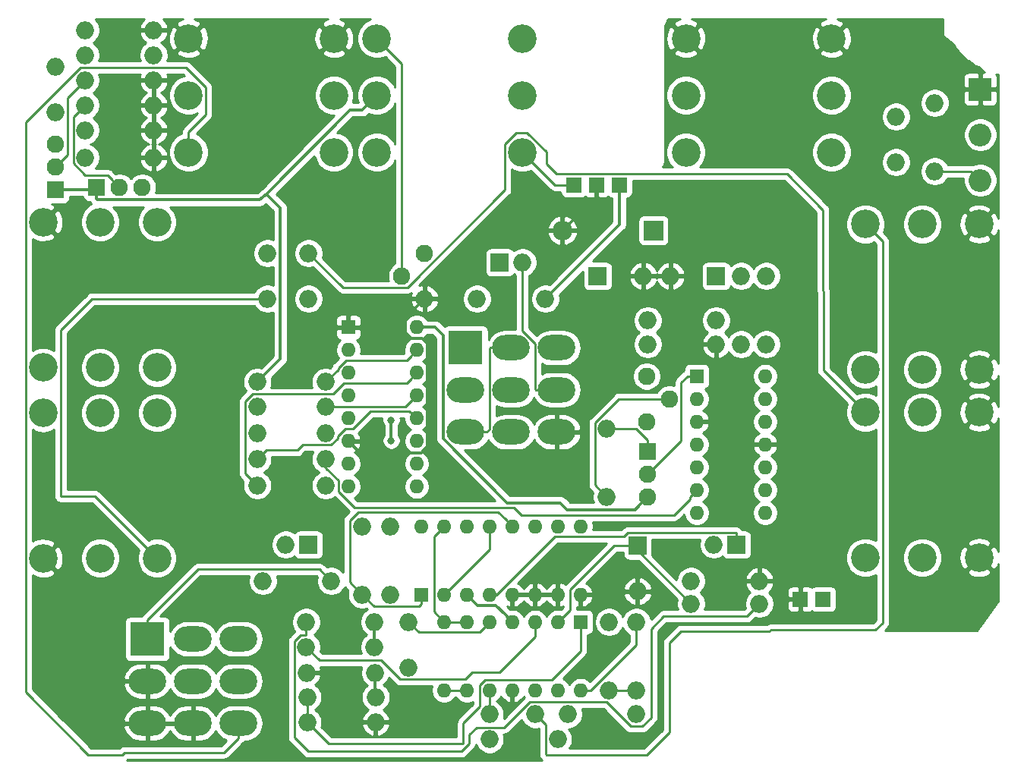
<source format=gbr>
G04 #@! TF.GenerationSoftware,KiCad,Pcbnew,(5.1.5-0-10_14)*
G04 #@! TF.CreationDate,2020-11-25T16:38:17+01:00*
G04 #@! TF.ProjectId,ab-mix,61622d6d-6978-42e6-9b69-6361645f7063,rev?*
G04 #@! TF.SameCoordinates,Original*
G04 #@! TF.FileFunction,Copper,L2,Bot*
G04 #@! TF.FilePolarity,Positive*
%FSLAX46Y46*%
G04 Gerber Fmt 4.6, Leading zero omitted, Abs format (unit mm)*
G04 Created by KiCad (PCBNEW (5.1.5-0-10_14)) date 2020-11-25 16:38:17*
%MOMM*%
%LPD*%
G04 APERTURE LIST*
%ADD10O,2.000000X2.000000*%
%ADD11O,1.600000X1.600000*%
%ADD12R,1.600000X1.600000*%
%ADD13O,4.200000X2.800000*%
%ADD14R,3.816000X3.816000*%
%ADD15R,2.540000X2.540000*%
%ADD16O,2.540000X2.540000*%
%ADD17O,1.930400X1.930400*%
%ADD18R,1.930400X1.930400*%
%ADD19C,3.200000*%
%ADD20R,1.700000X1.700000*%
%ADD21R,2.000000X2.000000*%
%ADD22O,2.200000X2.200000*%
%ADD23R,2.200000X2.200000*%
%ADD24C,0.800000*%
%ADD25C,0.250000*%
%ADD26C,0.350000*%
%ADD27C,0.254000*%
G04 APERTURE END LIST*
D10*
X142926000Y-74600000D03*
X142926000Y-69520000D03*
X97587000Y-136195000D03*
X102667000Y-136195000D03*
X88570000Y-125908000D03*
X88570000Y-130988000D03*
X49200000Y-69012000D03*
X49200000Y-63932000D03*
D11*
X89459000Y-93015000D03*
X81839000Y-110795000D03*
X89459000Y-95555000D03*
X81839000Y-108255000D03*
X89459000Y-98095000D03*
X81839000Y-105715000D03*
X89459000Y-100635000D03*
X81839000Y-103175000D03*
X89459000Y-103175000D03*
X81839000Y-100635000D03*
X89459000Y-105715000D03*
X81839000Y-98095000D03*
X89459000Y-108255000D03*
X81839000Y-95555000D03*
X89459000Y-110795000D03*
D12*
X81839000Y-93015000D03*
D11*
X128321000Y-98476000D03*
X120701000Y-113716000D03*
X128321000Y-101016000D03*
X120701000Y-111176000D03*
X128321000Y-103556000D03*
X120701000Y-108636000D03*
X128321000Y-106096000D03*
X120701000Y-106096000D03*
X128321000Y-108636000D03*
X120701000Y-103556000D03*
X128321000Y-111176000D03*
X120701000Y-101016000D03*
X128321000Y-113716000D03*
D12*
X120701000Y-98476000D03*
D11*
X89967000Y-115240000D03*
X107747000Y-122860000D03*
X92507000Y-115240000D03*
X105207000Y-122860000D03*
X95047000Y-115240000D03*
X102667000Y-122860000D03*
X97587000Y-115240000D03*
X100127000Y-122860000D03*
X100127000Y-115240000D03*
X97587000Y-122860000D03*
X102667000Y-115240000D03*
X95047000Y-122860000D03*
X105207000Y-115240000D03*
X92507000Y-122860000D03*
X107747000Y-115240000D03*
D12*
X89967000Y-122860000D03*
D11*
X107747000Y-133528000D03*
X92507000Y-125908000D03*
X105207000Y-133528000D03*
X95047000Y-125908000D03*
X102667000Y-133528000D03*
X97587000Y-125908000D03*
X100127000Y-133528000D03*
X100127000Y-125908000D03*
X97587000Y-133528000D03*
X102667000Y-125908000D03*
X95047000Y-133528000D03*
X105207000Y-125908000D03*
X92507000Y-133528000D03*
D12*
X107747000Y-125908000D03*
D13*
X69580000Y-137200000D03*
X69580000Y-132500000D03*
X69580000Y-127800000D03*
X64500000Y-137200000D03*
X64500000Y-132500000D03*
X64500000Y-127800000D03*
X59420000Y-137200000D03*
X59420000Y-132500000D03*
D14*
X59420000Y-127800000D03*
D13*
X105080000Y-104700000D03*
X105080000Y-100000000D03*
X105080000Y-95300000D03*
X100000000Y-104700000D03*
X100000000Y-100000000D03*
X100000000Y-95300000D03*
X94920000Y-104700000D03*
X94920000Y-100000000D03*
D14*
X94920000Y-95300000D03*
D15*
X152324000Y-66472000D03*
D16*
X152324000Y-71552000D03*
X152324000Y-76632000D03*
D17*
X90348000Y-84760000D03*
X87808000Y-87300000D03*
X90348000Y-89840000D03*
X115113000Y-103556000D03*
X117653000Y-101016000D03*
X115113000Y-98476000D03*
D10*
X147244000Y-67996000D03*
X147244000Y-75616000D03*
X125654000Y-94920000D03*
X125654000Y-87300000D03*
X79934000Y-121336000D03*
X72314000Y-121336000D03*
X128448000Y-94920000D03*
X128448000Y-87300000D03*
X71679000Y-104826000D03*
X79299000Y-104826000D03*
X71679000Y-107747000D03*
X79299000Y-107747000D03*
X71679000Y-101905000D03*
X79299000Y-101905000D03*
X71679000Y-99111000D03*
X79299000Y-99111000D03*
X79299000Y-110668000D03*
X71679000Y-110668000D03*
X122860000Y-94920000D03*
X115240000Y-94920000D03*
X115240000Y-92253000D03*
X122860000Y-92253000D03*
X110668000Y-111938000D03*
X110668000Y-104318000D03*
X86538000Y-115240000D03*
X86538000Y-122860000D03*
X83363000Y-115240000D03*
X83363000Y-122860000D03*
X113970000Y-133528000D03*
X113970000Y-125908000D03*
X110922000Y-125908000D03*
X110922000Y-133528000D03*
X77267000Y-137084000D03*
X84887000Y-137084000D03*
X120066000Y-121336000D03*
X127686000Y-121336000D03*
X84887000Y-134290000D03*
X77267000Y-134290000D03*
X97587000Y-138989000D03*
X105207000Y-138989000D03*
X106350000Y-136195000D03*
X113970000Y-136195000D03*
X84815799Y-131572000D03*
X77195799Y-131572000D03*
X77140000Y-128702000D03*
X84760000Y-128702000D03*
X103810000Y-89840000D03*
X96190000Y-89840000D03*
X127686000Y-123876000D03*
X120066000Y-123876000D03*
X84760000Y-125908000D03*
X77140000Y-125908000D03*
X52502000Y-71044000D03*
X60122000Y-71044000D03*
X52502000Y-74092000D03*
X60122000Y-74092000D03*
X52502000Y-68250000D03*
X60122000Y-68250000D03*
X52502000Y-65456000D03*
X60122000Y-65456000D03*
X60122000Y-62662000D03*
X52502000Y-62662000D03*
X52502000Y-59868000D03*
X60122000Y-59868000D03*
D18*
X115240000Y-106858000D03*
D17*
X115240000Y-109398000D03*
X115240000Y-111938000D03*
D18*
X53772000Y-77394000D03*
D17*
X56312000Y-77394000D03*
X58852000Y-77394000D03*
D18*
X49200000Y-77648000D03*
D17*
X49200000Y-75108000D03*
X49200000Y-72568000D03*
D19*
X85000000Y-67150000D03*
X85000000Y-60800000D03*
X85000000Y-73500000D03*
X101230000Y-67150000D03*
X101230000Y-60800000D03*
X101230000Y-73500000D03*
X145850000Y-81500000D03*
X152200000Y-81500000D03*
X139500000Y-81500000D03*
X145850000Y-97730000D03*
X152200000Y-97730000D03*
X139500000Y-97730000D03*
X145850000Y-102500000D03*
X152200000Y-102500000D03*
X139500000Y-102500000D03*
X145850000Y-118730000D03*
X152200000Y-118730000D03*
X139500000Y-118730000D03*
X54150000Y-97500000D03*
X47800000Y-97500000D03*
X60500000Y-97500000D03*
X54150000Y-81270000D03*
X47800000Y-81270000D03*
X60500000Y-81270000D03*
X54150000Y-118800000D03*
X47800000Y-118800000D03*
X60500000Y-118800000D03*
X54150000Y-102570000D03*
X47800000Y-102570000D03*
X60500000Y-102570000D03*
X119500000Y-67150000D03*
X119500000Y-60800000D03*
X119500000Y-73500000D03*
X135730000Y-67150000D03*
X135730000Y-60800000D03*
X135730000Y-73500000D03*
X64000000Y-67150000D03*
X64000000Y-60800000D03*
X64000000Y-73500000D03*
X80230000Y-67150000D03*
X80230000Y-60800000D03*
X80230000Y-73500000D03*
D20*
X106985000Y-77140000D03*
X109525000Y-77140000D03*
X112065000Y-77140000D03*
X132258000Y-123368000D03*
X134798000Y-123368000D03*
D10*
X74854000Y-117272000D03*
D21*
X77394000Y-117272000D03*
D22*
X105715000Y-82220000D03*
D23*
X115875000Y-82220000D03*
D21*
X125146000Y-117272000D03*
D10*
X122606000Y-117272000D03*
X101270000Y-85776000D03*
D21*
X98730000Y-85776000D03*
D10*
X114732000Y-87300000D03*
D21*
X109652000Y-87300000D03*
D10*
X117780000Y-87300000D03*
D21*
X122860000Y-87300000D03*
D10*
X114097000Y-122479000D03*
D21*
X114097000Y-117399000D03*
D10*
X77394000Y-84760000D03*
X77394000Y-89840000D03*
X72822000Y-89840000D03*
X72822000Y-84760000D03*
D24*
X74727000Y-125908000D03*
X65786000Y-92964000D03*
X82550000Y-77216000D03*
X117856000Y-118618000D03*
X86614000Y-105664000D03*
X86614000Y-103378000D03*
D25*
X72822000Y-89840000D02*
X53264000Y-89840000D01*
X49775001Y-93328999D02*
X49775001Y-111878001D01*
X53264000Y-89840000D02*
X49775001Y-93328999D01*
X53578001Y-111878001D02*
X60500000Y-118800000D01*
X49775001Y-111878001D02*
X53578001Y-111878001D01*
X50525001Y-73782999D02*
X50165199Y-74142801D01*
X52502000Y-65456000D02*
X50525001Y-67432999D01*
X50165199Y-74142801D02*
X49200000Y-75108000D01*
X50525001Y-67432999D02*
X50525001Y-73782999D01*
X99304999Y-72575999D02*
X100582998Y-71298000D01*
X88427297Y-88590201D02*
X99304999Y-77712499D01*
X99304999Y-77712499D02*
X99304999Y-72575999D01*
X81224201Y-88590201D02*
X88427297Y-88590201D01*
X77394000Y-84760000D02*
X81224201Y-88590201D01*
X103899990Y-73419990D02*
X103899990Y-74810569D01*
X101778000Y-71298000D02*
X103899990Y-73419990D01*
X103899990Y-74810569D02*
X105004420Y-75914999D01*
X100582998Y-71298000D02*
X101778000Y-71298000D01*
X134842999Y-97842999D02*
X139500000Y-102500000D01*
X130778999Y-75914999D02*
X134798000Y-79934000D01*
X105004420Y-75914999D02*
X130778999Y-75914999D01*
X134798000Y-79934000D02*
X134842999Y-97842999D01*
X55346801Y-76428801D02*
X56312000Y-77394000D01*
X52502000Y-68250000D02*
X51176999Y-69575001D01*
X51176999Y-69575001D02*
X51176999Y-74728001D01*
X51176999Y-74728001D02*
X52502797Y-76053799D01*
X52502797Y-76053799D02*
X54971799Y-76053799D01*
X54971799Y-76053799D02*
X55346801Y-76428801D01*
X96787001Y-126707999D02*
X97587000Y-125908000D01*
X96461999Y-127033001D02*
X96787001Y-126707999D01*
X89695001Y-127033001D02*
X96461999Y-127033001D01*
X88570000Y-125908000D02*
X89695001Y-127033001D01*
X97587000Y-136195000D02*
X97587000Y-133528000D01*
X141099999Y-83099999D02*
X139500000Y-81500000D01*
X141425001Y-83425001D02*
X141099999Y-83099999D01*
X128956000Y-126797000D02*
X140640000Y-126797000D01*
X128829000Y-126924000D02*
X128956000Y-126797000D01*
X118923000Y-126924000D02*
X128829000Y-126924000D01*
X117653000Y-128194000D02*
X118923000Y-126924000D01*
X102667000Y-136195000D02*
X103831999Y-137359999D01*
X115113000Y-140767000D02*
X117653000Y-138227000D01*
X140640000Y-126797000D02*
X141425001Y-126011999D01*
X141425001Y-126011999D02*
X141425001Y-83425001D01*
X103831999Y-137359999D02*
X103831999Y-140661999D01*
X103937000Y-140767000D02*
X115113000Y-140767000D01*
X103831999Y-140661999D02*
X103937000Y-140767000D01*
X117653000Y-138227000D02*
X117653000Y-128194000D01*
D26*
X49200000Y-77648000D02*
X53518000Y-77648000D01*
X53772000Y-78709200D02*
X53772000Y-77394000D01*
X53847001Y-78784201D02*
X53772000Y-78709200D01*
X83400001Y-68749999D02*
X81982999Y-68749999D01*
X85000000Y-67150000D02*
X83400001Y-68749999D01*
X84760000Y-125908000D02*
X84760000Y-128702000D01*
X84815799Y-134218799D02*
X84887000Y-134290000D01*
X84815799Y-131572000D02*
X84815799Y-134218799D01*
X99327001Y-125108001D02*
X100127000Y-125908000D01*
X98304001Y-124085001D02*
X99327001Y-125108001D01*
X96272001Y-124085001D02*
X98304001Y-124085001D01*
X95047000Y-122860000D02*
X96272001Y-124085001D01*
D25*
X112847000Y-117399000D02*
X114097000Y-117399000D01*
X105207000Y-125908000D02*
X106571999Y-124543001D01*
X106571999Y-124543001D02*
X106571999Y-122295999D01*
X106571999Y-122295999D02*
X111468998Y-117399000D01*
X111468998Y-117399000D02*
X112847000Y-117399000D01*
X120066000Y-123876000D02*
X114097000Y-117907000D01*
D26*
X109525000Y-78410000D02*
X109525000Y-77140000D01*
X105715000Y-82220000D02*
X109525000Y-78410000D01*
X71948797Y-78784201D02*
X53847001Y-78784201D01*
X74247001Y-96542999D02*
X74247001Y-79708001D01*
X74247001Y-79708001D02*
X72695000Y-78156000D01*
X71679000Y-99111000D02*
X74247001Y-96542999D01*
X72695000Y-78156000D02*
X71948797Y-78784201D01*
X81982999Y-68749999D02*
X72695000Y-78156000D01*
X112065000Y-81585000D02*
X112065000Y-77140000D01*
X103810000Y-89840000D02*
X112065000Y-81585000D01*
X89382801Y-90805199D02*
X90348000Y-89840000D01*
X88233999Y-91954001D02*
X89382801Y-90805199D01*
X90047001Y-94240001D02*
X88870999Y-94240001D01*
X88233999Y-93603001D02*
X88233999Y-91954001D01*
X90684001Y-94877001D02*
X90047001Y-94240001D01*
X90684001Y-106303001D02*
X90684001Y-94877001D01*
X88870999Y-94240001D02*
X88233999Y-93603001D01*
X89957003Y-107029999D02*
X90684001Y-106303001D01*
X83153999Y-107029999D02*
X89957003Y-107029999D01*
X81839000Y-105715000D02*
X83153999Y-107029999D01*
X86614000Y-105664000D02*
X86614000Y-103378000D01*
D25*
X102654990Y-99924990D02*
X102730000Y-100000000D01*
X101270000Y-85776000D02*
X101270000Y-93430468D01*
X102730000Y-100000000D02*
X105080000Y-100000000D01*
X101270000Y-93430468D02*
X102654990Y-94815458D01*
X102654990Y-94815458D02*
X102654990Y-99924990D01*
X125146000Y-116022000D02*
X125146000Y-117272000D01*
X125070999Y-115946999D02*
X125146000Y-116022000D01*
X112963999Y-115946999D02*
X125070999Y-115946999D01*
X112545997Y-116365001D02*
X112963999Y-115946999D01*
X104882997Y-116365001D02*
X112545997Y-116365001D01*
X98387998Y-122860000D02*
X104882997Y-116365001D01*
X97587000Y-122860000D02*
X98387998Y-122860000D01*
X126289000Y-125273000D02*
X127686000Y-123876000D01*
X117018000Y-125273000D02*
X126289000Y-125273000D01*
X115621000Y-136579002D02*
X115621000Y-126670000D01*
X113309999Y-137570001D02*
X114630001Y-137570001D01*
X110592999Y-134853001D02*
X113309999Y-137570001D01*
X102047997Y-134853001D02*
X110592999Y-134853001D01*
X76503999Y-127376999D02*
X75814999Y-128065999D01*
X77085214Y-127376999D02*
X76503999Y-127376999D01*
X95301000Y-138481000D02*
X96118001Y-137663999D01*
X95301000Y-139498410D02*
X95301000Y-138481000D01*
X115621000Y-126670000D02*
X117018000Y-125273000D01*
X75814999Y-138806999D02*
X77372001Y-140364001D01*
X114630001Y-137570001D02*
X115621000Y-136579002D01*
X99236999Y-137663999D02*
X102047997Y-134853001D01*
X94435409Y-140364001D02*
X95301000Y-139498410D01*
X77140000Y-127322213D02*
X77085214Y-127376999D01*
X75814999Y-128065999D02*
X75814999Y-138806999D01*
X96118001Y-137663999D02*
X99236999Y-137663999D01*
X77372001Y-140364001D02*
X94435409Y-140364001D01*
X77140000Y-125908000D02*
X77140000Y-127322213D01*
X104870000Y-77140000D02*
X106985000Y-77140000D01*
X101230000Y-73500000D02*
X104870000Y-77140000D01*
X67968000Y-140462000D02*
X69580000Y-138850000D01*
X56896000Y-140462000D02*
X67968000Y-140462000D01*
X64000000Y-71237259D02*
X65925001Y-69312258D01*
X52832000Y-140716000D02*
X56642000Y-140716000D01*
X63736003Y-64037001D02*
X51959997Y-64037001D01*
X45824999Y-133708999D02*
X52832000Y-140716000D01*
X45824999Y-70171999D02*
X45824999Y-133708999D01*
X51959997Y-64037001D02*
X45824999Y-70171999D01*
X64000000Y-73500000D02*
X64000000Y-71237259D01*
X65925001Y-66225999D02*
X63736003Y-64037001D01*
X56642000Y-140716000D02*
X56896000Y-140462000D01*
X69580000Y-138850000D02*
X69580000Y-137200000D01*
X65925001Y-69312258D02*
X65925001Y-66225999D01*
X87808000Y-63608000D02*
X85000000Y-60800000D01*
X87808000Y-87300000D02*
X87808000Y-63608000D01*
X115240000Y-105642800D02*
X115240000Y-106858000D01*
X113915200Y-104318000D02*
X115240000Y-105642800D01*
X110668000Y-104318000D02*
X113915200Y-104318000D01*
X119651000Y-98476000D02*
X120701000Y-98476000D01*
X118943201Y-105694799D02*
X118943201Y-99183799D01*
X118943201Y-99183799D02*
X119651000Y-98476000D01*
X115240000Y-109398000D02*
X118943201Y-105694799D01*
D26*
X114274801Y-112903199D02*
X115240000Y-111938000D01*
X113814999Y-113363001D02*
X114274801Y-112903199D01*
X105502970Y-112614970D02*
X106251001Y-113363001D01*
X92394990Y-105455943D02*
X99554017Y-112614970D01*
X99554017Y-112614970D02*
X105502970Y-112614970D01*
X106251001Y-113363001D02*
X113814999Y-113363001D01*
X91491000Y-93015000D02*
X92394990Y-93918990D01*
X92394990Y-93918990D02*
X92394990Y-105455943D01*
X89459000Y-93015000D02*
X91491000Y-93015000D01*
D25*
X102667000Y-127559000D02*
X102667000Y-125908000D01*
X98730000Y-131496000D02*
X102667000Y-127559000D01*
X95682000Y-131496000D02*
X98730000Y-131496000D01*
X94864999Y-132313001D02*
X95682000Y-131496000D01*
X87591802Y-132313001D02*
X94864999Y-132313001D01*
X85475800Y-130196999D02*
X87591802Y-132313001D01*
X78634999Y-130196999D02*
X85475800Y-130196999D01*
X77140000Y-128702000D02*
X78634999Y-130196999D01*
X77267000Y-135669787D02*
X77267000Y-134290000D01*
X77267000Y-137084000D02*
X77267000Y-135669787D01*
X96461999Y-132987999D02*
X97096999Y-132352999D01*
X107747000Y-129145998D02*
X107747000Y-125908000D01*
X104539999Y-132352999D02*
X107747000Y-129145998D01*
X77267000Y-137084000D02*
X79680000Y-139497000D01*
X96461999Y-135358999D02*
X96461999Y-132987999D01*
X94666000Y-137154998D02*
X96461999Y-135358999D01*
X94666000Y-139497000D02*
X94666000Y-137154998D01*
X97096999Y-132352999D02*
X104539999Y-132352999D01*
X79680000Y-139497000D02*
X94666000Y-139497000D01*
X110922000Y-133528000D02*
X113970000Y-133528000D01*
X113970000Y-127322213D02*
X113970000Y-125908000D01*
X107747000Y-133528000D02*
X108878370Y-133528000D01*
X108878370Y-133528000D02*
X113970000Y-128436370D01*
X113970000Y-128436370D02*
X113970000Y-127322213D01*
X99327001Y-114440001D02*
X100127000Y-115240000D01*
X98501990Y-113614990D02*
X99327001Y-114440001D01*
X82953008Y-113614990D02*
X98501990Y-113614990D01*
X81987999Y-121484999D02*
X81987999Y-114579999D01*
X81987999Y-114579999D02*
X82953008Y-113614990D01*
X83363000Y-122860000D02*
X81987999Y-121484999D01*
X89967000Y-123910000D02*
X89967000Y-122860000D01*
X89691999Y-124185001D02*
X89967000Y-123910000D01*
X84688001Y-124185001D02*
X89691999Y-124185001D01*
X83363000Y-122860000D02*
X84688001Y-124185001D01*
X97587000Y-117780000D02*
X97587000Y-115240000D01*
X92507000Y-122860000D02*
X97587000Y-117780000D01*
X116288002Y-101016000D02*
X117653000Y-101016000D01*
X112008998Y-101016000D02*
X116288002Y-101016000D01*
X109342999Y-103681999D02*
X112008998Y-101016000D01*
X109342999Y-110612999D02*
X109342999Y-103681999D01*
X110668000Y-111938000D02*
X109342999Y-110612999D01*
X88659001Y-98894999D02*
X89459000Y-98095000D01*
X88333999Y-99220001D02*
X88659001Y-98894999D01*
X81373999Y-99220001D02*
X88333999Y-99220001D01*
X71136997Y-100486001D02*
X80107999Y-100486001D01*
X80107999Y-100486001D02*
X81373999Y-99220001D01*
X70353999Y-109342999D02*
X70353999Y-101268999D01*
X70353999Y-101268999D02*
X71136997Y-100486001D01*
X71679000Y-110668000D02*
X70353999Y-109342999D01*
X88659001Y-96354999D02*
X89459000Y-95555000D01*
X79299000Y-99111000D02*
X80713999Y-97696001D01*
X80713999Y-97696001D02*
X80713999Y-97554999D01*
X80713999Y-97554999D02*
X81588997Y-96680001D01*
X81588997Y-96680001D02*
X88333999Y-96680001D01*
X88333999Y-96680001D02*
X88659001Y-96354999D01*
X88189000Y-101905000D02*
X89459000Y-100635000D01*
X79299000Y-101905000D02*
X88189000Y-101905000D01*
X88646000Y-102362000D02*
X89459000Y-103175000D01*
X84328000Y-102362000D02*
X88646000Y-102362000D01*
X80624001Y-105190997D02*
X81514997Y-104300001D01*
X80624001Y-105462001D02*
X80624001Y-105190997D01*
X79935001Y-106151001D02*
X80624001Y-105462001D01*
X82389999Y-104300001D02*
X84328000Y-102362000D01*
X76132999Y-106747001D02*
X76728999Y-106151001D01*
X81514997Y-104300001D02*
X82389999Y-104300001D01*
X72678999Y-106747001D02*
X76132999Y-106747001D01*
X76728999Y-106151001D02*
X79935001Y-106151001D01*
X71679000Y-107747000D02*
X72678999Y-106747001D01*
X100333978Y-113164980D02*
X101151999Y-113983001D01*
X119901001Y-111975999D02*
X120701000Y-111176000D01*
X118152001Y-113983001D02*
X119901001Y-112234001D01*
X82543978Y-113164980D02*
X100333978Y-113164980D01*
X119901001Y-112234001D02*
X119901001Y-111975999D01*
X80713999Y-110121997D02*
X80713999Y-111335001D01*
X101151999Y-113983001D02*
X118152001Y-113983001D01*
X80713999Y-111335001D02*
X82543978Y-113164980D01*
X79299000Y-108706998D02*
X80713999Y-110121997D01*
X79299000Y-107747000D02*
X79299000Y-108706998D01*
X59420000Y-125642000D02*
X59420000Y-127800000D01*
X78608999Y-120010999D02*
X65051001Y-120010999D01*
X65051001Y-120010999D02*
X59420000Y-125642000D01*
X79934000Y-121336000D02*
X78608999Y-120010999D01*
X151308000Y-75616000D02*
X152324000Y-76632000D01*
X147244000Y-75616000D02*
X151308000Y-75616000D01*
X93638370Y-133528000D02*
X95047000Y-133528000D01*
X92507000Y-133528000D02*
X93638370Y-133528000D01*
X97650000Y-95300000D02*
X100000000Y-95300000D01*
X97574990Y-95375010D02*
X97650000Y-95300000D01*
X97270000Y-104700000D02*
X97574990Y-104395010D01*
X97574990Y-104395010D02*
X97574990Y-95375010D01*
X94920000Y-104700000D02*
X97270000Y-104700000D01*
X95047000Y-125908000D02*
X92507000Y-125908000D01*
X91707001Y-116039999D02*
X92507000Y-115240000D01*
X91381999Y-116365001D02*
X91707001Y-116039999D01*
X91381999Y-124782999D02*
X91381999Y-116365001D01*
X92507000Y-125908000D02*
X91381999Y-124782999D01*
D27*
G36*
X71373082Y-90614463D02*
G01*
X71552013Y-90882252D01*
X71779748Y-91109987D01*
X72047537Y-91288918D01*
X72345088Y-91412168D01*
X72660967Y-91475000D01*
X72983033Y-91475000D01*
X73298912Y-91412168D01*
X73437001Y-91354969D01*
X73437001Y-96207486D01*
X72113994Y-97530494D01*
X71840033Y-97476000D01*
X71517967Y-97476000D01*
X71202088Y-97538832D01*
X70904537Y-97662082D01*
X70636748Y-97841013D01*
X70409013Y-98068748D01*
X70230082Y-98336537D01*
X70106832Y-98634088D01*
X70044000Y-98949967D01*
X70044000Y-99272033D01*
X70106832Y-99587912D01*
X70230082Y-99885463D01*
X70403378Y-100144818D01*
X69842996Y-100705200D01*
X69813999Y-100728998D01*
X69790201Y-100757996D01*
X69790200Y-100757997D01*
X69719025Y-100844723D01*
X69648453Y-100976753D01*
X69625151Y-101053574D01*
X69604997Y-101120013D01*
X69598423Y-101186761D01*
X69590323Y-101268999D01*
X69594000Y-101306331D01*
X69593999Y-109305677D01*
X69590323Y-109342999D01*
X69593999Y-109380321D01*
X69593999Y-109380331D01*
X69604996Y-109491984D01*
X69641097Y-109610994D01*
X69648453Y-109635245D01*
X69719025Y-109767275D01*
X69742720Y-109796147D01*
X69813998Y-109883000D01*
X69843001Y-109906802D01*
X70112823Y-110176624D01*
X70106832Y-110191088D01*
X70044000Y-110506967D01*
X70044000Y-110829033D01*
X70106832Y-111144912D01*
X70230082Y-111442463D01*
X70409013Y-111710252D01*
X70636748Y-111937987D01*
X70904537Y-112116918D01*
X71202088Y-112240168D01*
X71517967Y-112303000D01*
X71840033Y-112303000D01*
X72155912Y-112240168D01*
X72453463Y-112116918D01*
X72721252Y-111937987D01*
X72948987Y-111710252D01*
X73127918Y-111442463D01*
X73251168Y-111144912D01*
X73314000Y-110829033D01*
X73314000Y-110506967D01*
X73251168Y-110191088D01*
X73127918Y-109893537D01*
X72948987Y-109625748D01*
X72721252Y-109398013D01*
X72453463Y-109219082D01*
X72425502Y-109207500D01*
X72453463Y-109195918D01*
X72721252Y-109016987D01*
X72948987Y-108789252D01*
X73127918Y-108521463D01*
X73251168Y-108223912D01*
X73314000Y-107908033D01*
X73314000Y-107585967D01*
X73298293Y-107507001D01*
X76095677Y-107507001D01*
X76132999Y-107510677D01*
X76170321Y-107507001D01*
X76170332Y-107507001D01*
X76281985Y-107496004D01*
X76425246Y-107452547D01*
X76557275Y-107381975D01*
X76673000Y-107287002D01*
X76696802Y-107257999D01*
X77043801Y-106911001D01*
X77891199Y-106911001D01*
X77850082Y-106972537D01*
X77726832Y-107270088D01*
X77664000Y-107585967D01*
X77664000Y-107908033D01*
X77726832Y-108223912D01*
X77850082Y-108521463D01*
X78029013Y-108789252D01*
X78256748Y-109016987D01*
X78524537Y-109195918D01*
X78552498Y-109207500D01*
X78524537Y-109219082D01*
X78256748Y-109398013D01*
X78029013Y-109625748D01*
X77850082Y-109893537D01*
X77726832Y-110191088D01*
X77664000Y-110506967D01*
X77664000Y-110829033D01*
X77726832Y-111144912D01*
X77850082Y-111442463D01*
X78029013Y-111710252D01*
X78256748Y-111937987D01*
X78524537Y-112116918D01*
X78822088Y-112240168D01*
X79137967Y-112303000D01*
X79460033Y-112303000D01*
X79775912Y-112240168D01*
X80073463Y-112116918D01*
X80281865Y-111977668D01*
X81898696Y-113594500D01*
X81476997Y-114016200D01*
X81447999Y-114039998D01*
X81424201Y-114068996D01*
X81424200Y-114068997D01*
X81353025Y-114155723D01*
X81282453Y-114287753D01*
X81272509Y-114320536D01*
X81246198Y-114407276D01*
X81238997Y-114431014D01*
X81224323Y-114579999D01*
X81228000Y-114617331D01*
X81227999Y-120329685D01*
X81203987Y-120293748D01*
X80976252Y-120066013D01*
X80708463Y-119887082D01*
X80410912Y-119763832D01*
X80095033Y-119701000D01*
X79772967Y-119701000D01*
X79457088Y-119763832D01*
X79442624Y-119769823D01*
X79172802Y-119500001D01*
X79149000Y-119470998D01*
X79033275Y-119376025D01*
X78901246Y-119305453D01*
X78757985Y-119261996D01*
X78646332Y-119250999D01*
X78646321Y-119250999D01*
X78608999Y-119247323D01*
X78571677Y-119250999D01*
X65088323Y-119250999D01*
X65051001Y-119247323D01*
X65013678Y-119250999D01*
X65013668Y-119250999D01*
X64902015Y-119261996D01*
X64758754Y-119305453D01*
X64626724Y-119376025D01*
X64554895Y-119434974D01*
X64511000Y-119470998D01*
X64487202Y-119499996D01*
X58909003Y-125078196D01*
X58879999Y-125101999D01*
X58833222Y-125158998D01*
X58785026Y-125217724D01*
X58765674Y-125253928D01*
X57512000Y-125253928D01*
X57387518Y-125266188D01*
X57267820Y-125302498D01*
X57157506Y-125361463D01*
X57060815Y-125440815D01*
X56981463Y-125537506D01*
X56922498Y-125647820D01*
X56886188Y-125767518D01*
X56873928Y-125892000D01*
X56873928Y-129708000D01*
X56886188Y-129832482D01*
X56922498Y-129952180D01*
X56981463Y-130062494D01*
X57060815Y-130159185D01*
X57157506Y-130238537D01*
X57267820Y-130297502D01*
X57387518Y-130333812D01*
X57512000Y-130346072D01*
X61328000Y-130346072D01*
X61452482Y-130333812D01*
X61572180Y-130297502D01*
X61682494Y-130238537D01*
X61779185Y-130159185D01*
X61858537Y-130062494D01*
X61917502Y-129952180D01*
X61953812Y-129832482D01*
X61966072Y-129708000D01*
X61966072Y-128685919D01*
X62099773Y-128936056D01*
X62354076Y-129245924D01*
X62663944Y-129500227D01*
X63017471Y-129689191D01*
X63401070Y-129805555D01*
X63700031Y-129835000D01*
X65299969Y-129835000D01*
X65598930Y-129805555D01*
X65982529Y-129689191D01*
X66336056Y-129500227D01*
X66645924Y-129245924D01*
X66900227Y-128936056D01*
X67040000Y-128674559D01*
X67179773Y-128936056D01*
X67434076Y-129245924D01*
X67743944Y-129500227D01*
X68097471Y-129689191D01*
X68481070Y-129805555D01*
X68780031Y-129835000D01*
X70379969Y-129835000D01*
X70678930Y-129805555D01*
X71062529Y-129689191D01*
X71416056Y-129500227D01*
X71725924Y-129245924D01*
X71980227Y-128936056D01*
X72169191Y-128582529D01*
X72285555Y-128198930D01*
X72324846Y-127800000D01*
X72285555Y-127401070D01*
X72169191Y-127017471D01*
X71980227Y-126663944D01*
X71725924Y-126354076D01*
X71416056Y-126099773D01*
X71062529Y-125910809D01*
X70678930Y-125794445D01*
X70379969Y-125765000D01*
X68780031Y-125765000D01*
X68481070Y-125794445D01*
X68097471Y-125910809D01*
X67743944Y-126099773D01*
X67434076Y-126354076D01*
X67179773Y-126663944D01*
X67040000Y-126925441D01*
X66900227Y-126663944D01*
X66645924Y-126354076D01*
X66336056Y-126099773D01*
X65982529Y-125910809D01*
X65598930Y-125794445D01*
X65299969Y-125765000D01*
X63700031Y-125765000D01*
X63401070Y-125794445D01*
X63017471Y-125910809D01*
X62663944Y-126099773D01*
X62354076Y-126354076D01*
X62099773Y-126663944D01*
X61966072Y-126914081D01*
X61966072Y-125892000D01*
X61953812Y-125767518D01*
X61917502Y-125647820D01*
X61858537Y-125537506D01*
X61779185Y-125440815D01*
X61682494Y-125361463D01*
X61572180Y-125302498D01*
X61452482Y-125266188D01*
X61328000Y-125253928D01*
X60882873Y-125253928D01*
X65365803Y-120770999D01*
X70778320Y-120770999D01*
X70741832Y-120859088D01*
X70679000Y-121174967D01*
X70679000Y-121497033D01*
X70741832Y-121812912D01*
X70865082Y-122110463D01*
X71044013Y-122378252D01*
X71271748Y-122605987D01*
X71539537Y-122784918D01*
X71837088Y-122908168D01*
X72152967Y-122971000D01*
X72475033Y-122971000D01*
X72790912Y-122908168D01*
X73088463Y-122784918D01*
X73356252Y-122605987D01*
X73583987Y-122378252D01*
X73762918Y-122110463D01*
X73886168Y-121812912D01*
X73949000Y-121497033D01*
X73949000Y-121174967D01*
X73886168Y-120859088D01*
X73849680Y-120770999D01*
X78294198Y-120770999D01*
X78367823Y-120844624D01*
X78361832Y-120859088D01*
X78299000Y-121174967D01*
X78299000Y-121497033D01*
X78361832Y-121812912D01*
X78485082Y-122110463D01*
X78664013Y-122378252D01*
X78891748Y-122605987D01*
X79159537Y-122784918D01*
X79457088Y-122908168D01*
X79772967Y-122971000D01*
X80095033Y-122971000D01*
X80410912Y-122908168D01*
X80708463Y-122784918D01*
X80976252Y-122605987D01*
X81203987Y-122378252D01*
X81382918Y-122110463D01*
X81428274Y-122000965D01*
X81447998Y-122025000D01*
X81477002Y-122048803D01*
X81796823Y-122368624D01*
X81790832Y-122383088D01*
X81728000Y-122698967D01*
X81728000Y-123021033D01*
X81790832Y-123336912D01*
X81914082Y-123634463D01*
X82093013Y-123902252D01*
X82320748Y-124129987D01*
X82588537Y-124308918D01*
X82886088Y-124432168D01*
X83201967Y-124495000D01*
X83524033Y-124495000D01*
X83839912Y-124432168D01*
X83854375Y-124426177D01*
X83926636Y-124498439D01*
X83717748Y-124638013D01*
X83490013Y-124865748D01*
X83311082Y-125133537D01*
X83187832Y-125431088D01*
X83125000Y-125746967D01*
X83125000Y-126069033D01*
X83187832Y-126384912D01*
X83311082Y-126682463D01*
X83490013Y-126950252D01*
X83717748Y-127177987D01*
X83907836Y-127305000D01*
X83717748Y-127432013D01*
X83490013Y-127659748D01*
X83311082Y-127927537D01*
X83187832Y-128225088D01*
X83125000Y-128540967D01*
X83125000Y-128863033D01*
X83187832Y-129178912D01*
X83294735Y-129436999D01*
X78949801Y-129436999D01*
X78706177Y-129193375D01*
X78712168Y-129178912D01*
X78775000Y-128863033D01*
X78775000Y-128540967D01*
X78712168Y-128225088D01*
X78588918Y-127927537D01*
X78409987Y-127659748D01*
X78182252Y-127432013D01*
X77992164Y-127305000D01*
X78182252Y-127177987D01*
X78409987Y-126950252D01*
X78588918Y-126682463D01*
X78712168Y-126384912D01*
X78775000Y-126069033D01*
X78775000Y-125746967D01*
X78712168Y-125431088D01*
X78588918Y-125133537D01*
X78409987Y-124865748D01*
X78182252Y-124638013D01*
X77914463Y-124459082D01*
X77616912Y-124335832D01*
X77301033Y-124273000D01*
X76978967Y-124273000D01*
X76663088Y-124335832D01*
X76365537Y-124459082D01*
X76097748Y-124638013D01*
X75870013Y-124865748D01*
X75691082Y-125133537D01*
X75567832Y-125431088D01*
X75505000Y-125746967D01*
X75505000Y-126069033D01*
X75567832Y-126384912D01*
X75691082Y-126682463D01*
X75864378Y-126941818D01*
X75304001Y-127502196D01*
X75274998Y-127525998D01*
X75219870Y-127593173D01*
X75180025Y-127641723D01*
X75122486Y-127749371D01*
X75109453Y-127773753D01*
X75065996Y-127917014D01*
X75054999Y-128028667D01*
X75054999Y-128028677D01*
X75051323Y-128065999D01*
X75054999Y-128103321D01*
X75055000Y-138769667D01*
X75051323Y-138806999D01*
X75055000Y-138844332D01*
X75065997Y-138955985D01*
X75072069Y-138976003D01*
X75109453Y-139099245D01*
X75180025Y-139231275D01*
X75251200Y-139318001D01*
X75274999Y-139347000D01*
X75303997Y-139370798D01*
X76808202Y-140875004D01*
X76832000Y-140904002D01*
X76947725Y-140998975D01*
X77079754Y-141069547D01*
X77223015Y-141113004D01*
X77334668Y-141124001D01*
X77334677Y-141124001D01*
X77372000Y-141127677D01*
X77409323Y-141124001D01*
X94398087Y-141124001D01*
X94435409Y-141127677D01*
X94472731Y-141124001D01*
X94472742Y-141124001D01*
X94584395Y-141113004D01*
X94727656Y-141069547D01*
X94859685Y-140998975D01*
X94975410Y-140904002D01*
X94999212Y-140874999D01*
X95812004Y-140062208D01*
X95841001Y-140038411D01*
X95935974Y-139922686D01*
X96006546Y-139790657D01*
X96050003Y-139647396D01*
X96057688Y-139569374D01*
X96138082Y-139763463D01*
X96317013Y-140031252D01*
X96544748Y-140258987D01*
X96812537Y-140437918D01*
X97110088Y-140561168D01*
X97425967Y-140624000D01*
X97748033Y-140624000D01*
X98063912Y-140561168D01*
X98361463Y-140437918D01*
X98629252Y-140258987D01*
X98856987Y-140031252D01*
X99035918Y-139763463D01*
X99159168Y-139465912D01*
X99222000Y-139150033D01*
X99222000Y-138827967D01*
X99159168Y-138512088D01*
X99122680Y-138423999D01*
X99199677Y-138423999D01*
X99236999Y-138427675D01*
X99274321Y-138423999D01*
X99274332Y-138423999D01*
X99385985Y-138413002D01*
X99529246Y-138369545D01*
X99661275Y-138298973D01*
X99777000Y-138204000D01*
X99800803Y-138174996D01*
X101156063Y-136819737D01*
X101218082Y-136969463D01*
X101397013Y-137237252D01*
X101624748Y-137464987D01*
X101892537Y-137643918D01*
X102190088Y-137767168D01*
X102505967Y-137830000D01*
X102828033Y-137830000D01*
X103071999Y-137781472D01*
X103072000Y-140624667D01*
X103068323Y-140661999D01*
X103072000Y-140699332D01*
X103082997Y-140810985D01*
X103088713Y-140829829D01*
X103126453Y-140954245D01*
X103197025Y-141086275D01*
X103241343Y-141140276D01*
X103291999Y-141202000D01*
X103320997Y-141225798D01*
X103373196Y-141277997D01*
X103396999Y-141307001D01*
X103437208Y-141340000D01*
X57079648Y-141340000D01*
X57182001Y-141256001D01*
X57205804Y-141226997D01*
X57210801Y-141222000D01*
X67930678Y-141222000D01*
X67968000Y-141225676D01*
X68005322Y-141222000D01*
X68005333Y-141222000D01*
X68116986Y-141211003D01*
X68260247Y-141167546D01*
X68392276Y-141096974D01*
X68508001Y-141002001D01*
X68531804Y-140972997D01*
X70091004Y-139413798D01*
X70120001Y-139390001D01*
X70214974Y-139274276D01*
X70235968Y-139235000D01*
X70379969Y-139235000D01*
X70678930Y-139205555D01*
X71062529Y-139089191D01*
X71416056Y-138900227D01*
X71725924Y-138645924D01*
X71980227Y-138336056D01*
X72169191Y-137982529D01*
X72285555Y-137598930D01*
X72324846Y-137200000D01*
X72285555Y-136801070D01*
X72169191Y-136417471D01*
X71980227Y-136063944D01*
X71725924Y-135754076D01*
X71416056Y-135499773D01*
X71062529Y-135310809D01*
X70678930Y-135194445D01*
X70379969Y-135165000D01*
X68780031Y-135165000D01*
X68481070Y-135194445D01*
X68097471Y-135310809D01*
X67743944Y-135499773D01*
X67434076Y-135754076D01*
X67179773Y-136063944D01*
X67035322Y-136334192D01*
X66962599Y-136175012D01*
X66728766Y-135850841D01*
X66436183Y-135578517D01*
X66096094Y-135368506D01*
X65721569Y-135228878D01*
X65327000Y-135165000D01*
X64627000Y-135165000D01*
X64627000Y-137073000D01*
X64647000Y-137073000D01*
X64647000Y-137327000D01*
X64627000Y-137327000D01*
X64627000Y-139235000D01*
X65327000Y-139235000D01*
X65721569Y-139171122D01*
X66096094Y-139031494D01*
X66436183Y-138821483D01*
X66728766Y-138549159D01*
X66962599Y-138224988D01*
X67035322Y-138065808D01*
X67179773Y-138336056D01*
X67434076Y-138645924D01*
X67743944Y-138900227D01*
X68097471Y-139089191D01*
X68226781Y-139128417D01*
X67653199Y-139702000D01*
X56933322Y-139702000D01*
X56895999Y-139698324D01*
X56858676Y-139702000D01*
X56858667Y-139702000D01*
X56747014Y-139712997D01*
X56603753Y-139756454D01*
X56471724Y-139827026D01*
X56355999Y-139921999D01*
X56332196Y-139951003D01*
X56327199Y-139956000D01*
X53146802Y-139956000D01*
X50833962Y-137643160D01*
X56733840Y-137643160D01*
X56791304Y-137861427D01*
X56957401Y-138224988D01*
X57191234Y-138549159D01*
X57483817Y-138821483D01*
X57823906Y-139031494D01*
X58198431Y-139171122D01*
X58593000Y-139235000D01*
X59293000Y-139235000D01*
X59293000Y-137327000D01*
X59547000Y-137327000D01*
X59547000Y-139235000D01*
X60247000Y-139235000D01*
X60641569Y-139171122D01*
X61016094Y-139031494D01*
X61356183Y-138821483D01*
X61648766Y-138549159D01*
X61882599Y-138224988D01*
X61960000Y-138055569D01*
X62037401Y-138224988D01*
X62271234Y-138549159D01*
X62563817Y-138821483D01*
X62903906Y-139031494D01*
X63278431Y-139171122D01*
X63673000Y-139235000D01*
X64373000Y-139235000D01*
X64373000Y-137327000D01*
X59547000Y-137327000D01*
X59293000Y-137327000D01*
X56848053Y-137327000D01*
X56733840Y-137643160D01*
X50833962Y-137643160D01*
X49947642Y-136756840D01*
X56733840Y-136756840D01*
X56848053Y-137073000D01*
X59293000Y-137073000D01*
X59293000Y-135165000D01*
X59547000Y-135165000D01*
X59547000Y-137073000D01*
X64373000Y-137073000D01*
X64373000Y-135165000D01*
X63673000Y-135165000D01*
X63278431Y-135228878D01*
X62903906Y-135368506D01*
X62563817Y-135578517D01*
X62271234Y-135850841D01*
X62037401Y-136175012D01*
X61960000Y-136344431D01*
X61882599Y-136175012D01*
X61648766Y-135850841D01*
X61356183Y-135578517D01*
X61016094Y-135368506D01*
X60641569Y-135228878D01*
X60247000Y-135165000D01*
X59547000Y-135165000D01*
X59293000Y-135165000D01*
X58593000Y-135165000D01*
X58198431Y-135228878D01*
X57823906Y-135368506D01*
X57483817Y-135578517D01*
X57191234Y-135850841D01*
X56957401Y-136175012D01*
X56791304Y-136538573D01*
X56733840Y-136756840D01*
X49947642Y-136756840D01*
X46584999Y-133394198D01*
X46584999Y-132943160D01*
X56733840Y-132943160D01*
X56791304Y-133161427D01*
X56957401Y-133524988D01*
X57191234Y-133849159D01*
X57483817Y-134121483D01*
X57823906Y-134331494D01*
X58198431Y-134471122D01*
X58593000Y-134535000D01*
X59293000Y-134535000D01*
X59293000Y-132627000D01*
X56848053Y-132627000D01*
X56733840Y-132943160D01*
X46584999Y-132943160D01*
X46584999Y-132056840D01*
X56733840Y-132056840D01*
X56848053Y-132373000D01*
X59293000Y-132373000D01*
X59293000Y-130465000D01*
X59547000Y-130465000D01*
X59547000Y-132373000D01*
X59567000Y-132373000D01*
X59567000Y-132627000D01*
X59547000Y-132627000D01*
X59547000Y-134535000D01*
X60247000Y-134535000D01*
X60641569Y-134471122D01*
X61016094Y-134331494D01*
X61356183Y-134121483D01*
X61648766Y-133849159D01*
X61882599Y-133524988D01*
X61955322Y-133365808D01*
X62099773Y-133636056D01*
X62354076Y-133945924D01*
X62663944Y-134200227D01*
X63017471Y-134389191D01*
X63401070Y-134505555D01*
X63700031Y-134535000D01*
X65299969Y-134535000D01*
X65598930Y-134505555D01*
X65982529Y-134389191D01*
X66336056Y-134200227D01*
X66645924Y-133945924D01*
X66900227Y-133636056D01*
X67040000Y-133374559D01*
X67179773Y-133636056D01*
X67434076Y-133945924D01*
X67743944Y-134200227D01*
X68097471Y-134389191D01*
X68481070Y-134505555D01*
X68780031Y-134535000D01*
X70379969Y-134535000D01*
X70678930Y-134505555D01*
X71062529Y-134389191D01*
X71416056Y-134200227D01*
X71725924Y-133945924D01*
X71980227Y-133636056D01*
X72169191Y-133282529D01*
X72285555Y-132898930D01*
X72324846Y-132500000D01*
X72285555Y-132101070D01*
X72169191Y-131717471D01*
X71980227Y-131363944D01*
X71725924Y-131054076D01*
X71416056Y-130799773D01*
X71062529Y-130610809D01*
X70678930Y-130494445D01*
X70379969Y-130465000D01*
X68780031Y-130465000D01*
X68481070Y-130494445D01*
X68097471Y-130610809D01*
X67743944Y-130799773D01*
X67434076Y-131054076D01*
X67179773Y-131363944D01*
X67040000Y-131625441D01*
X66900227Y-131363944D01*
X66645924Y-131054076D01*
X66336056Y-130799773D01*
X65982529Y-130610809D01*
X65598930Y-130494445D01*
X65299969Y-130465000D01*
X63700031Y-130465000D01*
X63401070Y-130494445D01*
X63017471Y-130610809D01*
X62663944Y-130799773D01*
X62354076Y-131054076D01*
X62099773Y-131363944D01*
X61955322Y-131634192D01*
X61882599Y-131475012D01*
X61648766Y-131150841D01*
X61356183Y-130878517D01*
X61016094Y-130668506D01*
X60641569Y-130528878D01*
X60247000Y-130465000D01*
X59547000Y-130465000D01*
X59293000Y-130465000D01*
X58593000Y-130465000D01*
X58198431Y-130528878D01*
X57823906Y-130668506D01*
X57483817Y-130878517D01*
X57191234Y-131150841D01*
X56957401Y-131475012D01*
X56791304Y-131838573D01*
X56733840Y-132056840D01*
X46584999Y-132056840D01*
X46584999Y-120688744D01*
X46976607Y-120889426D01*
X47400055Y-121009914D01*
X47838873Y-121045476D01*
X48276197Y-120994746D01*
X48695221Y-120859674D01*
X49015198Y-120688643D01*
X49183239Y-120362845D01*
X47800000Y-118979605D01*
X47785858Y-118993748D01*
X47606252Y-118814142D01*
X47620395Y-118800000D01*
X47979605Y-118800000D01*
X49362845Y-120183239D01*
X49688643Y-120015198D01*
X49889426Y-119623393D01*
X50009914Y-119199945D01*
X50045476Y-118761127D01*
X50024451Y-118579872D01*
X51915000Y-118579872D01*
X51915000Y-119020128D01*
X52000890Y-119451925D01*
X52169369Y-119858669D01*
X52413962Y-120224729D01*
X52725271Y-120536038D01*
X53091331Y-120780631D01*
X53498075Y-120949110D01*
X53929872Y-121035000D01*
X54370128Y-121035000D01*
X54801925Y-120949110D01*
X55208669Y-120780631D01*
X55574729Y-120536038D01*
X55886038Y-120224729D01*
X56130631Y-119858669D01*
X56299110Y-119451925D01*
X56385000Y-119020128D01*
X56385000Y-118579872D01*
X56299110Y-118148075D01*
X56130631Y-117741331D01*
X55886038Y-117375271D01*
X55574729Y-117063962D01*
X55208669Y-116819369D01*
X54801925Y-116650890D01*
X54370128Y-116565000D01*
X53929872Y-116565000D01*
X53498075Y-116650890D01*
X53091331Y-116819369D01*
X52725271Y-117063962D01*
X52413962Y-117375271D01*
X52169369Y-117741331D01*
X52000890Y-118148075D01*
X51915000Y-118579872D01*
X50024451Y-118579872D01*
X49994746Y-118323803D01*
X49859674Y-117904779D01*
X49688643Y-117584802D01*
X49362845Y-117416761D01*
X47979605Y-118800000D01*
X47620395Y-118800000D01*
X47606252Y-118785858D01*
X47785858Y-118606252D01*
X47800000Y-118620395D01*
X49183239Y-117237155D01*
X49015198Y-116911357D01*
X48623393Y-116710574D01*
X48199945Y-116590086D01*
X47761127Y-116554524D01*
X47323803Y-116605254D01*
X46904779Y-116740326D01*
X46584999Y-116911252D01*
X46584999Y-104458744D01*
X46976607Y-104659426D01*
X47400055Y-104779914D01*
X47838873Y-104815476D01*
X48276197Y-104764746D01*
X48695221Y-104629674D01*
X49015002Y-104458748D01*
X49015002Y-111840658D01*
X49011324Y-111878001D01*
X49025998Y-112026987D01*
X49069455Y-112170248D01*
X49140027Y-112302277D01*
X49235000Y-112418002D01*
X49350725Y-112512975D01*
X49482754Y-112583547D01*
X49626015Y-112627004D01*
X49737668Y-112638001D01*
X49775001Y-112641678D01*
X49812334Y-112638001D01*
X53263200Y-112638001D01*
X58474603Y-117849405D01*
X58350890Y-118148075D01*
X58265000Y-118579872D01*
X58265000Y-119020128D01*
X58350890Y-119451925D01*
X58519369Y-119858669D01*
X58763962Y-120224729D01*
X59075271Y-120536038D01*
X59441331Y-120780631D01*
X59848075Y-120949110D01*
X60279872Y-121035000D01*
X60720128Y-121035000D01*
X61151925Y-120949110D01*
X61558669Y-120780631D01*
X61924729Y-120536038D01*
X62236038Y-120224729D01*
X62480631Y-119858669D01*
X62649110Y-119451925D01*
X62735000Y-119020128D01*
X62735000Y-118579872D01*
X62649110Y-118148075D01*
X62480631Y-117741331D01*
X62236038Y-117375271D01*
X61971734Y-117110967D01*
X73219000Y-117110967D01*
X73219000Y-117433033D01*
X73281832Y-117748912D01*
X73405082Y-118046463D01*
X73584013Y-118314252D01*
X73811748Y-118541987D01*
X74079537Y-118720918D01*
X74377088Y-118844168D01*
X74692967Y-118907000D01*
X75015033Y-118907000D01*
X75330912Y-118844168D01*
X75628463Y-118720918D01*
X75838809Y-118580370D01*
X75863463Y-118626494D01*
X75942815Y-118723185D01*
X76039506Y-118802537D01*
X76149820Y-118861502D01*
X76269518Y-118897812D01*
X76394000Y-118910072D01*
X78394000Y-118910072D01*
X78518482Y-118897812D01*
X78638180Y-118861502D01*
X78748494Y-118802537D01*
X78845185Y-118723185D01*
X78924537Y-118626494D01*
X78983502Y-118516180D01*
X79019812Y-118396482D01*
X79032072Y-118272000D01*
X79032072Y-116272000D01*
X79019812Y-116147518D01*
X78983502Y-116027820D01*
X78924537Y-115917506D01*
X78845185Y-115820815D01*
X78748494Y-115741463D01*
X78638180Y-115682498D01*
X78518482Y-115646188D01*
X78394000Y-115633928D01*
X76394000Y-115633928D01*
X76269518Y-115646188D01*
X76149820Y-115682498D01*
X76039506Y-115741463D01*
X75942815Y-115820815D01*
X75863463Y-115917506D01*
X75838809Y-115963630D01*
X75628463Y-115823082D01*
X75330912Y-115699832D01*
X75015033Y-115637000D01*
X74692967Y-115637000D01*
X74377088Y-115699832D01*
X74079537Y-115823082D01*
X73811748Y-116002013D01*
X73584013Y-116229748D01*
X73405082Y-116497537D01*
X73281832Y-116795088D01*
X73219000Y-117110967D01*
X61971734Y-117110967D01*
X61924729Y-117063962D01*
X61558669Y-116819369D01*
X61151925Y-116650890D01*
X60720128Y-116565000D01*
X60279872Y-116565000D01*
X59848075Y-116650890D01*
X59549405Y-116774603D01*
X54141805Y-111367004D01*
X54118002Y-111338000D01*
X54002277Y-111243027D01*
X53870248Y-111172455D01*
X53726987Y-111128998D01*
X53615334Y-111118001D01*
X53615323Y-111118001D01*
X53578001Y-111114325D01*
X53540679Y-111118001D01*
X50535001Y-111118001D01*
X50535001Y-102349872D01*
X51915000Y-102349872D01*
X51915000Y-102790128D01*
X52000890Y-103221925D01*
X52169369Y-103628669D01*
X52413962Y-103994729D01*
X52725271Y-104306038D01*
X53091331Y-104550631D01*
X53498075Y-104719110D01*
X53929872Y-104805000D01*
X54370128Y-104805000D01*
X54801925Y-104719110D01*
X55208669Y-104550631D01*
X55574729Y-104306038D01*
X55886038Y-103994729D01*
X56130631Y-103628669D01*
X56299110Y-103221925D01*
X56385000Y-102790128D01*
X56385000Y-102349872D01*
X58265000Y-102349872D01*
X58265000Y-102790128D01*
X58350890Y-103221925D01*
X58519369Y-103628669D01*
X58763962Y-103994729D01*
X59075271Y-104306038D01*
X59441331Y-104550631D01*
X59848075Y-104719110D01*
X60279872Y-104805000D01*
X60720128Y-104805000D01*
X61151925Y-104719110D01*
X61558669Y-104550631D01*
X61924729Y-104306038D01*
X62236038Y-103994729D01*
X62480631Y-103628669D01*
X62649110Y-103221925D01*
X62735000Y-102790128D01*
X62735000Y-102349872D01*
X62649110Y-101918075D01*
X62480631Y-101511331D01*
X62236038Y-101145271D01*
X61924729Y-100833962D01*
X61558669Y-100589369D01*
X61151925Y-100420890D01*
X60720128Y-100335000D01*
X60279872Y-100335000D01*
X59848075Y-100420890D01*
X59441331Y-100589369D01*
X59075271Y-100833962D01*
X58763962Y-101145271D01*
X58519369Y-101511331D01*
X58350890Y-101918075D01*
X58265000Y-102349872D01*
X56385000Y-102349872D01*
X56299110Y-101918075D01*
X56130631Y-101511331D01*
X55886038Y-101145271D01*
X55574729Y-100833962D01*
X55208669Y-100589369D01*
X54801925Y-100420890D01*
X54370128Y-100335000D01*
X53929872Y-100335000D01*
X53498075Y-100420890D01*
X53091331Y-100589369D01*
X52725271Y-100833962D01*
X52413962Y-101145271D01*
X52169369Y-101511331D01*
X52000890Y-101918075D01*
X51915000Y-102349872D01*
X50535001Y-102349872D01*
X50535001Y-97279872D01*
X51915000Y-97279872D01*
X51915000Y-97720128D01*
X52000890Y-98151925D01*
X52169369Y-98558669D01*
X52413962Y-98924729D01*
X52725271Y-99236038D01*
X53091331Y-99480631D01*
X53498075Y-99649110D01*
X53929872Y-99735000D01*
X54370128Y-99735000D01*
X54801925Y-99649110D01*
X55208669Y-99480631D01*
X55574729Y-99236038D01*
X55886038Y-98924729D01*
X56130631Y-98558669D01*
X56299110Y-98151925D01*
X56385000Y-97720128D01*
X56385000Y-97279872D01*
X58265000Y-97279872D01*
X58265000Y-97720128D01*
X58350890Y-98151925D01*
X58519369Y-98558669D01*
X58763962Y-98924729D01*
X59075271Y-99236038D01*
X59441331Y-99480631D01*
X59848075Y-99649110D01*
X60279872Y-99735000D01*
X60720128Y-99735000D01*
X61151925Y-99649110D01*
X61558669Y-99480631D01*
X61924729Y-99236038D01*
X62236038Y-98924729D01*
X62480631Y-98558669D01*
X62649110Y-98151925D01*
X62735000Y-97720128D01*
X62735000Y-97279872D01*
X62649110Y-96848075D01*
X62480631Y-96441331D01*
X62236038Y-96075271D01*
X61924729Y-95763962D01*
X61558669Y-95519369D01*
X61151925Y-95350890D01*
X60720128Y-95265000D01*
X60279872Y-95265000D01*
X59848075Y-95350890D01*
X59441331Y-95519369D01*
X59075271Y-95763962D01*
X58763962Y-96075271D01*
X58519369Y-96441331D01*
X58350890Y-96848075D01*
X58265000Y-97279872D01*
X56385000Y-97279872D01*
X56299110Y-96848075D01*
X56130631Y-96441331D01*
X55886038Y-96075271D01*
X55574729Y-95763962D01*
X55208669Y-95519369D01*
X54801925Y-95350890D01*
X54370128Y-95265000D01*
X53929872Y-95265000D01*
X53498075Y-95350890D01*
X53091331Y-95519369D01*
X52725271Y-95763962D01*
X52413962Y-96075271D01*
X52169369Y-96441331D01*
X52000890Y-96848075D01*
X51915000Y-97279872D01*
X50535001Y-97279872D01*
X50535001Y-93643800D01*
X53578802Y-90600000D01*
X71367091Y-90600000D01*
X71373082Y-90614463D01*
G37*
X71373082Y-90614463D02*
X71552013Y-90882252D01*
X71779748Y-91109987D01*
X72047537Y-91288918D01*
X72345088Y-91412168D01*
X72660967Y-91475000D01*
X72983033Y-91475000D01*
X73298912Y-91412168D01*
X73437001Y-91354969D01*
X73437001Y-96207486D01*
X72113994Y-97530494D01*
X71840033Y-97476000D01*
X71517967Y-97476000D01*
X71202088Y-97538832D01*
X70904537Y-97662082D01*
X70636748Y-97841013D01*
X70409013Y-98068748D01*
X70230082Y-98336537D01*
X70106832Y-98634088D01*
X70044000Y-98949967D01*
X70044000Y-99272033D01*
X70106832Y-99587912D01*
X70230082Y-99885463D01*
X70403378Y-100144818D01*
X69842996Y-100705200D01*
X69813999Y-100728998D01*
X69790201Y-100757996D01*
X69790200Y-100757997D01*
X69719025Y-100844723D01*
X69648453Y-100976753D01*
X69625151Y-101053574D01*
X69604997Y-101120013D01*
X69598423Y-101186761D01*
X69590323Y-101268999D01*
X69594000Y-101306331D01*
X69593999Y-109305677D01*
X69590323Y-109342999D01*
X69593999Y-109380321D01*
X69593999Y-109380331D01*
X69604996Y-109491984D01*
X69641097Y-109610994D01*
X69648453Y-109635245D01*
X69719025Y-109767275D01*
X69742720Y-109796147D01*
X69813998Y-109883000D01*
X69843001Y-109906802D01*
X70112823Y-110176624D01*
X70106832Y-110191088D01*
X70044000Y-110506967D01*
X70044000Y-110829033D01*
X70106832Y-111144912D01*
X70230082Y-111442463D01*
X70409013Y-111710252D01*
X70636748Y-111937987D01*
X70904537Y-112116918D01*
X71202088Y-112240168D01*
X71517967Y-112303000D01*
X71840033Y-112303000D01*
X72155912Y-112240168D01*
X72453463Y-112116918D01*
X72721252Y-111937987D01*
X72948987Y-111710252D01*
X73127918Y-111442463D01*
X73251168Y-111144912D01*
X73314000Y-110829033D01*
X73314000Y-110506967D01*
X73251168Y-110191088D01*
X73127918Y-109893537D01*
X72948987Y-109625748D01*
X72721252Y-109398013D01*
X72453463Y-109219082D01*
X72425502Y-109207500D01*
X72453463Y-109195918D01*
X72721252Y-109016987D01*
X72948987Y-108789252D01*
X73127918Y-108521463D01*
X73251168Y-108223912D01*
X73314000Y-107908033D01*
X73314000Y-107585967D01*
X73298293Y-107507001D01*
X76095677Y-107507001D01*
X76132999Y-107510677D01*
X76170321Y-107507001D01*
X76170332Y-107507001D01*
X76281985Y-107496004D01*
X76425246Y-107452547D01*
X76557275Y-107381975D01*
X76673000Y-107287002D01*
X76696802Y-107257999D01*
X77043801Y-106911001D01*
X77891199Y-106911001D01*
X77850082Y-106972537D01*
X77726832Y-107270088D01*
X77664000Y-107585967D01*
X77664000Y-107908033D01*
X77726832Y-108223912D01*
X77850082Y-108521463D01*
X78029013Y-108789252D01*
X78256748Y-109016987D01*
X78524537Y-109195918D01*
X78552498Y-109207500D01*
X78524537Y-109219082D01*
X78256748Y-109398013D01*
X78029013Y-109625748D01*
X77850082Y-109893537D01*
X77726832Y-110191088D01*
X77664000Y-110506967D01*
X77664000Y-110829033D01*
X77726832Y-111144912D01*
X77850082Y-111442463D01*
X78029013Y-111710252D01*
X78256748Y-111937987D01*
X78524537Y-112116918D01*
X78822088Y-112240168D01*
X79137967Y-112303000D01*
X79460033Y-112303000D01*
X79775912Y-112240168D01*
X80073463Y-112116918D01*
X80281865Y-111977668D01*
X81898696Y-113594500D01*
X81476997Y-114016200D01*
X81447999Y-114039998D01*
X81424201Y-114068996D01*
X81424200Y-114068997D01*
X81353025Y-114155723D01*
X81282453Y-114287753D01*
X81272509Y-114320536D01*
X81246198Y-114407276D01*
X81238997Y-114431014D01*
X81224323Y-114579999D01*
X81228000Y-114617331D01*
X81227999Y-120329685D01*
X81203987Y-120293748D01*
X80976252Y-120066013D01*
X80708463Y-119887082D01*
X80410912Y-119763832D01*
X80095033Y-119701000D01*
X79772967Y-119701000D01*
X79457088Y-119763832D01*
X79442624Y-119769823D01*
X79172802Y-119500001D01*
X79149000Y-119470998D01*
X79033275Y-119376025D01*
X78901246Y-119305453D01*
X78757985Y-119261996D01*
X78646332Y-119250999D01*
X78646321Y-119250999D01*
X78608999Y-119247323D01*
X78571677Y-119250999D01*
X65088323Y-119250999D01*
X65051001Y-119247323D01*
X65013678Y-119250999D01*
X65013668Y-119250999D01*
X64902015Y-119261996D01*
X64758754Y-119305453D01*
X64626724Y-119376025D01*
X64554895Y-119434974D01*
X64511000Y-119470998D01*
X64487202Y-119499996D01*
X58909003Y-125078196D01*
X58879999Y-125101999D01*
X58833222Y-125158998D01*
X58785026Y-125217724D01*
X58765674Y-125253928D01*
X57512000Y-125253928D01*
X57387518Y-125266188D01*
X57267820Y-125302498D01*
X57157506Y-125361463D01*
X57060815Y-125440815D01*
X56981463Y-125537506D01*
X56922498Y-125647820D01*
X56886188Y-125767518D01*
X56873928Y-125892000D01*
X56873928Y-129708000D01*
X56886188Y-129832482D01*
X56922498Y-129952180D01*
X56981463Y-130062494D01*
X57060815Y-130159185D01*
X57157506Y-130238537D01*
X57267820Y-130297502D01*
X57387518Y-130333812D01*
X57512000Y-130346072D01*
X61328000Y-130346072D01*
X61452482Y-130333812D01*
X61572180Y-130297502D01*
X61682494Y-130238537D01*
X61779185Y-130159185D01*
X61858537Y-130062494D01*
X61917502Y-129952180D01*
X61953812Y-129832482D01*
X61966072Y-129708000D01*
X61966072Y-128685919D01*
X62099773Y-128936056D01*
X62354076Y-129245924D01*
X62663944Y-129500227D01*
X63017471Y-129689191D01*
X63401070Y-129805555D01*
X63700031Y-129835000D01*
X65299969Y-129835000D01*
X65598930Y-129805555D01*
X65982529Y-129689191D01*
X66336056Y-129500227D01*
X66645924Y-129245924D01*
X66900227Y-128936056D01*
X67040000Y-128674559D01*
X67179773Y-128936056D01*
X67434076Y-129245924D01*
X67743944Y-129500227D01*
X68097471Y-129689191D01*
X68481070Y-129805555D01*
X68780031Y-129835000D01*
X70379969Y-129835000D01*
X70678930Y-129805555D01*
X71062529Y-129689191D01*
X71416056Y-129500227D01*
X71725924Y-129245924D01*
X71980227Y-128936056D01*
X72169191Y-128582529D01*
X72285555Y-128198930D01*
X72324846Y-127800000D01*
X72285555Y-127401070D01*
X72169191Y-127017471D01*
X71980227Y-126663944D01*
X71725924Y-126354076D01*
X71416056Y-126099773D01*
X71062529Y-125910809D01*
X70678930Y-125794445D01*
X70379969Y-125765000D01*
X68780031Y-125765000D01*
X68481070Y-125794445D01*
X68097471Y-125910809D01*
X67743944Y-126099773D01*
X67434076Y-126354076D01*
X67179773Y-126663944D01*
X67040000Y-126925441D01*
X66900227Y-126663944D01*
X66645924Y-126354076D01*
X66336056Y-126099773D01*
X65982529Y-125910809D01*
X65598930Y-125794445D01*
X65299969Y-125765000D01*
X63700031Y-125765000D01*
X63401070Y-125794445D01*
X63017471Y-125910809D01*
X62663944Y-126099773D01*
X62354076Y-126354076D01*
X62099773Y-126663944D01*
X61966072Y-126914081D01*
X61966072Y-125892000D01*
X61953812Y-125767518D01*
X61917502Y-125647820D01*
X61858537Y-125537506D01*
X61779185Y-125440815D01*
X61682494Y-125361463D01*
X61572180Y-125302498D01*
X61452482Y-125266188D01*
X61328000Y-125253928D01*
X60882873Y-125253928D01*
X65365803Y-120770999D01*
X70778320Y-120770999D01*
X70741832Y-120859088D01*
X70679000Y-121174967D01*
X70679000Y-121497033D01*
X70741832Y-121812912D01*
X70865082Y-122110463D01*
X71044013Y-122378252D01*
X71271748Y-122605987D01*
X71539537Y-122784918D01*
X71837088Y-122908168D01*
X72152967Y-122971000D01*
X72475033Y-122971000D01*
X72790912Y-122908168D01*
X73088463Y-122784918D01*
X73356252Y-122605987D01*
X73583987Y-122378252D01*
X73762918Y-122110463D01*
X73886168Y-121812912D01*
X73949000Y-121497033D01*
X73949000Y-121174967D01*
X73886168Y-120859088D01*
X73849680Y-120770999D01*
X78294198Y-120770999D01*
X78367823Y-120844624D01*
X78361832Y-120859088D01*
X78299000Y-121174967D01*
X78299000Y-121497033D01*
X78361832Y-121812912D01*
X78485082Y-122110463D01*
X78664013Y-122378252D01*
X78891748Y-122605987D01*
X79159537Y-122784918D01*
X79457088Y-122908168D01*
X79772967Y-122971000D01*
X80095033Y-122971000D01*
X80410912Y-122908168D01*
X80708463Y-122784918D01*
X80976252Y-122605987D01*
X81203987Y-122378252D01*
X81382918Y-122110463D01*
X81428274Y-122000965D01*
X81447998Y-122025000D01*
X81477002Y-122048803D01*
X81796823Y-122368624D01*
X81790832Y-122383088D01*
X81728000Y-122698967D01*
X81728000Y-123021033D01*
X81790832Y-123336912D01*
X81914082Y-123634463D01*
X82093013Y-123902252D01*
X82320748Y-124129987D01*
X82588537Y-124308918D01*
X82886088Y-124432168D01*
X83201967Y-124495000D01*
X83524033Y-124495000D01*
X83839912Y-124432168D01*
X83854375Y-124426177D01*
X83926636Y-124498439D01*
X83717748Y-124638013D01*
X83490013Y-124865748D01*
X83311082Y-125133537D01*
X83187832Y-125431088D01*
X83125000Y-125746967D01*
X83125000Y-126069033D01*
X83187832Y-126384912D01*
X83311082Y-126682463D01*
X83490013Y-126950252D01*
X83717748Y-127177987D01*
X83907836Y-127305000D01*
X83717748Y-127432013D01*
X83490013Y-127659748D01*
X83311082Y-127927537D01*
X83187832Y-128225088D01*
X83125000Y-128540967D01*
X83125000Y-128863033D01*
X83187832Y-129178912D01*
X83294735Y-129436999D01*
X78949801Y-129436999D01*
X78706177Y-129193375D01*
X78712168Y-129178912D01*
X78775000Y-128863033D01*
X78775000Y-128540967D01*
X78712168Y-128225088D01*
X78588918Y-127927537D01*
X78409987Y-127659748D01*
X78182252Y-127432013D01*
X77992164Y-127305000D01*
X78182252Y-127177987D01*
X78409987Y-126950252D01*
X78588918Y-126682463D01*
X78712168Y-126384912D01*
X78775000Y-126069033D01*
X78775000Y-125746967D01*
X78712168Y-125431088D01*
X78588918Y-125133537D01*
X78409987Y-124865748D01*
X78182252Y-124638013D01*
X77914463Y-124459082D01*
X77616912Y-124335832D01*
X77301033Y-124273000D01*
X76978967Y-124273000D01*
X76663088Y-124335832D01*
X76365537Y-124459082D01*
X76097748Y-124638013D01*
X75870013Y-124865748D01*
X75691082Y-125133537D01*
X75567832Y-125431088D01*
X75505000Y-125746967D01*
X75505000Y-126069033D01*
X75567832Y-126384912D01*
X75691082Y-126682463D01*
X75864378Y-126941818D01*
X75304001Y-127502196D01*
X75274998Y-127525998D01*
X75219870Y-127593173D01*
X75180025Y-127641723D01*
X75122486Y-127749371D01*
X75109453Y-127773753D01*
X75065996Y-127917014D01*
X75054999Y-128028667D01*
X75054999Y-128028677D01*
X75051323Y-128065999D01*
X75054999Y-128103321D01*
X75055000Y-138769667D01*
X75051323Y-138806999D01*
X75055000Y-138844332D01*
X75065997Y-138955985D01*
X75072069Y-138976003D01*
X75109453Y-139099245D01*
X75180025Y-139231275D01*
X75251200Y-139318001D01*
X75274999Y-139347000D01*
X75303997Y-139370798D01*
X76808202Y-140875004D01*
X76832000Y-140904002D01*
X76947725Y-140998975D01*
X77079754Y-141069547D01*
X77223015Y-141113004D01*
X77334668Y-141124001D01*
X77334677Y-141124001D01*
X77372000Y-141127677D01*
X77409323Y-141124001D01*
X94398087Y-141124001D01*
X94435409Y-141127677D01*
X94472731Y-141124001D01*
X94472742Y-141124001D01*
X94584395Y-141113004D01*
X94727656Y-141069547D01*
X94859685Y-140998975D01*
X94975410Y-140904002D01*
X94999212Y-140874999D01*
X95812004Y-140062208D01*
X95841001Y-140038411D01*
X95935974Y-139922686D01*
X96006546Y-139790657D01*
X96050003Y-139647396D01*
X96057688Y-139569374D01*
X96138082Y-139763463D01*
X96317013Y-140031252D01*
X96544748Y-140258987D01*
X96812537Y-140437918D01*
X97110088Y-140561168D01*
X97425967Y-140624000D01*
X97748033Y-140624000D01*
X98063912Y-140561168D01*
X98361463Y-140437918D01*
X98629252Y-140258987D01*
X98856987Y-140031252D01*
X99035918Y-139763463D01*
X99159168Y-139465912D01*
X99222000Y-139150033D01*
X99222000Y-138827967D01*
X99159168Y-138512088D01*
X99122680Y-138423999D01*
X99199677Y-138423999D01*
X99236999Y-138427675D01*
X99274321Y-138423999D01*
X99274332Y-138423999D01*
X99385985Y-138413002D01*
X99529246Y-138369545D01*
X99661275Y-138298973D01*
X99777000Y-138204000D01*
X99800803Y-138174996D01*
X101156063Y-136819737D01*
X101218082Y-136969463D01*
X101397013Y-137237252D01*
X101624748Y-137464987D01*
X101892537Y-137643918D01*
X102190088Y-137767168D01*
X102505967Y-137830000D01*
X102828033Y-137830000D01*
X103071999Y-137781472D01*
X103072000Y-140624667D01*
X103068323Y-140661999D01*
X103072000Y-140699332D01*
X103082997Y-140810985D01*
X103088713Y-140829829D01*
X103126453Y-140954245D01*
X103197025Y-141086275D01*
X103241343Y-141140276D01*
X103291999Y-141202000D01*
X103320997Y-141225798D01*
X103373196Y-141277997D01*
X103396999Y-141307001D01*
X103437208Y-141340000D01*
X57079648Y-141340000D01*
X57182001Y-141256001D01*
X57205804Y-141226997D01*
X57210801Y-141222000D01*
X67930678Y-141222000D01*
X67968000Y-141225676D01*
X68005322Y-141222000D01*
X68005333Y-141222000D01*
X68116986Y-141211003D01*
X68260247Y-141167546D01*
X68392276Y-141096974D01*
X68508001Y-141002001D01*
X68531804Y-140972997D01*
X70091004Y-139413798D01*
X70120001Y-139390001D01*
X70214974Y-139274276D01*
X70235968Y-139235000D01*
X70379969Y-139235000D01*
X70678930Y-139205555D01*
X71062529Y-139089191D01*
X71416056Y-138900227D01*
X71725924Y-138645924D01*
X71980227Y-138336056D01*
X72169191Y-137982529D01*
X72285555Y-137598930D01*
X72324846Y-137200000D01*
X72285555Y-136801070D01*
X72169191Y-136417471D01*
X71980227Y-136063944D01*
X71725924Y-135754076D01*
X71416056Y-135499773D01*
X71062529Y-135310809D01*
X70678930Y-135194445D01*
X70379969Y-135165000D01*
X68780031Y-135165000D01*
X68481070Y-135194445D01*
X68097471Y-135310809D01*
X67743944Y-135499773D01*
X67434076Y-135754076D01*
X67179773Y-136063944D01*
X67035322Y-136334192D01*
X66962599Y-136175012D01*
X66728766Y-135850841D01*
X66436183Y-135578517D01*
X66096094Y-135368506D01*
X65721569Y-135228878D01*
X65327000Y-135165000D01*
X64627000Y-135165000D01*
X64627000Y-137073000D01*
X64647000Y-137073000D01*
X64647000Y-137327000D01*
X64627000Y-137327000D01*
X64627000Y-139235000D01*
X65327000Y-139235000D01*
X65721569Y-139171122D01*
X66096094Y-139031494D01*
X66436183Y-138821483D01*
X66728766Y-138549159D01*
X66962599Y-138224988D01*
X67035322Y-138065808D01*
X67179773Y-138336056D01*
X67434076Y-138645924D01*
X67743944Y-138900227D01*
X68097471Y-139089191D01*
X68226781Y-139128417D01*
X67653199Y-139702000D01*
X56933322Y-139702000D01*
X56895999Y-139698324D01*
X56858676Y-139702000D01*
X56858667Y-139702000D01*
X56747014Y-139712997D01*
X56603753Y-139756454D01*
X56471724Y-139827026D01*
X56355999Y-139921999D01*
X56332196Y-139951003D01*
X56327199Y-139956000D01*
X53146802Y-139956000D01*
X50833962Y-137643160D01*
X56733840Y-137643160D01*
X56791304Y-137861427D01*
X56957401Y-138224988D01*
X57191234Y-138549159D01*
X57483817Y-138821483D01*
X57823906Y-139031494D01*
X58198431Y-139171122D01*
X58593000Y-139235000D01*
X59293000Y-139235000D01*
X59293000Y-137327000D01*
X59547000Y-137327000D01*
X59547000Y-139235000D01*
X60247000Y-139235000D01*
X60641569Y-139171122D01*
X61016094Y-139031494D01*
X61356183Y-138821483D01*
X61648766Y-138549159D01*
X61882599Y-138224988D01*
X61960000Y-138055569D01*
X62037401Y-138224988D01*
X62271234Y-138549159D01*
X62563817Y-138821483D01*
X62903906Y-139031494D01*
X63278431Y-139171122D01*
X63673000Y-139235000D01*
X64373000Y-139235000D01*
X64373000Y-137327000D01*
X59547000Y-137327000D01*
X59293000Y-137327000D01*
X56848053Y-137327000D01*
X56733840Y-137643160D01*
X50833962Y-137643160D01*
X49947642Y-136756840D01*
X56733840Y-136756840D01*
X56848053Y-137073000D01*
X59293000Y-137073000D01*
X59293000Y-135165000D01*
X59547000Y-135165000D01*
X59547000Y-137073000D01*
X64373000Y-137073000D01*
X64373000Y-135165000D01*
X63673000Y-135165000D01*
X63278431Y-135228878D01*
X62903906Y-135368506D01*
X62563817Y-135578517D01*
X62271234Y-135850841D01*
X62037401Y-136175012D01*
X61960000Y-136344431D01*
X61882599Y-136175012D01*
X61648766Y-135850841D01*
X61356183Y-135578517D01*
X61016094Y-135368506D01*
X60641569Y-135228878D01*
X60247000Y-135165000D01*
X59547000Y-135165000D01*
X59293000Y-135165000D01*
X58593000Y-135165000D01*
X58198431Y-135228878D01*
X57823906Y-135368506D01*
X57483817Y-135578517D01*
X57191234Y-135850841D01*
X56957401Y-136175012D01*
X56791304Y-136538573D01*
X56733840Y-136756840D01*
X49947642Y-136756840D01*
X46584999Y-133394198D01*
X46584999Y-132943160D01*
X56733840Y-132943160D01*
X56791304Y-133161427D01*
X56957401Y-133524988D01*
X57191234Y-133849159D01*
X57483817Y-134121483D01*
X57823906Y-134331494D01*
X58198431Y-134471122D01*
X58593000Y-134535000D01*
X59293000Y-134535000D01*
X59293000Y-132627000D01*
X56848053Y-132627000D01*
X56733840Y-132943160D01*
X46584999Y-132943160D01*
X46584999Y-132056840D01*
X56733840Y-132056840D01*
X56848053Y-132373000D01*
X59293000Y-132373000D01*
X59293000Y-130465000D01*
X59547000Y-130465000D01*
X59547000Y-132373000D01*
X59567000Y-132373000D01*
X59567000Y-132627000D01*
X59547000Y-132627000D01*
X59547000Y-134535000D01*
X60247000Y-134535000D01*
X60641569Y-134471122D01*
X61016094Y-134331494D01*
X61356183Y-134121483D01*
X61648766Y-133849159D01*
X61882599Y-133524988D01*
X61955322Y-133365808D01*
X62099773Y-133636056D01*
X62354076Y-133945924D01*
X62663944Y-134200227D01*
X63017471Y-134389191D01*
X63401070Y-134505555D01*
X63700031Y-134535000D01*
X65299969Y-134535000D01*
X65598930Y-134505555D01*
X65982529Y-134389191D01*
X66336056Y-134200227D01*
X66645924Y-133945924D01*
X66900227Y-133636056D01*
X67040000Y-133374559D01*
X67179773Y-133636056D01*
X67434076Y-133945924D01*
X67743944Y-134200227D01*
X68097471Y-134389191D01*
X68481070Y-134505555D01*
X68780031Y-134535000D01*
X70379969Y-134535000D01*
X70678930Y-134505555D01*
X71062529Y-134389191D01*
X71416056Y-134200227D01*
X71725924Y-133945924D01*
X71980227Y-133636056D01*
X72169191Y-133282529D01*
X72285555Y-132898930D01*
X72324846Y-132500000D01*
X72285555Y-132101070D01*
X72169191Y-131717471D01*
X71980227Y-131363944D01*
X71725924Y-131054076D01*
X71416056Y-130799773D01*
X71062529Y-130610809D01*
X70678930Y-130494445D01*
X70379969Y-130465000D01*
X68780031Y-130465000D01*
X68481070Y-130494445D01*
X68097471Y-130610809D01*
X67743944Y-130799773D01*
X67434076Y-131054076D01*
X67179773Y-131363944D01*
X67040000Y-131625441D01*
X66900227Y-131363944D01*
X66645924Y-131054076D01*
X66336056Y-130799773D01*
X65982529Y-130610809D01*
X65598930Y-130494445D01*
X65299969Y-130465000D01*
X63700031Y-130465000D01*
X63401070Y-130494445D01*
X63017471Y-130610809D01*
X62663944Y-130799773D01*
X62354076Y-131054076D01*
X62099773Y-131363944D01*
X61955322Y-131634192D01*
X61882599Y-131475012D01*
X61648766Y-131150841D01*
X61356183Y-130878517D01*
X61016094Y-130668506D01*
X60641569Y-130528878D01*
X60247000Y-130465000D01*
X59547000Y-130465000D01*
X59293000Y-130465000D01*
X58593000Y-130465000D01*
X58198431Y-130528878D01*
X57823906Y-130668506D01*
X57483817Y-130878517D01*
X57191234Y-131150841D01*
X56957401Y-131475012D01*
X56791304Y-131838573D01*
X56733840Y-132056840D01*
X46584999Y-132056840D01*
X46584999Y-120688744D01*
X46976607Y-120889426D01*
X47400055Y-121009914D01*
X47838873Y-121045476D01*
X48276197Y-120994746D01*
X48695221Y-120859674D01*
X49015198Y-120688643D01*
X49183239Y-120362845D01*
X47800000Y-118979605D01*
X47785858Y-118993748D01*
X47606252Y-118814142D01*
X47620395Y-118800000D01*
X47979605Y-118800000D01*
X49362845Y-120183239D01*
X49688643Y-120015198D01*
X49889426Y-119623393D01*
X50009914Y-119199945D01*
X50045476Y-118761127D01*
X50024451Y-118579872D01*
X51915000Y-118579872D01*
X51915000Y-119020128D01*
X52000890Y-119451925D01*
X52169369Y-119858669D01*
X52413962Y-120224729D01*
X52725271Y-120536038D01*
X53091331Y-120780631D01*
X53498075Y-120949110D01*
X53929872Y-121035000D01*
X54370128Y-121035000D01*
X54801925Y-120949110D01*
X55208669Y-120780631D01*
X55574729Y-120536038D01*
X55886038Y-120224729D01*
X56130631Y-119858669D01*
X56299110Y-119451925D01*
X56385000Y-119020128D01*
X56385000Y-118579872D01*
X56299110Y-118148075D01*
X56130631Y-117741331D01*
X55886038Y-117375271D01*
X55574729Y-117063962D01*
X55208669Y-116819369D01*
X54801925Y-116650890D01*
X54370128Y-116565000D01*
X53929872Y-116565000D01*
X53498075Y-116650890D01*
X53091331Y-116819369D01*
X52725271Y-117063962D01*
X52413962Y-117375271D01*
X52169369Y-117741331D01*
X52000890Y-118148075D01*
X51915000Y-118579872D01*
X50024451Y-118579872D01*
X49994746Y-118323803D01*
X49859674Y-117904779D01*
X49688643Y-117584802D01*
X49362845Y-117416761D01*
X47979605Y-118800000D01*
X47620395Y-118800000D01*
X47606252Y-118785858D01*
X47785858Y-118606252D01*
X47800000Y-118620395D01*
X49183239Y-117237155D01*
X49015198Y-116911357D01*
X48623393Y-116710574D01*
X48199945Y-116590086D01*
X47761127Y-116554524D01*
X47323803Y-116605254D01*
X46904779Y-116740326D01*
X46584999Y-116911252D01*
X46584999Y-104458744D01*
X46976607Y-104659426D01*
X47400055Y-104779914D01*
X47838873Y-104815476D01*
X48276197Y-104764746D01*
X48695221Y-104629674D01*
X49015002Y-104458748D01*
X49015002Y-111840658D01*
X49011324Y-111878001D01*
X49025998Y-112026987D01*
X49069455Y-112170248D01*
X49140027Y-112302277D01*
X49235000Y-112418002D01*
X49350725Y-112512975D01*
X49482754Y-112583547D01*
X49626015Y-112627004D01*
X49737668Y-112638001D01*
X49775001Y-112641678D01*
X49812334Y-112638001D01*
X53263200Y-112638001D01*
X58474603Y-117849405D01*
X58350890Y-118148075D01*
X58265000Y-118579872D01*
X58265000Y-119020128D01*
X58350890Y-119451925D01*
X58519369Y-119858669D01*
X58763962Y-120224729D01*
X59075271Y-120536038D01*
X59441331Y-120780631D01*
X59848075Y-120949110D01*
X60279872Y-121035000D01*
X60720128Y-121035000D01*
X61151925Y-120949110D01*
X61558669Y-120780631D01*
X61924729Y-120536038D01*
X62236038Y-120224729D01*
X62480631Y-119858669D01*
X62649110Y-119451925D01*
X62735000Y-119020128D01*
X62735000Y-118579872D01*
X62649110Y-118148075D01*
X62480631Y-117741331D01*
X62236038Y-117375271D01*
X61971734Y-117110967D01*
X73219000Y-117110967D01*
X73219000Y-117433033D01*
X73281832Y-117748912D01*
X73405082Y-118046463D01*
X73584013Y-118314252D01*
X73811748Y-118541987D01*
X74079537Y-118720918D01*
X74377088Y-118844168D01*
X74692967Y-118907000D01*
X75015033Y-118907000D01*
X75330912Y-118844168D01*
X75628463Y-118720918D01*
X75838809Y-118580370D01*
X75863463Y-118626494D01*
X75942815Y-118723185D01*
X76039506Y-118802537D01*
X76149820Y-118861502D01*
X76269518Y-118897812D01*
X76394000Y-118910072D01*
X78394000Y-118910072D01*
X78518482Y-118897812D01*
X78638180Y-118861502D01*
X78748494Y-118802537D01*
X78845185Y-118723185D01*
X78924537Y-118626494D01*
X78983502Y-118516180D01*
X79019812Y-118396482D01*
X79032072Y-118272000D01*
X79032072Y-116272000D01*
X79019812Y-116147518D01*
X78983502Y-116027820D01*
X78924537Y-115917506D01*
X78845185Y-115820815D01*
X78748494Y-115741463D01*
X78638180Y-115682498D01*
X78518482Y-115646188D01*
X78394000Y-115633928D01*
X76394000Y-115633928D01*
X76269518Y-115646188D01*
X76149820Y-115682498D01*
X76039506Y-115741463D01*
X75942815Y-115820815D01*
X75863463Y-115917506D01*
X75838809Y-115963630D01*
X75628463Y-115823082D01*
X75330912Y-115699832D01*
X75015033Y-115637000D01*
X74692967Y-115637000D01*
X74377088Y-115699832D01*
X74079537Y-115823082D01*
X73811748Y-116002013D01*
X73584013Y-116229748D01*
X73405082Y-116497537D01*
X73281832Y-116795088D01*
X73219000Y-117110967D01*
X61971734Y-117110967D01*
X61924729Y-117063962D01*
X61558669Y-116819369D01*
X61151925Y-116650890D01*
X60720128Y-116565000D01*
X60279872Y-116565000D01*
X59848075Y-116650890D01*
X59549405Y-116774603D01*
X54141805Y-111367004D01*
X54118002Y-111338000D01*
X54002277Y-111243027D01*
X53870248Y-111172455D01*
X53726987Y-111128998D01*
X53615334Y-111118001D01*
X53615323Y-111118001D01*
X53578001Y-111114325D01*
X53540679Y-111118001D01*
X50535001Y-111118001D01*
X50535001Y-102349872D01*
X51915000Y-102349872D01*
X51915000Y-102790128D01*
X52000890Y-103221925D01*
X52169369Y-103628669D01*
X52413962Y-103994729D01*
X52725271Y-104306038D01*
X53091331Y-104550631D01*
X53498075Y-104719110D01*
X53929872Y-104805000D01*
X54370128Y-104805000D01*
X54801925Y-104719110D01*
X55208669Y-104550631D01*
X55574729Y-104306038D01*
X55886038Y-103994729D01*
X56130631Y-103628669D01*
X56299110Y-103221925D01*
X56385000Y-102790128D01*
X56385000Y-102349872D01*
X58265000Y-102349872D01*
X58265000Y-102790128D01*
X58350890Y-103221925D01*
X58519369Y-103628669D01*
X58763962Y-103994729D01*
X59075271Y-104306038D01*
X59441331Y-104550631D01*
X59848075Y-104719110D01*
X60279872Y-104805000D01*
X60720128Y-104805000D01*
X61151925Y-104719110D01*
X61558669Y-104550631D01*
X61924729Y-104306038D01*
X62236038Y-103994729D01*
X62480631Y-103628669D01*
X62649110Y-103221925D01*
X62735000Y-102790128D01*
X62735000Y-102349872D01*
X62649110Y-101918075D01*
X62480631Y-101511331D01*
X62236038Y-101145271D01*
X61924729Y-100833962D01*
X61558669Y-100589369D01*
X61151925Y-100420890D01*
X60720128Y-100335000D01*
X60279872Y-100335000D01*
X59848075Y-100420890D01*
X59441331Y-100589369D01*
X59075271Y-100833962D01*
X58763962Y-101145271D01*
X58519369Y-101511331D01*
X58350890Y-101918075D01*
X58265000Y-102349872D01*
X56385000Y-102349872D01*
X56299110Y-101918075D01*
X56130631Y-101511331D01*
X55886038Y-101145271D01*
X55574729Y-100833962D01*
X55208669Y-100589369D01*
X54801925Y-100420890D01*
X54370128Y-100335000D01*
X53929872Y-100335000D01*
X53498075Y-100420890D01*
X53091331Y-100589369D01*
X52725271Y-100833962D01*
X52413962Y-101145271D01*
X52169369Y-101511331D01*
X52000890Y-101918075D01*
X51915000Y-102349872D01*
X50535001Y-102349872D01*
X50535001Y-97279872D01*
X51915000Y-97279872D01*
X51915000Y-97720128D01*
X52000890Y-98151925D01*
X52169369Y-98558669D01*
X52413962Y-98924729D01*
X52725271Y-99236038D01*
X53091331Y-99480631D01*
X53498075Y-99649110D01*
X53929872Y-99735000D01*
X54370128Y-99735000D01*
X54801925Y-99649110D01*
X55208669Y-99480631D01*
X55574729Y-99236038D01*
X55886038Y-98924729D01*
X56130631Y-98558669D01*
X56299110Y-98151925D01*
X56385000Y-97720128D01*
X56385000Y-97279872D01*
X58265000Y-97279872D01*
X58265000Y-97720128D01*
X58350890Y-98151925D01*
X58519369Y-98558669D01*
X58763962Y-98924729D01*
X59075271Y-99236038D01*
X59441331Y-99480631D01*
X59848075Y-99649110D01*
X60279872Y-99735000D01*
X60720128Y-99735000D01*
X61151925Y-99649110D01*
X61558669Y-99480631D01*
X61924729Y-99236038D01*
X62236038Y-98924729D01*
X62480631Y-98558669D01*
X62649110Y-98151925D01*
X62735000Y-97720128D01*
X62735000Y-97279872D01*
X62649110Y-96848075D01*
X62480631Y-96441331D01*
X62236038Y-96075271D01*
X61924729Y-95763962D01*
X61558669Y-95519369D01*
X61151925Y-95350890D01*
X60720128Y-95265000D01*
X60279872Y-95265000D01*
X59848075Y-95350890D01*
X59441331Y-95519369D01*
X59075271Y-95763962D01*
X58763962Y-96075271D01*
X58519369Y-96441331D01*
X58350890Y-96848075D01*
X58265000Y-97279872D01*
X56385000Y-97279872D01*
X56299110Y-96848075D01*
X56130631Y-96441331D01*
X55886038Y-96075271D01*
X55574729Y-95763962D01*
X55208669Y-95519369D01*
X54801925Y-95350890D01*
X54370128Y-95265000D01*
X53929872Y-95265000D01*
X53498075Y-95350890D01*
X53091331Y-95519369D01*
X52725271Y-95763962D01*
X52413962Y-96075271D01*
X52169369Y-96441331D01*
X52000890Y-96848075D01*
X51915000Y-97279872D01*
X50535001Y-97279872D01*
X50535001Y-93643800D01*
X53578802Y-90600000D01*
X71367091Y-90600000D01*
X71373082Y-90614463D01*
G36*
X87048001Y-72603976D02*
G01*
X86980631Y-72441331D01*
X86736038Y-72075271D01*
X86424729Y-71763962D01*
X86058669Y-71519369D01*
X85651925Y-71350890D01*
X85220128Y-71265000D01*
X84779872Y-71265000D01*
X84348075Y-71350890D01*
X83941331Y-71519369D01*
X83575271Y-71763962D01*
X83263962Y-72075271D01*
X83019369Y-72441331D01*
X82850890Y-72848075D01*
X82765000Y-73279872D01*
X82765000Y-73720128D01*
X82850890Y-74151925D01*
X83019369Y-74558669D01*
X83263962Y-74924729D01*
X83575271Y-75236038D01*
X83941331Y-75480631D01*
X84348075Y-75649110D01*
X84779872Y-75735000D01*
X85220128Y-75735000D01*
X85651925Y-75649110D01*
X86058669Y-75480631D01*
X86424729Y-75236038D01*
X86736038Y-74924729D01*
X86980631Y-74558669D01*
X87048001Y-74396025D01*
X87048000Y-85883271D01*
X86787932Y-86057043D01*
X86565043Y-86279932D01*
X86389921Y-86542021D01*
X86269294Y-86833239D01*
X86207800Y-87142394D01*
X86207800Y-87457606D01*
X86269294Y-87766761D01*
X86295572Y-87830201D01*
X81539003Y-87830201D01*
X78960177Y-85251376D01*
X78966168Y-85236912D01*
X79029000Y-84921033D01*
X79029000Y-84598967D01*
X78966168Y-84283088D01*
X78842918Y-83985537D01*
X78663987Y-83717748D01*
X78436252Y-83490013D01*
X78168463Y-83311082D01*
X77870912Y-83187832D01*
X77555033Y-83125000D01*
X77232967Y-83125000D01*
X76917088Y-83187832D01*
X76619537Y-83311082D01*
X76351748Y-83490013D01*
X76124013Y-83717748D01*
X75945082Y-83985537D01*
X75821832Y-84283088D01*
X75759000Y-84598967D01*
X75759000Y-84921033D01*
X75821832Y-85236912D01*
X75945082Y-85534463D01*
X76124013Y-85802252D01*
X76351748Y-86029987D01*
X76619537Y-86208918D01*
X76917088Y-86332168D01*
X77232967Y-86395000D01*
X77555033Y-86395000D01*
X77870912Y-86332168D01*
X77885376Y-86326177D01*
X80660402Y-89101204D01*
X80684200Y-89130202D01*
X80799925Y-89225175D01*
X80931954Y-89295747D01*
X81075215Y-89339204D01*
X81186868Y-89350201D01*
X81186877Y-89350201D01*
X81224200Y-89353877D01*
X81261523Y-89350201D01*
X88389975Y-89350201D01*
X88427297Y-89353877D01*
X88464619Y-89350201D01*
X88464630Y-89350201D01*
X88576283Y-89339204D01*
X88719544Y-89295747D01*
X88851573Y-89225175D01*
X88885430Y-89197390D01*
X88792349Y-89465026D01*
X88911593Y-89713000D01*
X90221000Y-89713000D01*
X90221000Y-88404156D01*
X90475000Y-88404156D01*
X90475000Y-89713000D01*
X91784407Y-89713000D01*
X91800772Y-89678967D01*
X94555000Y-89678967D01*
X94555000Y-90001033D01*
X94617832Y-90316912D01*
X94741082Y-90614463D01*
X94920013Y-90882252D01*
X95147748Y-91109987D01*
X95415537Y-91288918D01*
X95713088Y-91412168D01*
X96028967Y-91475000D01*
X96351033Y-91475000D01*
X96666912Y-91412168D01*
X96964463Y-91288918D01*
X97232252Y-91109987D01*
X97459987Y-90882252D01*
X97638918Y-90614463D01*
X97762168Y-90316912D01*
X97825000Y-90001033D01*
X97825000Y-89678967D01*
X97762168Y-89363088D01*
X97638918Y-89065537D01*
X97459987Y-88797748D01*
X97232252Y-88570013D01*
X96964463Y-88391082D01*
X96666912Y-88267832D01*
X96351033Y-88205000D01*
X96028967Y-88205000D01*
X95713088Y-88267832D01*
X95415537Y-88391082D01*
X95147748Y-88570013D01*
X94920013Y-88797748D01*
X94741082Y-89065537D01*
X94617832Y-89363088D01*
X94555000Y-89678967D01*
X91800772Y-89678967D01*
X91903651Y-89465026D01*
X91800606Y-89168739D01*
X91641738Y-88898248D01*
X91433152Y-88663948D01*
X91182865Y-88474843D01*
X90900494Y-88338200D01*
X90722973Y-88284354D01*
X90475000Y-88404156D01*
X90221000Y-88404156D01*
X89973027Y-88284354D01*
X89795506Y-88338200D01*
X89715274Y-88377026D01*
X95476178Y-82616122D01*
X104025825Y-82616122D01*
X104090425Y-82829094D01*
X104240469Y-83134329D01*
X104447178Y-83404427D01*
X104702609Y-83629008D01*
X104996946Y-83799442D01*
X105318877Y-83909179D01*
X105588000Y-83791600D01*
X105588000Y-82347000D01*
X105842000Y-82347000D01*
X105842000Y-83791600D01*
X106111123Y-83909179D01*
X106433054Y-83799442D01*
X106727391Y-83629008D01*
X106982822Y-83404427D01*
X107189531Y-83134329D01*
X107339575Y-82829094D01*
X107404175Y-82616122D01*
X107286125Y-82347000D01*
X105842000Y-82347000D01*
X105588000Y-82347000D01*
X104143875Y-82347000D01*
X104025825Y-82616122D01*
X95476178Y-82616122D01*
X96268422Y-81823878D01*
X104025825Y-81823878D01*
X104143875Y-82093000D01*
X105588000Y-82093000D01*
X105588000Y-80648400D01*
X105842000Y-80648400D01*
X105842000Y-82093000D01*
X107286125Y-82093000D01*
X107404175Y-81823878D01*
X107339575Y-81610906D01*
X107189531Y-81305671D01*
X106982822Y-81035573D01*
X106727391Y-80810992D01*
X106433054Y-80640558D01*
X106111123Y-80530821D01*
X105842000Y-80648400D01*
X105588000Y-80648400D01*
X105318877Y-80530821D01*
X104996946Y-80640558D01*
X104702609Y-80810992D01*
X104447178Y-81035573D01*
X104240469Y-81305671D01*
X104090425Y-81610906D01*
X104025825Y-81823878D01*
X96268422Y-81823878D01*
X99816003Y-78276297D01*
X99845000Y-78252500D01*
X99939973Y-78136775D01*
X100010545Y-78004746D01*
X100054002Y-77861485D01*
X100064999Y-77749832D01*
X100064999Y-77749824D01*
X100068675Y-77712499D01*
X100064999Y-77675174D01*
X100064999Y-75409582D01*
X100171331Y-75480631D01*
X100578075Y-75649110D01*
X101009872Y-75735000D01*
X101450128Y-75735000D01*
X101881925Y-75649110D01*
X102180595Y-75525397D01*
X104306201Y-77651003D01*
X104329999Y-77680001D01*
X104445724Y-77774974D01*
X104577753Y-77845546D01*
X104721014Y-77889003D01*
X104832667Y-77900000D01*
X104832676Y-77900000D01*
X104869999Y-77903676D01*
X104907322Y-77900000D01*
X105496928Y-77900000D01*
X105496928Y-77990000D01*
X105509188Y-78114482D01*
X105545498Y-78234180D01*
X105604463Y-78344494D01*
X105683815Y-78441185D01*
X105780506Y-78520537D01*
X105890820Y-78579502D01*
X106010518Y-78615812D01*
X106135000Y-78628072D01*
X107835000Y-78628072D01*
X107959482Y-78615812D01*
X108079180Y-78579502D01*
X108189494Y-78520537D01*
X108255000Y-78466778D01*
X108320506Y-78520537D01*
X108430820Y-78579502D01*
X108550518Y-78615812D01*
X108675000Y-78628072D01*
X109239250Y-78625000D01*
X109398000Y-78466250D01*
X109398000Y-77267000D01*
X109378000Y-77267000D01*
X109378000Y-77013000D01*
X109398000Y-77013000D01*
X109398000Y-76993000D01*
X109652000Y-76993000D01*
X109652000Y-77013000D01*
X109672000Y-77013000D01*
X109672000Y-77267000D01*
X109652000Y-77267000D01*
X109652000Y-78466250D01*
X109810750Y-78625000D01*
X110375000Y-78628072D01*
X110499482Y-78615812D01*
X110619180Y-78579502D01*
X110729494Y-78520537D01*
X110795000Y-78466778D01*
X110860506Y-78520537D01*
X110970820Y-78579502D01*
X111090518Y-78615812D01*
X111215000Y-78628072D01*
X111255001Y-78628072D01*
X111255000Y-81249487D01*
X104244994Y-88259494D01*
X103971033Y-88205000D01*
X103648967Y-88205000D01*
X103333088Y-88267832D01*
X103035537Y-88391082D01*
X102767748Y-88570013D01*
X102540013Y-88797748D01*
X102361082Y-89065537D01*
X102237832Y-89363088D01*
X102175000Y-89678967D01*
X102175000Y-90001033D01*
X102237832Y-90316912D01*
X102361082Y-90614463D01*
X102540013Y-90882252D01*
X102767748Y-91109987D01*
X103035537Y-91288918D01*
X103333088Y-91412168D01*
X103648967Y-91475000D01*
X103971033Y-91475000D01*
X104286912Y-91412168D01*
X104584463Y-91288918D01*
X104852252Y-91109987D01*
X105079987Y-90882252D01*
X105258918Y-90614463D01*
X105382168Y-90316912D01*
X105445000Y-90001033D01*
X105445000Y-89678967D01*
X105390506Y-89405006D01*
X108013928Y-86781584D01*
X108013928Y-88300000D01*
X108026188Y-88424482D01*
X108062498Y-88544180D01*
X108121463Y-88654494D01*
X108200815Y-88751185D01*
X108297506Y-88830537D01*
X108407820Y-88889502D01*
X108527518Y-88925812D01*
X108652000Y-88938072D01*
X110652000Y-88938072D01*
X110776482Y-88925812D01*
X110896180Y-88889502D01*
X111006494Y-88830537D01*
X111103185Y-88751185D01*
X111182537Y-88654494D01*
X111241502Y-88544180D01*
X111277812Y-88424482D01*
X111290072Y-88300000D01*
X111290072Y-87680434D01*
X113141876Y-87680434D01*
X113198498Y-87867107D01*
X113338601Y-88155382D01*
X113532252Y-88410785D01*
X113772008Y-88623501D01*
X114048656Y-88785356D01*
X114351565Y-88890129D01*
X114605000Y-88771315D01*
X114605000Y-87427000D01*
X114859000Y-87427000D01*
X114859000Y-88771315D01*
X115112435Y-88890129D01*
X115415344Y-88785356D01*
X115691992Y-88623501D01*
X115931748Y-88410785D01*
X116125399Y-88155382D01*
X116256000Y-87886658D01*
X116386601Y-88155382D01*
X116580252Y-88410785D01*
X116820008Y-88623501D01*
X117096656Y-88785356D01*
X117399565Y-88890129D01*
X117653000Y-88771315D01*
X117653000Y-87427000D01*
X117907000Y-87427000D01*
X117907000Y-88771315D01*
X118160435Y-88890129D01*
X118463344Y-88785356D01*
X118739992Y-88623501D01*
X118979748Y-88410785D01*
X119173399Y-88155382D01*
X119313502Y-87867107D01*
X119370124Y-87680434D01*
X119250777Y-87427000D01*
X117907000Y-87427000D01*
X117653000Y-87427000D01*
X116309223Y-87427000D01*
X116256000Y-87540019D01*
X116202777Y-87427000D01*
X114859000Y-87427000D01*
X114605000Y-87427000D01*
X113261223Y-87427000D01*
X113141876Y-87680434D01*
X111290072Y-87680434D01*
X111290072Y-86919566D01*
X113141876Y-86919566D01*
X113261223Y-87173000D01*
X114605000Y-87173000D01*
X114605000Y-85828685D01*
X114859000Y-85828685D01*
X114859000Y-87173000D01*
X116202777Y-87173000D01*
X116256000Y-87059981D01*
X116309223Y-87173000D01*
X117653000Y-87173000D01*
X117653000Y-85828685D01*
X117907000Y-85828685D01*
X117907000Y-87173000D01*
X119250777Y-87173000D01*
X119370124Y-86919566D01*
X119313502Y-86732893D01*
X119173399Y-86444618D01*
X119063748Y-86300000D01*
X121221928Y-86300000D01*
X121221928Y-88300000D01*
X121234188Y-88424482D01*
X121270498Y-88544180D01*
X121329463Y-88654494D01*
X121408815Y-88751185D01*
X121505506Y-88830537D01*
X121615820Y-88889502D01*
X121735518Y-88925812D01*
X121860000Y-88938072D01*
X123860000Y-88938072D01*
X123984482Y-88925812D01*
X124104180Y-88889502D01*
X124214494Y-88830537D01*
X124311185Y-88751185D01*
X124390537Y-88654494D01*
X124449502Y-88544180D01*
X124481257Y-88439496D01*
X124611748Y-88569987D01*
X124879537Y-88748918D01*
X125177088Y-88872168D01*
X125492967Y-88935000D01*
X125815033Y-88935000D01*
X126130912Y-88872168D01*
X126428463Y-88748918D01*
X126696252Y-88569987D01*
X126923987Y-88342252D01*
X127051000Y-88152164D01*
X127178013Y-88342252D01*
X127405748Y-88569987D01*
X127673537Y-88748918D01*
X127971088Y-88872168D01*
X128286967Y-88935000D01*
X128609033Y-88935000D01*
X128924912Y-88872168D01*
X129222463Y-88748918D01*
X129490252Y-88569987D01*
X129717987Y-88342252D01*
X129896918Y-88074463D01*
X130020168Y-87776912D01*
X130083000Y-87461033D01*
X130083000Y-87138967D01*
X130020168Y-86823088D01*
X129896918Y-86525537D01*
X129717987Y-86257748D01*
X129490252Y-86030013D01*
X129222463Y-85851082D01*
X128924912Y-85727832D01*
X128609033Y-85665000D01*
X128286967Y-85665000D01*
X127971088Y-85727832D01*
X127673537Y-85851082D01*
X127405748Y-86030013D01*
X127178013Y-86257748D01*
X127051000Y-86447836D01*
X126923987Y-86257748D01*
X126696252Y-86030013D01*
X126428463Y-85851082D01*
X126130912Y-85727832D01*
X125815033Y-85665000D01*
X125492967Y-85665000D01*
X125177088Y-85727832D01*
X124879537Y-85851082D01*
X124611748Y-86030013D01*
X124481257Y-86160504D01*
X124449502Y-86055820D01*
X124390537Y-85945506D01*
X124311185Y-85848815D01*
X124214494Y-85769463D01*
X124104180Y-85710498D01*
X123984482Y-85674188D01*
X123860000Y-85661928D01*
X121860000Y-85661928D01*
X121735518Y-85674188D01*
X121615820Y-85710498D01*
X121505506Y-85769463D01*
X121408815Y-85848815D01*
X121329463Y-85945506D01*
X121270498Y-86055820D01*
X121234188Y-86175518D01*
X121221928Y-86300000D01*
X119063748Y-86300000D01*
X118979748Y-86189215D01*
X118739992Y-85976499D01*
X118463344Y-85814644D01*
X118160435Y-85709871D01*
X117907000Y-85828685D01*
X117653000Y-85828685D01*
X117399565Y-85709871D01*
X117096656Y-85814644D01*
X116820008Y-85976499D01*
X116580252Y-86189215D01*
X116386601Y-86444618D01*
X116256000Y-86713342D01*
X116125399Y-86444618D01*
X115931748Y-86189215D01*
X115691992Y-85976499D01*
X115415344Y-85814644D01*
X115112435Y-85709871D01*
X114859000Y-85828685D01*
X114605000Y-85828685D01*
X114351565Y-85709871D01*
X114048656Y-85814644D01*
X113772008Y-85976499D01*
X113532252Y-86189215D01*
X113338601Y-86444618D01*
X113198498Y-86732893D01*
X113141876Y-86919566D01*
X111290072Y-86919566D01*
X111290072Y-86300000D01*
X111277812Y-86175518D01*
X111241502Y-86055820D01*
X111182537Y-85945506D01*
X111103185Y-85848815D01*
X111006494Y-85769463D01*
X110896180Y-85710498D01*
X110776482Y-85674188D01*
X110652000Y-85661928D01*
X109133585Y-85661928D01*
X112609619Y-82185894D01*
X112640528Y-82160528D01*
X112695624Y-82093393D01*
X112741749Y-82037190D01*
X112802102Y-81924276D01*
X112816963Y-81896473D01*
X112863280Y-81743788D01*
X112875000Y-81624791D01*
X112875000Y-81624788D01*
X112878919Y-81585000D01*
X112875000Y-81545212D01*
X112875000Y-81120000D01*
X114136928Y-81120000D01*
X114136928Y-83320000D01*
X114149188Y-83444482D01*
X114185498Y-83564180D01*
X114244463Y-83674494D01*
X114323815Y-83771185D01*
X114420506Y-83850537D01*
X114530820Y-83909502D01*
X114650518Y-83945812D01*
X114775000Y-83958072D01*
X116975000Y-83958072D01*
X117099482Y-83945812D01*
X117219180Y-83909502D01*
X117329494Y-83850537D01*
X117426185Y-83771185D01*
X117505537Y-83674494D01*
X117564502Y-83564180D01*
X117600812Y-83444482D01*
X117613072Y-83320000D01*
X117613072Y-81120000D01*
X117600812Y-80995518D01*
X117564502Y-80875820D01*
X117505537Y-80765506D01*
X117426185Y-80668815D01*
X117329494Y-80589463D01*
X117219180Y-80530498D01*
X117099482Y-80494188D01*
X116975000Y-80481928D01*
X114775000Y-80481928D01*
X114650518Y-80494188D01*
X114530820Y-80530498D01*
X114420506Y-80589463D01*
X114323815Y-80668815D01*
X114244463Y-80765506D01*
X114185498Y-80875820D01*
X114149188Y-80995518D01*
X114136928Y-81120000D01*
X112875000Y-81120000D01*
X112875000Y-78628072D01*
X112915000Y-78628072D01*
X113039482Y-78615812D01*
X113159180Y-78579502D01*
X113269494Y-78520537D01*
X113366185Y-78441185D01*
X113445537Y-78344494D01*
X113504502Y-78234180D01*
X113540812Y-78114482D01*
X113553072Y-77990000D01*
X113553072Y-76674999D01*
X130464198Y-76674999D01*
X134038791Y-80249593D01*
X134082906Y-97806621D01*
X134079323Y-97842999D01*
X134083094Y-97881282D01*
X134083096Y-97882241D01*
X134086769Y-97918594D01*
X134093997Y-97991984D01*
X134094276Y-97992903D01*
X134094373Y-97993866D01*
X134116042Y-98064659D01*
X134137453Y-98135245D01*
X134137908Y-98136096D01*
X134138190Y-98137018D01*
X134173121Y-98201974D01*
X134208025Y-98267275D01*
X134208639Y-98268024D01*
X134209094Y-98268869D01*
X134256072Y-98325820D01*
X134279200Y-98354001D01*
X134279876Y-98354677D01*
X134304357Y-98384355D01*
X134332676Y-98407477D01*
X137474603Y-101549405D01*
X137350890Y-101848075D01*
X137265000Y-102279872D01*
X137265000Y-102720128D01*
X137350890Y-103151925D01*
X137519369Y-103558669D01*
X137763962Y-103924729D01*
X138075271Y-104236038D01*
X138441331Y-104480631D01*
X138848075Y-104649110D01*
X139279872Y-104735000D01*
X139720128Y-104735000D01*
X140151925Y-104649110D01*
X140558669Y-104480631D01*
X140665002Y-104409582D01*
X140665001Y-116820418D01*
X140558669Y-116749369D01*
X140151925Y-116580890D01*
X139720128Y-116495000D01*
X139279872Y-116495000D01*
X138848075Y-116580890D01*
X138441331Y-116749369D01*
X138075271Y-116993962D01*
X137763962Y-117305271D01*
X137519369Y-117671331D01*
X137350890Y-118078075D01*
X137265000Y-118509872D01*
X137265000Y-118950128D01*
X137350890Y-119381925D01*
X137519369Y-119788669D01*
X137763962Y-120154729D01*
X138075271Y-120466038D01*
X138441331Y-120710631D01*
X138848075Y-120879110D01*
X139279872Y-120965000D01*
X139720128Y-120965000D01*
X140151925Y-120879110D01*
X140558669Y-120710631D01*
X140665001Y-120639582D01*
X140665001Y-125697197D01*
X140325199Y-126037000D01*
X128993322Y-126037000D01*
X128955999Y-126033324D01*
X128918677Y-126037000D01*
X128918667Y-126037000D01*
X128807014Y-126047997D01*
X128663753Y-126091454D01*
X128531724Y-126162026D01*
X128529319Y-126164000D01*
X118960322Y-126164000D01*
X118922999Y-126160324D01*
X118885676Y-126164000D01*
X118885667Y-126164000D01*
X118774014Y-126174997D01*
X118630753Y-126218454D01*
X118498724Y-126289026D01*
X118382999Y-126383999D01*
X118359201Y-126412997D01*
X117141998Y-127630201D01*
X117113000Y-127653999D01*
X117089202Y-127682997D01*
X117089201Y-127682998D01*
X117018026Y-127769724D01*
X116947454Y-127901754D01*
X116929223Y-127961856D01*
X116903998Y-128045014D01*
X116896021Y-128126001D01*
X116889324Y-128194000D01*
X116893001Y-128231332D01*
X116893000Y-137912197D01*
X114798199Y-140007000D01*
X106493192Y-140007000D01*
X106655918Y-139763463D01*
X106779168Y-139465912D01*
X106842000Y-139150033D01*
X106842000Y-138827967D01*
X106779168Y-138512088D01*
X106655918Y-138214537D01*
X106476987Y-137946748D01*
X106360239Y-137830000D01*
X106511033Y-137830000D01*
X106826912Y-137767168D01*
X107124463Y-137643918D01*
X107392252Y-137464987D01*
X107619987Y-137237252D01*
X107798918Y-136969463D01*
X107922168Y-136671912D01*
X107985000Y-136356033D01*
X107985000Y-136033967D01*
X107922168Y-135718088D01*
X107878639Y-135613001D01*
X110278198Y-135613001D01*
X112746200Y-138081004D01*
X112769998Y-138110002D01*
X112885723Y-138204975D01*
X113017752Y-138275547D01*
X113161013Y-138319004D01*
X113272666Y-138330001D01*
X113272675Y-138330001D01*
X113309998Y-138333677D01*
X113347321Y-138330001D01*
X114592679Y-138330001D01*
X114630001Y-138333677D01*
X114667323Y-138330001D01*
X114667334Y-138330001D01*
X114778987Y-138319004D01*
X114922248Y-138275547D01*
X115054277Y-138204975D01*
X115170002Y-138110002D01*
X115193805Y-138080999D01*
X116132004Y-137142800D01*
X116161001Y-137119003D01*
X116255974Y-137003278D01*
X116326546Y-136871249D01*
X116370003Y-136727988D01*
X116381000Y-136616335D01*
X116381000Y-136616326D01*
X116384676Y-136579003D01*
X116381000Y-136541680D01*
X116381000Y-126984801D01*
X117332802Y-126033000D01*
X126251678Y-126033000D01*
X126289000Y-126036676D01*
X126326322Y-126033000D01*
X126326333Y-126033000D01*
X126437986Y-126022003D01*
X126581247Y-125978546D01*
X126713276Y-125907974D01*
X126829001Y-125813001D01*
X126852804Y-125783997D01*
X127194624Y-125442177D01*
X127209088Y-125448168D01*
X127524967Y-125511000D01*
X127847033Y-125511000D01*
X128162912Y-125448168D01*
X128460463Y-125324918D01*
X128728252Y-125145987D01*
X128955987Y-124918252D01*
X129134918Y-124650463D01*
X129258168Y-124352912D01*
X129285003Y-124218000D01*
X130769928Y-124218000D01*
X130782188Y-124342482D01*
X130818498Y-124462180D01*
X130877463Y-124572494D01*
X130956815Y-124669185D01*
X131053506Y-124748537D01*
X131163820Y-124807502D01*
X131283518Y-124843812D01*
X131408000Y-124856072D01*
X131972250Y-124853000D01*
X132131000Y-124694250D01*
X132131000Y-123495000D01*
X130931750Y-123495000D01*
X130773000Y-123653750D01*
X130769928Y-124218000D01*
X129285003Y-124218000D01*
X129321000Y-124037033D01*
X129321000Y-123714967D01*
X129258168Y-123399088D01*
X129134918Y-123101537D01*
X128955987Y-122833748D01*
X128728252Y-122606013D01*
X128715718Y-122597638D01*
X128805479Y-122518000D01*
X130769928Y-122518000D01*
X130773000Y-123082250D01*
X130931750Y-123241000D01*
X132131000Y-123241000D01*
X132131000Y-122041750D01*
X132385000Y-122041750D01*
X132385000Y-123241000D01*
X132405000Y-123241000D01*
X132405000Y-123495000D01*
X132385000Y-123495000D01*
X132385000Y-124694250D01*
X132543750Y-124853000D01*
X133108000Y-124856072D01*
X133232482Y-124843812D01*
X133352180Y-124807502D01*
X133462494Y-124748537D01*
X133528000Y-124694778D01*
X133593506Y-124748537D01*
X133703820Y-124807502D01*
X133823518Y-124843812D01*
X133948000Y-124856072D01*
X135648000Y-124856072D01*
X135772482Y-124843812D01*
X135892180Y-124807502D01*
X136002494Y-124748537D01*
X136099185Y-124669185D01*
X136178537Y-124572494D01*
X136237502Y-124462180D01*
X136273812Y-124342482D01*
X136286072Y-124218000D01*
X136286072Y-122518000D01*
X136273812Y-122393518D01*
X136237502Y-122273820D01*
X136178537Y-122163506D01*
X136099185Y-122066815D01*
X136002494Y-121987463D01*
X135892180Y-121928498D01*
X135772482Y-121892188D01*
X135648000Y-121879928D01*
X133948000Y-121879928D01*
X133823518Y-121892188D01*
X133703820Y-121928498D01*
X133593506Y-121987463D01*
X133528000Y-122041222D01*
X133462494Y-121987463D01*
X133352180Y-121928498D01*
X133232482Y-121892188D01*
X133108000Y-121879928D01*
X132543750Y-121883000D01*
X132385000Y-122041750D01*
X132131000Y-122041750D01*
X131972250Y-121883000D01*
X131408000Y-121879928D01*
X131283518Y-121892188D01*
X131163820Y-121928498D01*
X131053506Y-121987463D01*
X130956815Y-122066815D01*
X130877463Y-122163506D01*
X130818498Y-122273820D01*
X130782188Y-122393518D01*
X130769928Y-122518000D01*
X128805479Y-122518000D01*
X128885748Y-122446785D01*
X129079399Y-122191382D01*
X129219502Y-121903107D01*
X129276124Y-121716434D01*
X129156777Y-121463000D01*
X127813000Y-121463000D01*
X127813000Y-121483000D01*
X127559000Y-121483000D01*
X127559000Y-121463000D01*
X126215223Y-121463000D01*
X126095876Y-121716434D01*
X126152498Y-121903107D01*
X126292601Y-122191382D01*
X126486252Y-122446785D01*
X126656282Y-122597638D01*
X126643748Y-122606013D01*
X126416013Y-122833748D01*
X126237082Y-123101537D01*
X126113832Y-123399088D01*
X126051000Y-123714967D01*
X126051000Y-124037033D01*
X126113832Y-124352912D01*
X126119823Y-124367376D01*
X125974199Y-124513000D01*
X121571857Y-124513000D01*
X121638168Y-124352912D01*
X121701000Y-124037033D01*
X121701000Y-123714967D01*
X121638168Y-123399088D01*
X121514918Y-123101537D01*
X121335987Y-122833748D01*
X121108252Y-122606013D01*
X121108233Y-122606000D01*
X121108252Y-122605987D01*
X121335987Y-122378252D01*
X121514918Y-122110463D01*
X121638168Y-121812912D01*
X121701000Y-121497033D01*
X121701000Y-121174967D01*
X121657359Y-120955566D01*
X126095876Y-120955566D01*
X126215223Y-121209000D01*
X127559000Y-121209000D01*
X127559000Y-119864685D01*
X127813000Y-119864685D01*
X127813000Y-121209000D01*
X129156777Y-121209000D01*
X129276124Y-120955566D01*
X129219502Y-120768893D01*
X129079399Y-120480618D01*
X128885748Y-120225215D01*
X128645992Y-120012499D01*
X128369344Y-119850644D01*
X128066435Y-119745871D01*
X127813000Y-119864685D01*
X127559000Y-119864685D01*
X127305565Y-119745871D01*
X127002656Y-119850644D01*
X126726008Y-120012499D01*
X126486252Y-120225215D01*
X126292601Y-120480618D01*
X126152498Y-120768893D01*
X126095876Y-120955566D01*
X121657359Y-120955566D01*
X121638168Y-120859088D01*
X121514918Y-120561537D01*
X121335987Y-120293748D01*
X121108252Y-120066013D01*
X120840463Y-119887082D01*
X120542912Y-119763832D01*
X120227033Y-119701000D01*
X119904967Y-119701000D01*
X119589088Y-119763832D01*
X119291537Y-119887082D01*
X119023748Y-120066013D01*
X118796013Y-120293748D01*
X118617082Y-120561537D01*
X118493832Y-120859088D01*
X118432455Y-121167653D01*
X115728682Y-118463881D01*
X115735072Y-118399000D01*
X115735072Y-116706999D01*
X121070320Y-116706999D01*
X121033832Y-116795088D01*
X120971000Y-117110967D01*
X120971000Y-117433033D01*
X121033832Y-117748912D01*
X121157082Y-118046463D01*
X121336013Y-118314252D01*
X121563748Y-118541987D01*
X121831537Y-118720918D01*
X122129088Y-118844168D01*
X122444967Y-118907000D01*
X122767033Y-118907000D01*
X123082912Y-118844168D01*
X123380463Y-118720918D01*
X123590809Y-118580370D01*
X123615463Y-118626494D01*
X123694815Y-118723185D01*
X123791506Y-118802537D01*
X123901820Y-118861502D01*
X124021518Y-118897812D01*
X124146000Y-118910072D01*
X126146000Y-118910072D01*
X126270482Y-118897812D01*
X126390180Y-118861502D01*
X126500494Y-118802537D01*
X126597185Y-118723185D01*
X126676537Y-118626494D01*
X126735502Y-118516180D01*
X126771812Y-118396482D01*
X126784072Y-118272000D01*
X126784072Y-116272000D01*
X126771812Y-116147518D01*
X126735502Y-116027820D01*
X126676537Y-115917506D01*
X126597185Y-115820815D01*
X126500494Y-115741463D01*
X126390180Y-115682498D01*
X126270482Y-115646188D01*
X126146000Y-115633928D01*
X125800326Y-115633928D01*
X125780974Y-115597724D01*
X125686001Y-115481999D01*
X125657002Y-115458200D01*
X125634801Y-115435999D01*
X125611000Y-115406998D01*
X125495275Y-115312025D01*
X125363246Y-115241453D01*
X125219985Y-115197996D01*
X125108332Y-115186999D01*
X125108321Y-115186999D01*
X125070999Y-115183323D01*
X125033677Y-115186999D01*
X113001321Y-115186999D01*
X112963998Y-115183323D01*
X112926675Y-115186999D01*
X112926666Y-115186999D01*
X112815013Y-115197996D01*
X112671752Y-115241453D01*
X112539723Y-115312025D01*
X112423998Y-115406998D01*
X112400195Y-115436002D01*
X112231196Y-115605001D01*
X109137509Y-115605001D01*
X109182000Y-115381335D01*
X109182000Y-115098665D01*
X109126853Y-114821426D01*
X109094368Y-114743001D01*
X118114679Y-114743001D01*
X118152001Y-114746677D01*
X118189323Y-114743001D01*
X118189334Y-114743001D01*
X118300987Y-114732004D01*
X118444248Y-114688547D01*
X118576277Y-114617975D01*
X118692002Y-114523002D01*
X118715805Y-114493998D01*
X119280346Y-113929457D01*
X119321147Y-114134574D01*
X119429320Y-114395727D01*
X119586363Y-114630759D01*
X119786241Y-114830637D01*
X120021273Y-114987680D01*
X120282426Y-115095853D01*
X120559665Y-115151000D01*
X120842335Y-115151000D01*
X121119574Y-115095853D01*
X121380727Y-114987680D01*
X121615759Y-114830637D01*
X121815637Y-114630759D01*
X121972680Y-114395727D01*
X122080853Y-114134574D01*
X122136000Y-113857335D01*
X122136000Y-113574665D01*
X122080853Y-113297426D01*
X121972680Y-113036273D01*
X121815637Y-112801241D01*
X121615759Y-112601363D01*
X121383241Y-112446000D01*
X121615759Y-112290637D01*
X121815637Y-112090759D01*
X121972680Y-111855727D01*
X122080853Y-111594574D01*
X122136000Y-111317335D01*
X122136000Y-111034665D01*
X122080853Y-110757426D01*
X121972680Y-110496273D01*
X121815637Y-110261241D01*
X121615759Y-110061363D01*
X121383241Y-109906000D01*
X121615759Y-109750637D01*
X121815637Y-109550759D01*
X121972680Y-109315727D01*
X122080853Y-109054574D01*
X122136000Y-108777335D01*
X122136000Y-108494665D01*
X126886000Y-108494665D01*
X126886000Y-108777335D01*
X126941147Y-109054574D01*
X127049320Y-109315727D01*
X127206363Y-109550759D01*
X127406241Y-109750637D01*
X127638759Y-109906000D01*
X127406241Y-110061363D01*
X127206363Y-110261241D01*
X127049320Y-110496273D01*
X126941147Y-110757426D01*
X126886000Y-111034665D01*
X126886000Y-111317335D01*
X126941147Y-111594574D01*
X127049320Y-111855727D01*
X127206363Y-112090759D01*
X127406241Y-112290637D01*
X127638759Y-112446000D01*
X127406241Y-112601363D01*
X127206363Y-112801241D01*
X127049320Y-113036273D01*
X126941147Y-113297426D01*
X126886000Y-113574665D01*
X126886000Y-113857335D01*
X126941147Y-114134574D01*
X127049320Y-114395727D01*
X127206363Y-114630759D01*
X127406241Y-114830637D01*
X127641273Y-114987680D01*
X127902426Y-115095853D01*
X128179665Y-115151000D01*
X128462335Y-115151000D01*
X128739574Y-115095853D01*
X129000727Y-114987680D01*
X129235759Y-114830637D01*
X129435637Y-114630759D01*
X129592680Y-114395727D01*
X129700853Y-114134574D01*
X129756000Y-113857335D01*
X129756000Y-113574665D01*
X129700853Y-113297426D01*
X129592680Y-113036273D01*
X129435637Y-112801241D01*
X129235759Y-112601363D01*
X129003241Y-112446000D01*
X129235759Y-112290637D01*
X129435637Y-112090759D01*
X129592680Y-111855727D01*
X129700853Y-111594574D01*
X129756000Y-111317335D01*
X129756000Y-111034665D01*
X129700853Y-110757426D01*
X129592680Y-110496273D01*
X129435637Y-110261241D01*
X129235759Y-110061363D01*
X129003241Y-109906000D01*
X129235759Y-109750637D01*
X129435637Y-109550759D01*
X129592680Y-109315727D01*
X129700853Y-109054574D01*
X129756000Y-108777335D01*
X129756000Y-108494665D01*
X129700853Y-108217426D01*
X129592680Y-107956273D01*
X129435637Y-107721241D01*
X129235759Y-107521363D01*
X129000727Y-107364320D01*
X128990135Y-107359933D01*
X129176131Y-107248385D01*
X129384519Y-107059414D01*
X129552037Y-106833420D01*
X129672246Y-106579087D01*
X129712904Y-106445039D01*
X129590915Y-106223000D01*
X128448000Y-106223000D01*
X128448000Y-106243000D01*
X128194000Y-106243000D01*
X128194000Y-106223000D01*
X127051085Y-106223000D01*
X126929096Y-106445039D01*
X126969754Y-106579087D01*
X127089963Y-106833420D01*
X127257481Y-107059414D01*
X127465869Y-107248385D01*
X127651865Y-107359933D01*
X127641273Y-107364320D01*
X127406241Y-107521363D01*
X127206363Y-107721241D01*
X127049320Y-107956273D01*
X126941147Y-108217426D01*
X126886000Y-108494665D01*
X122136000Y-108494665D01*
X122080853Y-108217426D01*
X121972680Y-107956273D01*
X121815637Y-107721241D01*
X121615759Y-107521363D01*
X121383241Y-107366000D01*
X121615759Y-107210637D01*
X121815637Y-107010759D01*
X121972680Y-106775727D01*
X122080853Y-106514574D01*
X122136000Y-106237335D01*
X122136000Y-105954665D01*
X122080853Y-105677426D01*
X121972680Y-105416273D01*
X121815637Y-105181241D01*
X121615759Y-104981363D01*
X121380727Y-104824320D01*
X121370135Y-104819933D01*
X121556131Y-104708385D01*
X121764519Y-104519414D01*
X121932037Y-104293420D01*
X122052246Y-104039087D01*
X122092904Y-103905039D01*
X121970915Y-103683000D01*
X120828000Y-103683000D01*
X120828000Y-103703000D01*
X120574000Y-103703000D01*
X120574000Y-103683000D01*
X120554000Y-103683000D01*
X120554000Y-103429000D01*
X120574000Y-103429000D01*
X120574000Y-103409000D01*
X120828000Y-103409000D01*
X120828000Y-103429000D01*
X121970915Y-103429000D01*
X122092904Y-103206961D01*
X122052246Y-103072913D01*
X121932037Y-102818580D01*
X121764519Y-102592586D01*
X121556131Y-102403615D01*
X121370135Y-102292067D01*
X121380727Y-102287680D01*
X121615759Y-102130637D01*
X121815637Y-101930759D01*
X121972680Y-101695727D01*
X122080853Y-101434574D01*
X122136000Y-101157335D01*
X122136000Y-100874665D01*
X122080853Y-100597426D01*
X121972680Y-100336273D01*
X121815637Y-100101241D01*
X121617039Y-99902643D01*
X121625482Y-99901812D01*
X121745180Y-99865502D01*
X121855494Y-99806537D01*
X121952185Y-99727185D01*
X122031537Y-99630494D01*
X122090502Y-99520180D01*
X122126812Y-99400482D01*
X122139072Y-99276000D01*
X122139072Y-98334665D01*
X126886000Y-98334665D01*
X126886000Y-98617335D01*
X126941147Y-98894574D01*
X127049320Y-99155727D01*
X127206363Y-99390759D01*
X127406241Y-99590637D01*
X127638759Y-99746000D01*
X127406241Y-99901363D01*
X127206363Y-100101241D01*
X127049320Y-100336273D01*
X126941147Y-100597426D01*
X126886000Y-100874665D01*
X126886000Y-101157335D01*
X126941147Y-101434574D01*
X127049320Y-101695727D01*
X127206363Y-101930759D01*
X127406241Y-102130637D01*
X127638759Y-102286000D01*
X127406241Y-102441363D01*
X127206363Y-102641241D01*
X127049320Y-102876273D01*
X126941147Y-103137426D01*
X126886000Y-103414665D01*
X126886000Y-103697335D01*
X126941147Y-103974574D01*
X127049320Y-104235727D01*
X127206363Y-104470759D01*
X127406241Y-104670637D01*
X127641273Y-104827680D01*
X127651865Y-104832067D01*
X127465869Y-104943615D01*
X127257481Y-105132586D01*
X127089963Y-105358580D01*
X126969754Y-105612913D01*
X126929096Y-105746961D01*
X127051085Y-105969000D01*
X128194000Y-105969000D01*
X128194000Y-105949000D01*
X128448000Y-105949000D01*
X128448000Y-105969000D01*
X129590915Y-105969000D01*
X129712904Y-105746961D01*
X129672246Y-105612913D01*
X129552037Y-105358580D01*
X129384519Y-105132586D01*
X129176131Y-104943615D01*
X128990135Y-104832067D01*
X129000727Y-104827680D01*
X129235759Y-104670637D01*
X129435637Y-104470759D01*
X129592680Y-104235727D01*
X129700853Y-103974574D01*
X129756000Y-103697335D01*
X129756000Y-103414665D01*
X129700853Y-103137426D01*
X129592680Y-102876273D01*
X129435637Y-102641241D01*
X129235759Y-102441363D01*
X129003241Y-102286000D01*
X129235759Y-102130637D01*
X129435637Y-101930759D01*
X129592680Y-101695727D01*
X129700853Y-101434574D01*
X129756000Y-101157335D01*
X129756000Y-100874665D01*
X129700853Y-100597426D01*
X129592680Y-100336273D01*
X129435637Y-100101241D01*
X129235759Y-99901363D01*
X129003241Y-99746000D01*
X129235759Y-99590637D01*
X129435637Y-99390759D01*
X129592680Y-99155727D01*
X129700853Y-98894574D01*
X129756000Y-98617335D01*
X129756000Y-98334665D01*
X129700853Y-98057426D01*
X129592680Y-97796273D01*
X129435637Y-97561241D01*
X129235759Y-97361363D01*
X129000727Y-97204320D01*
X128739574Y-97096147D01*
X128462335Y-97041000D01*
X128179665Y-97041000D01*
X127902426Y-97096147D01*
X127641273Y-97204320D01*
X127406241Y-97361363D01*
X127206363Y-97561241D01*
X127049320Y-97796273D01*
X126941147Y-98057426D01*
X126886000Y-98334665D01*
X122139072Y-98334665D01*
X122139072Y-97676000D01*
X122126812Y-97551518D01*
X122090502Y-97431820D01*
X122031537Y-97321506D01*
X121952185Y-97224815D01*
X121855494Y-97145463D01*
X121745180Y-97086498D01*
X121625482Y-97050188D01*
X121501000Y-97037928D01*
X119901000Y-97037928D01*
X119776518Y-97050188D01*
X119656820Y-97086498D01*
X119546506Y-97145463D01*
X119449815Y-97224815D01*
X119370463Y-97321506D01*
X119311498Y-97431820D01*
X119275188Y-97551518D01*
X119262928Y-97676000D01*
X119262928Y-97821674D01*
X119226723Y-97841026D01*
X119176503Y-97882241D01*
X119110999Y-97935999D01*
X119087201Y-97964998D01*
X118432199Y-98620000D01*
X118403201Y-98643798D01*
X118379403Y-98672796D01*
X118379402Y-98672797D01*
X118308227Y-98759523D01*
X118237655Y-98891553D01*
X118208702Y-98987003D01*
X118199906Y-99016001D01*
X118194199Y-99034814D01*
X118179525Y-99183799D01*
X118183202Y-99221131D01*
X118183202Y-99503572D01*
X118119761Y-99477294D01*
X117810606Y-99415800D01*
X117495394Y-99415800D01*
X117186239Y-99477294D01*
X116895021Y-99597921D01*
X116632932Y-99773043D01*
X116410043Y-99995932D01*
X116236271Y-100256000D01*
X112046321Y-100256000D01*
X112008998Y-100252324D01*
X111971675Y-100256000D01*
X111971665Y-100256000D01*
X111860012Y-100266997D01*
X111716751Y-100310454D01*
X111584721Y-100381026D01*
X111512465Y-100440326D01*
X111468997Y-100475999D01*
X111445199Y-100504997D01*
X108831997Y-103118200D01*
X108802999Y-103141998D01*
X108779201Y-103170996D01*
X108779200Y-103170997D01*
X108708025Y-103257723D01*
X108637453Y-103389753D01*
X108607179Y-103489557D01*
X108593997Y-103533013D01*
X108592226Y-103550998D01*
X108579323Y-103681999D01*
X108583000Y-103719331D01*
X108582999Y-110575676D01*
X108579323Y-110612999D01*
X108582999Y-110650321D01*
X108582999Y-110650331D01*
X108593996Y-110761984D01*
X108613883Y-110827543D01*
X108637453Y-110905245D01*
X108708025Y-111037275D01*
X108747870Y-111085825D01*
X108802998Y-111153000D01*
X108832001Y-111176802D01*
X109101823Y-111446624D01*
X109095832Y-111461088D01*
X109033000Y-111776967D01*
X109033000Y-112099033D01*
X109095832Y-112414912D01*
X109153030Y-112553001D01*
X106586514Y-112553001D01*
X106103869Y-112070357D01*
X106078498Y-112039442D01*
X105955159Y-111938221D01*
X105814443Y-111863007D01*
X105661758Y-111816690D01*
X105542761Y-111804970D01*
X105542758Y-111804970D01*
X105502970Y-111801051D01*
X105463182Y-111804970D01*
X99889530Y-111804970D01*
X94819559Y-106735000D01*
X95719969Y-106735000D01*
X96018930Y-106705555D01*
X96402529Y-106589191D01*
X96756056Y-106400227D01*
X97065924Y-106145924D01*
X97320227Y-105836056D01*
X97460000Y-105574559D01*
X97599773Y-105836056D01*
X97854076Y-106145924D01*
X98163944Y-106400227D01*
X98517471Y-106589191D01*
X98901070Y-106705555D01*
X99200031Y-106735000D01*
X100799969Y-106735000D01*
X101098930Y-106705555D01*
X101482529Y-106589191D01*
X101836056Y-106400227D01*
X102145924Y-106145924D01*
X102400227Y-105836056D01*
X102544678Y-105565808D01*
X102617401Y-105724988D01*
X102851234Y-106049159D01*
X103143817Y-106321483D01*
X103483906Y-106531494D01*
X103858431Y-106671122D01*
X104253000Y-106735000D01*
X104953000Y-106735000D01*
X104953000Y-104827000D01*
X105207000Y-104827000D01*
X105207000Y-106735000D01*
X105907000Y-106735000D01*
X106301569Y-106671122D01*
X106676094Y-106531494D01*
X107016183Y-106321483D01*
X107308766Y-106049159D01*
X107542599Y-105724988D01*
X107708696Y-105361427D01*
X107766160Y-105143160D01*
X107651947Y-104827000D01*
X105207000Y-104827000D01*
X104953000Y-104827000D01*
X104933000Y-104827000D01*
X104933000Y-104573000D01*
X104953000Y-104573000D01*
X104953000Y-102665000D01*
X105207000Y-102665000D01*
X105207000Y-104573000D01*
X107651947Y-104573000D01*
X107766160Y-104256840D01*
X107708696Y-104038573D01*
X107542599Y-103675012D01*
X107308766Y-103350841D01*
X107016183Y-103078517D01*
X106676094Y-102868506D01*
X106301569Y-102728878D01*
X105907000Y-102665000D01*
X105207000Y-102665000D01*
X104953000Y-102665000D01*
X104253000Y-102665000D01*
X103858431Y-102728878D01*
X103483906Y-102868506D01*
X103143817Y-103078517D01*
X102851234Y-103350841D01*
X102617401Y-103675012D01*
X102544678Y-103834192D01*
X102400227Y-103563944D01*
X102145924Y-103254076D01*
X101836056Y-102999773D01*
X101482529Y-102810809D01*
X101098930Y-102694445D01*
X100799969Y-102665000D01*
X99200031Y-102665000D01*
X98901070Y-102694445D01*
X98517471Y-102810809D01*
X98334990Y-102908347D01*
X98334990Y-101791653D01*
X98517471Y-101889191D01*
X98901070Y-102005555D01*
X99200031Y-102035000D01*
X100799969Y-102035000D01*
X101098930Y-102005555D01*
X101482529Y-101889191D01*
X101836056Y-101700227D01*
X102145924Y-101445924D01*
X102400227Y-101136056D01*
X102540000Y-100874559D01*
X102679773Y-101136056D01*
X102934076Y-101445924D01*
X103243944Y-101700227D01*
X103597471Y-101889191D01*
X103981070Y-102005555D01*
X104280031Y-102035000D01*
X105879969Y-102035000D01*
X106178930Y-102005555D01*
X106562529Y-101889191D01*
X106916056Y-101700227D01*
X107225924Y-101445924D01*
X107480227Y-101136056D01*
X107669191Y-100782529D01*
X107785555Y-100398930D01*
X107824846Y-100000000D01*
X107785555Y-99601070D01*
X107669191Y-99217471D01*
X107480227Y-98863944D01*
X107225924Y-98554076D01*
X106938746Y-98318394D01*
X113512800Y-98318394D01*
X113512800Y-98633606D01*
X113574294Y-98942761D01*
X113694921Y-99233979D01*
X113870043Y-99496068D01*
X114092932Y-99718957D01*
X114355021Y-99894079D01*
X114646239Y-100014706D01*
X114955394Y-100076200D01*
X115270606Y-100076200D01*
X115579761Y-100014706D01*
X115870979Y-99894079D01*
X116133068Y-99718957D01*
X116355957Y-99496068D01*
X116531079Y-99233979D01*
X116651706Y-98942761D01*
X116713200Y-98633606D01*
X116713200Y-98318394D01*
X116651706Y-98009239D01*
X116531079Y-97718021D01*
X116355957Y-97455932D01*
X116133068Y-97233043D01*
X115870979Y-97057921D01*
X115579761Y-96937294D01*
X115270606Y-96875800D01*
X114955394Y-96875800D01*
X114646239Y-96937294D01*
X114355021Y-97057921D01*
X114092932Y-97233043D01*
X113870043Y-97455932D01*
X113694921Y-97718021D01*
X113574294Y-98009239D01*
X113512800Y-98318394D01*
X106938746Y-98318394D01*
X106916056Y-98299773D01*
X106562529Y-98110809D01*
X106178930Y-97994445D01*
X105879969Y-97965000D01*
X104280031Y-97965000D01*
X103981070Y-97994445D01*
X103597471Y-98110809D01*
X103414990Y-98208347D01*
X103414990Y-97091653D01*
X103597471Y-97189191D01*
X103981070Y-97305555D01*
X104280031Y-97335000D01*
X105879969Y-97335000D01*
X106178930Y-97305555D01*
X106562529Y-97189191D01*
X106916056Y-97000227D01*
X107225924Y-96745924D01*
X107480227Y-96436056D01*
X107669191Y-96082529D01*
X107785555Y-95698930D01*
X107824846Y-95300000D01*
X107785555Y-94901070D01*
X107669191Y-94517471D01*
X107480227Y-94163944D01*
X107225924Y-93854076D01*
X106916056Y-93599773D01*
X106562529Y-93410809D01*
X106178930Y-93294445D01*
X105879969Y-93265000D01*
X104280031Y-93265000D01*
X103981070Y-93294445D01*
X103597471Y-93410809D01*
X103243944Y-93599773D01*
X102934076Y-93854076D01*
X102859401Y-93945067D01*
X102030000Y-93115667D01*
X102030000Y-92091967D01*
X113605000Y-92091967D01*
X113605000Y-92414033D01*
X113667832Y-92729912D01*
X113791082Y-93027463D01*
X113970013Y-93295252D01*
X114197748Y-93522987D01*
X114292802Y-93586500D01*
X114197748Y-93650013D01*
X113970013Y-93877748D01*
X113791082Y-94145537D01*
X113667832Y-94443088D01*
X113605000Y-94758967D01*
X113605000Y-95081033D01*
X113667832Y-95396912D01*
X113791082Y-95694463D01*
X113970013Y-95962252D01*
X114197748Y-96189987D01*
X114465537Y-96368918D01*
X114763088Y-96492168D01*
X115078967Y-96555000D01*
X115401033Y-96555000D01*
X115716912Y-96492168D01*
X116014463Y-96368918D01*
X116282252Y-96189987D01*
X116509987Y-95962252D01*
X116688918Y-95694463D01*
X116812168Y-95396912D01*
X116831358Y-95300434D01*
X121269876Y-95300434D01*
X121326498Y-95487107D01*
X121466601Y-95775382D01*
X121660252Y-96030785D01*
X121900008Y-96243501D01*
X122176656Y-96405356D01*
X122479565Y-96510129D01*
X122733000Y-96391315D01*
X122733000Y-95047000D01*
X121389223Y-95047000D01*
X121269876Y-95300434D01*
X116831358Y-95300434D01*
X116875000Y-95081033D01*
X116875000Y-94758967D01*
X116812168Y-94443088D01*
X116688918Y-94145537D01*
X116509987Y-93877748D01*
X116282252Y-93650013D01*
X116187198Y-93586500D01*
X116282252Y-93522987D01*
X116509987Y-93295252D01*
X116688918Y-93027463D01*
X116812168Y-92729912D01*
X116875000Y-92414033D01*
X116875000Y-92091967D01*
X121225000Y-92091967D01*
X121225000Y-92414033D01*
X121287832Y-92729912D01*
X121411082Y-93027463D01*
X121590013Y-93295252D01*
X121817748Y-93522987D01*
X121914808Y-93587840D01*
X121900008Y-93596499D01*
X121660252Y-93809215D01*
X121466601Y-94064618D01*
X121326498Y-94352893D01*
X121269876Y-94539566D01*
X121389223Y-94793000D01*
X122733000Y-94793000D01*
X122733000Y-94773000D01*
X122987000Y-94773000D01*
X122987000Y-94793000D01*
X123007000Y-94793000D01*
X123007000Y-95047000D01*
X122987000Y-95047000D01*
X122987000Y-96391315D01*
X123240435Y-96510129D01*
X123543344Y-96405356D01*
X123819992Y-96243501D01*
X124059748Y-96030785D01*
X124253399Y-95775382D01*
X124255821Y-95770399D01*
X124384013Y-95962252D01*
X124611748Y-96189987D01*
X124879537Y-96368918D01*
X125177088Y-96492168D01*
X125492967Y-96555000D01*
X125815033Y-96555000D01*
X126130912Y-96492168D01*
X126428463Y-96368918D01*
X126696252Y-96189987D01*
X126923987Y-95962252D01*
X127051000Y-95772164D01*
X127178013Y-95962252D01*
X127405748Y-96189987D01*
X127673537Y-96368918D01*
X127971088Y-96492168D01*
X128286967Y-96555000D01*
X128609033Y-96555000D01*
X128924912Y-96492168D01*
X129222463Y-96368918D01*
X129490252Y-96189987D01*
X129717987Y-95962252D01*
X129896918Y-95694463D01*
X130020168Y-95396912D01*
X130083000Y-95081033D01*
X130083000Y-94758967D01*
X130020168Y-94443088D01*
X129896918Y-94145537D01*
X129717987Y-93877748D01*
X129490252Y-93650013D01*
X129222463Y-93471082D01*
X128924912Y-93347832D01*
X128609033Y-93285000D01*
X128286967Y-93285000D01*
X127971088Y-93347832D01*
X127673537Y-93471082D01*
X127405748Y-93650013D01*
X127178013Y-93877748D01*
X127051000Y-94067836D01*
X126923987Y-93877748D01*
X126696252Y-93650013D01*
X126428463Y-93471082D01*
X126130912Y-93347832D01*
X125815033Y-93285000D01*
X125492967Y-93285000D01*
X125177088Y-93347832D01*
X124879537Y-93471082D01*
X124611748Y-93650013D01*
X124384013Y-93877748D01*
X124255821Y-94069601D01*
X124253399Y-94064618D01*
X124059748Y-93809215D01*
X123819992Y-93596499D01*
X123805192Y-93587840D01*
X123902252Y-93522987D01*
X124129987Y-93295252D01*
X124308918Y-93027463D01*
X124432168Y-92729912D01*
X124495000Y-92414033D01*
X124495000Y-92091967D01*
X124432168Y-91776088D01*
X124308918Y-91478537D01*
X124129987Y-91210748D01*
X123902252Y-90983013D01*
X123634463Y-90804082D01*
X123336912Y-90680832D01*
X123021033Y-90618000D01*
X122698967Y-90618000D01*
X122383088Y-90680832D01*
X122085537Y-90804082D01*
X121817748Y-90983013D01*
X121590013Y-91210748D01*
X121411082Y-91478537D01*
X121287832Y-91776088D01*
X121225000Y-92091967D01*
X116875000Y-92091967D01*
X116812168Y-91776088D01*
X116688918Y-91478537D01*
X116509987Y-91210748D01*
X116282252Y-90983013D01*
X116014463Y-90804082D01*
X115716912Y-90680832D01*
X115401033Y-90618000D01*
X115078967Y-90618000D01*
X114763088Y-90680832D01*
X114465537Y-90804082D01*
X114197748Y-90983013D01*
X113970013Y-91210748D01*
X113791082Y-91478537D01*
X113667832Y-91776088D01*
X113605000Y-92091967D01*
X102030000Y-92091967D01*
X102030000Y-87230909D01*
X102044463Y-87224918D01*
X102312252Y-87045987D01*
X102539987Y-86818252D01*
X102718918Y-86550463D01*
X102842168Y-86252912D01*
X102905000Y-85937033D01*
X102905000Y-85614967D01*
X102842168Y-85299088D01*
X102718918Y-85001537D01*
X102539987Y-84733748D01*
X102312252Y-84506013D01*
X102044463Y-84327082D01*
X101746912Y-84203832D01*
X101431033Y-84141000D01*
X101108967Y-84141000D01*
X100793088Y-84203832D01*
X100495537Y-84327082D01*
X100285191Y-84467630D01*
X100260537Y-84421506D01*
X100181185Y-84324815D01*
X100084494Y-84245463D01*
X99974180Y-84186498D01*
X99854482Y-84150188D01*
X99730000Y-84137928D01*
X97730000Y-84137928D01*
X97605518Y-84150188D01*
X97485820Y-84186498D01*
X97375506Y-84245463D01*
X97278815Y-84324815D01*
X97199463Y-84421506D01*
X97140498Y-84531820D01*
X97104188Y-84651518D01*
X97091928Y-84776000D01*
X97091928Y-86776000D01*
X97104188Y-86900482D01*
X97140498Y-87020180D01*
X97199463Y-87130494D01*
X97278815Y-87227185D01*
X97375506Y-87306537D01*
X97485820Y-87365502D01*
X97605518Y-87401812D01*
X97730000Y-87414072D01*
X99730000Y-87414072D01*
X99854482Y-87401812D01*
X99974180Y-87365502D01*
X100084494Y-87306537D01*
X100181185Y-87227185D01*
X100260537Y-87130494D01*
X100285191Y-87084370D01*
X100495537Y-87224918D01*
X100510000Y-87230909D01*
X100510001Y-93265000D01*
X99200031Y-93265000D01*
X98901070Y-93294445D01*
X98517471Y-93410809D01*
X98163944Y-93599773D01*
X97854076Y-93854076D01*
X97599773Y-94163944D01*
X97466072Y-94414081D01*
X97466072Y-93392000D01*
X97453812Y-93267518D01*
X97417502Y-93147820D01*
X97358537Y-93037506D01*
X97279185Y-92940815D01*
X97182494Y-92861463D01*
X97072180Y-92802498D01*
X96952482Y-92766188D01*
X96828000Y-92753928D01*
X93012000Y-92753928D01*
X92887518Y-92766188D01*
X92767820Y-92802498D01*
X92657506Y-92861463D01*
X92561646Y-92940133D01*
X92091899Y-92470387D01*
X92066528Y-92439472D01*
X91943189Y-92338251D01*
X91802473Y-92263037D01*
X91649788Y-92216720D01*
X91530791Y-92205000D01*
X91530788Y-92205000D01*
X91491000Y-92201081D01*
X91451212Y-92205000D01*
X90643635Y-92205000D01*
X90573637Y-92100241D01*
X90373759Y-91900363D01*
X90138727Y-91743320D01*
X89877574Y-91635147D01*
X89600335Y-91580000D01*
X89317665Y-91580000D01*
X89040426Y-91635147D01*
X88779273Y-91743320D01*
X88544241Y-91900363D01*
X88344363Y-92100241D01*
X88187320Y-92335273D01*
X88079147Y-92596426D01*
X88024000Y-92873665D01*
X88024000Y-93156335D01*
X88079147Y-93433574D01*
X88187320Y-93694727D01*
X88344363Y-93929759D01*
X88544241Y-94129637D01*
X88776759Y-94285000D01*
X88544241Y-94440363D01*
X88344363Y-94640241D01*
X88187320Y-94875273D01*
X88079147Y-95136426D01*
X88024000Y-95413665D01*
X88024000Y-95696335D01*
X88060312Y-95878887D01*
X88019198Y-95920001D01*
X83229509Y-95920001D01*
X83274000Y-95696335D01*
X83274000Y-95413665D01*
X83218853Y-95136426D01*
X83110680Y-94875273D01*
X82953637Y-94640241D01*
X82755039Y-94441643D01*
X82763482Y-94440812D01*
X82883180Y-94404502D01*
X82993494Y-94345537D01*
X83090185Y-94266185D01*
X83169537Y-94169494D01*
X83228502Y-94059180D01*
X83264812Y-93939482D01*
X83277072Y-93815000D01*
X83274000Y-93300750D01*
X83115250Y-93142000D01*
X81966000Y-93142000D01*
X81966000Y-93162000D01*
X81712000Y-93162000D01*
X81712000Y-93142000D01*
X80562750Y-93142000D01*
X80404000Y-93300750D01*
X80400928Y-93815000D01*
X80413188Y-93939482D01*
X80449498Y-94059180D01*
X80508463Y-94169494D01*
X80587815Y-94266185D01*
X80684506Y-94345537D01*
X80794820Y-94404502D01*
X80914518Y-94440812D01*
X80922961Y-94441643D01*
X80724363Y-94640241D01*
X80567320Y-94875273D01*
X80459147Y-95136426D01*
X80404000Y-95413665D01*
X80404000Y-95696335D01*
X80459147Y-95973574D01*
X80567320Y-96234727D01*
X80724363Y-96469759D01*
X80724400Y-96469796D01*
X80203000Y-96991197D01*
X80173998Y-97014998D01*
X80079025Y-97130723D01*
X80008453Y-97262752D01*
X79980589Y-97354609D01*
X79790375Y-97544823D01*
X79775912Y-97538832D01*
X79460033Y-97476000D01*
X79137967Y-97476000D01*
X78822088Y-97538832D01*
X78524537Y-97662082D01*
X78256748Y-97841013D01*
X78029013Y-98068748D01*
X77850082Y-98336537D01*
X77726832Y-98634088D01*
X77664000Y-98949967D01*
X77664000Y-99272033D01*
X77726832Y-99587912D01*
X77784030Y-99726001D01*
X73193970Y-99726001D01*
X73251168Y-99587912D01*
X73314000Y-99272033D01*
X73314000Y-98949967D01*
X73259506Y-98676006D01*
X74791620Y-97143893D01*
X74822529Y-97118527D01*
X74883694Y-97043997D01*
X74923750Y-96995189D01*
X74987564Y-96875800D01*
X74998964Y-96854472D01*
X75045281Y-96701787D01*
X75057001Y-96582790D01*
X75057001Y-96582787D01*
X75060920Y-96542999D01*
X75057001Y-96503211D01*
X75057001Y-92215000D01*
X80400928Y-92215000D01*
X80404000Y-92729250D01*
X80562750Y-92888000D01*
X81712000Y-92888000D01*
X81712000Y-91738750D01*
X81966000Y-91738750D01*
X81966000Y-92888000D01*
X83115250Y-92888000D01*
X83274000Y-92729250D01*
X83277072Y-92215000D01*
X83264812Y-92090518D01*
X83228502Y-91970820D01*
X83169537Y-91860506D01*
X83090185Y-91763815D01*
X82993494Y-91684463D01*
X82883180Y-91625498D01*
X82763482Y-91589188D01*
X82639000Y-91576928D01*
X82124750Y-91580000D01*
X81966000Y-91738750D01*
X81712000Y-91738750D01*
X81553250Y-91580000D01*
X81039000Y-91576928D01*
X80914518Y-91589188D01*
X80794820Y-91625498D01*
X80684506Y-91684463D01*
X80587815Y-91763815D01*
X80508463Y-91860506D01*
X80449498Y-91970820D01*
X80413188Y-92090518D01*
X80400928Y-92215000D01*
X75057001Y-92215000D01*
X75057001Y-89678967D01*
X75759000Y-89678967D01*
X75759000Y-90001033D01*
X75821832Y-90316912D01*
X75945082Y-90614463D01*
X76124013Y-90882252D01*
X76351748Y-91109987D01*
X76619537Y-91288918D01*
X76917088Y-91412168D01*
X77232967Y-91475000D01*
X77555033Y-91475000D01*
X77870912Y-91412168D01*
X78168463Y-91288918D01*
X78436252Y-91109987D01*
X78663987Y-90882252D01*
X78842918Y-90614463D01*
X78966168Y-90316912D01*
X78986444Y-90214974D01*
X88792349Y-90214974D01*
X88895394Y-90511261D01*
X89054262Y-90781752D01*
X89262848Y-91016052D01*
X89513135Y-91205157D01*
X89795506Y-91341800D01*
X89973027Y-91395646D01*
X90221000Y-91275844D01*
X90221000Y-89967000D01*
X90475000Y-89967000D01*
X90475000Y-91275844D01*
X90722973Y-91395646D01*
X90900494Y-91341800D01*
X91182865Y-91205157D01*
X91433152Y-91016052D01*
X91641738Y-90781752D01*
X91800606Y-90511261D01*
X91903651Y-90214974D01*
X91784407Y-89967000D01*
X90475000Y-89967000D01*
X90221000Y-89967000D01*
X88911593Y-89967000D01*
X88792349Y-90214974D01*
X78986444Y-90214974D01*
X79029000Y-90001033D01*
X79029000Y-89678967D01*
X78966168Y-89363088D01*
X78842918Y-89065537D01*
X78663987Y-88797748D01*
X78436252Y-88570013D01*
X78168463Y-88391082D01*
X77870912Y-88267832D01*
X77555033Y-88205000D01*
X77232967Y-88205000D01*
X76917088Y-88267832D01*
X76619537Y-88391082D01*
X76351748Y-88570013D01*
X76124013Y-88797748D01*
X75945082Y-89065537D01*
X75821832Y-89363088D01*
X75759000Y-89678967D01*
X75057001Y-89678967D01*
X75057001Y-79747789D01*
X75060920Y-79708001D01*
X75054395Y-79641753D01*
X75045281Y-79549213D01*
X74998964Y-79396528D01*
X74939206Y-79284728D01*
X74923750Y-79255811D01*
X74865943Y-79185374D01*
X74822529Y-79132473D01*
X74791619Y-79107106D01*
X73836909Y-78152396D01*
X78031647Y-73904365D01*
X78080890Y-74151925D01*
X78249369Y-74558669D01*
X78493962Y-74924729D01*
X78805271Y-75236038D01*
X79171331Y-75480631D01*
X79578075Y-75649110D01*
X80009872Y-75735000D01*
X80450128Y-75735000D01*
X80881925Y-75649110D01*
X81288669Y-75480631D01*
X81654729Y-75236038D01*
X81966038Y-74924729D01*
X82210631Y-74558669D01*
X82379110Y-74151925D01*
X82465000Y-73720128D01*
X82465000Y-73279872D01*
X82379110Y-72848075D01*
X82210631Y-72441331D01*
X81966038Y-72075271D01*
X81654729Y-71763962D01*
X81288669Y-71519369D01*
X80881925Y-71350890D01*
X80607073Y-71296218D01*
X82321511Y-69559999D01*
X83360213Y-69559999D01*
X83400001Y-69563918D01*
X83439789Y-69559999D01*
X83439792Y-69559999D01*
X83558789Y-69548279D01*
X83711474Y-69501962D01*
X83852190Y-69426748D01*
X83975529Y-69325527D01*
X84000900Y-69294612D01*
X84099405Y-69196107D01*
X84348075Y-69299110D01*
X84779872Y-69385000D01*
X85220128Y-69385000D01*
X85651925Y-69299110D01*
X86058669Y-69130631D01*
X86424729Y-68886038D01*
X86736038Y-68574729D01*
X86980631Y-68208669D01*
X87048001Y-68046024D01*
X87048001Y-72603976D01*
G37*
X87048001Y-72603976D02*
X86980631Y-72441331D01*
X86736038Y-72075271D01*
X86424729Y-71763962D01*
X86058669Y-71519369D01*
X85651925Y-71350890D01*
X85220128Y-71265000D01*
X84779872Y-71265000D01*
X84348075Y-71350890D01*
X83941331Y-71519369D01*
X83575271Y-71763962D01*
X83263962Y-72075271D01*
X83019369Y-72441331D01*
X82850890Y-72848075D01*
X82765000Y-73279872D01*
X82765000Y-73720128D01*
X82850890Y-74151925D01*
X83019369Y-74558669D01*
X83263962Y-74924729D01*
X83575271Y-75236038D01*
X83941331Y-75480631D01*
X84348075Y-75649110D01*
X84779872Y-75735000D01*
X85220128Y-75735000D01*
X85651925Y-75649110D01*
X86058669Y-75480631D01*
X86424729Y-75236038D01*
X86736038Y-74924729D01*
X86980631Y-74558669D01*
X87048001Y-74396025D01*
X87048000Y-85883271D01*
X86787932Y-86057043D01*
X86565043Y-86279932D01*
X86389921Y-86542021D01*
X86269294Y-86833239D01*
X86207800Y-87142394D01*
X86207800Y-87457606D01*
X86269294Y-87766761D01*
X86295572Y-87830201D01*
X81539003Y-87830201D01*
X78960177Y-85251376D01*
X78966168Y-85236912D01*
X79029000Y-84921033D01*
X79029000Y-84598967D01*
X78966168Y-84283088D01*
X78842918Y-83985537D01*
X78663987Y-83717748D01*
X78436252Y-83490013D01*
X78168463Y-83311082D01*
X77870912Y-83187832D01*
X77555033Y-83125000D01*
X77232967Y-83125000D01*
X76917088Y-83187832D01*
X76619537Y-83311082D01*
X76351748Y-83490013D01*
X76124013Y-83717748D01*
X75945082Y-83985537D01*
X75821832Y-84283088D01*
X75759000Y-84598967D01*
X75759000Y-84921033D01*
X75821832Y-85236912D01*
X75945082Y-85534463D01*
X76124013Y-85802252D01*
X76351748Y-86029987D01*
X76619537Y-86208918D01*
X76917088Y-86332168D01*
X77232967Y-86395000D01*
X77555033Y-86395000D01*
X77870912Y-86332168D01*
X77885376Y-86326177D01*
X80660402Y-89101204D01*
X80684200Y-89130202D01*
X80799925Y-89225175D01*
X80931954Y-89295747D01*
X81075215Y-89339204D01*
X81186868Y-89350201D01*
X81186877Y-89350201D01*
X81224200Y-89353877D01*
X81261523Y-89350201D01*
X88389975Y-89350201D01*
X88427297Y-89353877D01*
X88464619Y-89350201D01*
X88464630Y-89350201D01*
X88576283Y-89339204D01*
X88719544Y-89295747D01*
X88851573Y-89225175D01*
X88885430Y-89197390D01*
X88792349Y-89465026D01*
X88911593Y-89713000D01*
X90221000Y-89713000D01*
X90221000Y-88404156D01*
X90475000Y-88404156D01*
X90475000Y-89713000D01*
X91784407Y-89713000D01*
X91800772Y-89678967D01*
X94555000Y-89678967D01*
X94555000Y-90001033D01*
X94617832Y-90316912D01*
X94741082Y-90614463D01*
X94920013Y-90882252D01*
X95147748Y-91109987D01*
X95415537Y-91288918D01*
X95713088Y-91412168D01*
X96028967Y-91475000D01*
X96351033Y-91475000D01*
X96666912Y-91412168D01*
X96964463Y-91288918D01*
X97232252Y-91109987D01*
X97459987Y-90882252D01*
X97638918Y-90614463D01*
X97762168Y-90316912D01*
X97825000Y-90001033D01*
X97825000Y-89678967D01*
X97762168Y-89363088D01*
X97638918Y-89065537D01*
X97459987Y-88797748D01*
X97232252Y-88570013D01*
X96964463Y-88391082D01*
X96666912Y-88267832D01*
X96351033Y-88205000D01*
X96028967Y-88205000D01*
X95713088Y-88267832D01*
X95415537Y-88391082D01*
X95147748Y-88570013D01*
X94920013Y-88797748D01*
X94741082Y-89065537D01*
X94617832Y-89363088D01*
X94555000Y-89678967D01*
X91800772Y-89678967D01*
X91903651Y-89465026D01*
X91800606Y-89168739D01*
X91641738Y-88898248D01*
X91433152Y-88663948D01*
X91182865Y-88474843D01*
X90900494Y-88338200D01*
X90722973Y-88284354D01*
X90475000Y-88404156D01*
X90221000Y-88404156D01*
X89973027Y-88284354D01*
X89795506Y-88338200D01*
X89715274Y-88377026D01*
X95476178Y-82616122D01*
X104025825Y-82616122D01*
X104090425Y-82829094D01*
X104240469Y-83134329D01*
X104447178Y-83404427D01*
X104702609Y-83629008D01*
X104996946Y-83799442D01*
X105318877Y-83909179D01*
X105588000Y-83791600D01*
X105588000Y-82347000D01*
X105842000Y-82347000D01*
X105842000Y-83791600D01*
X106111123Y-83909179D01*
X106433054Y-83799442D01*
X106727391Y-83629008D01*
X106982822Y-83404427D01*
X107189531Y-83134329D01*
X107339575Y-82829094D01*
X107404175Y-82616122D01*
X107286125Y-82347000D01*
X105842000Y-82347000D01*
X105588000Y-82347000D01*
X104143875Y-82347000D01*
X104025825Y-82616122D01*
X95476178Y-82616122D01*
X96268422Y-81823878D01*
X104025825Y-81823878D01*
X104143875Y-82093000D01*
X105588000Y-82093000D01*
X105588000Y-80648400D01*
X105842000Y-80648400D01*
X105842000Y-82093000D01*
X107286125Y-82093000D01*
X107404175Y-81823878D01*
X107339575Y-81610906D01*
X107189531Y-81305671D01*
X106982822Y-81035573D01*
X106727391Y-80810992D01*
X106433054Y-80640558D01*
X106111123Y-80530821D01*
X105842000Y-80648400D01*
X105588000Y-80648400D01*
X105318877Y-80530821D01*
X104996946Y-80640558D01*
X104702609Y-80810992D01*
X104447178Y-81035573D01*
X104240469Y-81305671D01*
X104090425Y-81610906D01*
X104025825Y-81823878D01*
X96268422Y-81823878D01*
X99816003Y-78276297D01*
X99845000Y-78252500D01*
X99939973Y-78136775D01*
X100010545Y-78004746D01*
X100054002Y-77861485D01*
X100064999Y-77749832D01*
X100064999Y-77749824D01*
X100068675Y-77712499D01*
X100064999Y-77675174D01*
X100064999Y-75409582D01*
X100171331Y-75480631D01*
X100578075Y-75649110D01*
X101009872Y-75735000D01*
X101450128Y-75735000D01*
X101881925Y-75649110D01*
X102180595Y-75525397D01*
X104306201Y-77651003D01*
X104329999Y-77680001D01*
X104445724Y-77774974D01*
X104577753Y-77845546D01*
X104721014Y-77889003D01*
X104832667Y-77900000D01*
X104832676Y-77900000D01*
X104869999Y-77903676D01*
X104907322Y-77900000D01*
X105496928Y-77900000D01*
X105496928Y-77990000D01*
X105509188Y-78114482D01*
X105545498Y-78234180D01*
X105604463Y-78344494D01*
X105683815Y-78441185D01*
X105780506Y-78520537D01*
X105890820Y-78579502D01*
X106010518Y-78615812D01*
X106135000Y-78628072D01*
X107835000Y-78628072D01*
X107959482Y-78615812D01*
X108079180Y-78579502D01*
X108189494Y-78520537D01*
X108255000Y-78466778D01*
X108320506Y-78520537D01*
X108430820Y-78579502D01*
X108550518Y-78615812D01*
X108675000Y-78628072D01*
X109239250Y-78625000D01*
X109398000Y-78466250D01*
X109398000Y-77267000D01*
X109378000Y-77267000D01*
X109378000Y-77013000D01*
X109398000Y-77013000D01*
X109398000Y-76993000D01*
X109652000Y-76993000D01*
X109652000Y-77013000D01*
X109672000Y-77013000D01*
X109672000Y-77267000D01*
X109652000Y-77267000D01*
X109652000Y-78466250D01*
X109810750Y-78625000D01*
X110375000Y-78628072D01*
X110499482Y-78615812D01*
X110619180Y-78579502D01*
X110729494Y-78520537D01*
X110795000Y-78466778D01*
X110860506Y-78520537D01*
X110970820Y-78579502D01*
X111090518Y-78615812D01*
X111215000Y-78628072D01*
X111255001Y-78628072D01*
X111255000Y-81249487D01*
X104244994Y-88259494D01*
X103971033Y-88205000D01*
X103648967Y-88205000D01*
X103333088Y-88267832D01*
X103035537Y-88391082D01*
X102767748Y-88570013D01*
X102540013Y-88797748D01*
X102361082Y-89065537D01*
X102237832Y-89363088D01*
X102175000Y-89678967D01*
X102175000Y-90001033D01*
X102237832Y-90316912D01*
X102361082Y-90614463D01*
X102540013Y-90882252D01*
X102767748Y-91109987D01*
X103035537Y-91288918D01*
X103333088Y-91412168D01*
X103648967Y-91475000D01*
X103971033Y-91475000D01*
X104286912Y-91412168D01*
X104584463Y-91288918D01*
X104852252Y-91109987D01*
X105079987Y-90882252D01*
X105258918Y-90614463D01*
X105382168Y-90316912D01*
X105445000Y-90001033D01*
X105445000Y-89678967D01*
X105390506Y-89405006D01*
X108013928Y-86781584D01*
X108013928Y-88300000D01*
X108026188Y-88424482D01*
X108062498Y-88544180D01*
X108121463Y-88654494D01*
X108200815Y-88751185D01*
X108297506Y-88830537D01*
X108407820Y-88889502D01*
X108527518Y-88925812D01*
X108652000Y-88938072D01*
X110652000Y-88938072D01*
X110776482Y-88925812D01*
X110896180Y-88889502D01*
X111006494Y-88830537D01*
X111103185Y-88751185D01*
X111182537Y-88654494D01*
X111241502Y-88544180D01*
X111277812Y-88424482D01*
X111290072Y-88300000D01*
X111290072Y-87680434D01*
X113141876Y-87680434D01*
X113198498Y-87867107D01*
X113338601Y-88155382D01*
X113532252Y-88410785D01*
X113772008Y-88623501D01*
X114048656Y-88785356D01*
X114351565Y-88890129D01*
X114605000Y-88771315D01*
X114605000Y-87427000D01*
X114859000Y-87427000D01*
X114859000Y-88771315D01*
X115112435Y-88890129D01*
X115415344Y-88785356D01*
X115691992Y-88623501D01*
X115931748Y-88410785D01*
X116125399Y-88155382D01*
X116256000Y-87886658D01*
X116386601Y-88155382D01*
X116580252Y-88410785D01*
X116820008Y-88623501D01*
X117096656Y-88785356D01*
X117399565Y-88890129D01*
X117653000Y-88771315D01*
X117653000Y-87427000D01*
X117907000Y-87427000D01*
X117907000Y-88771315D01*
X118160435Y-88890129D01*
X118463344Y-88785356D01*
X118739992Y-88623501D01*
X118979748Y-88410785D01*
X119173399Y-88155382D01*
X119313502Y-87867107D01*
X119370124Y-87680434D01*
X119250777Y-87427000D01*
X117907000Y-87427000D01*
X117653000Y-87427000D01*
X116309223Y-87427000D01*
X116256000Y-87540019D01*
X116202777Y-87427000D01*
X114859000Y-87427000D01*
X114605000Y-87427000D01*
X113261223Y-87427000D01*
X113141876Y-87680434D01*
X111290072Y-87680434D01*
X111290072Y-86919566D01*
X113141876Y-86919566D01*
X113261223Y-87173000D01*
X114605000Y-87173000D01*
X114605000Y-85828685D01*
X114859000Y-85828685D01*
X114859000Y-87173000D01*
X116202777Y-87173000D01*
X116256000Y-87059981D01*
X116309223Y-87173000D01*
X117653000Y-87173000D01*
X117653000Y-85828685D01*
X117907000Y-85828685D01*
X117907000Y-87173000D01*
X119250777Y-87173000D01*
X119370124Y-86919566D01*
X119313502Y-86732893D01*
X119173399Y-86444618D01*
X119063748Y-86300000D01*
X121221928Y-86300000D01*
X121221928Y-88300000D01*
X121234188Y-88424482D01*
X121270498Y-88544180D01*
X121329463Y-88654494D01*
X121408815Y-88751185D01*
X121505506Y-88830537D01*
X121615820Y-88889502D01*
X121735518Y-88925812D01*
X121860000Y-88938072D01*
X123860000Y-88938072D01*
X123984482Y-88925812D01*
X124104180Y-88889502D01*
X124214494Y-88830537D01*
X124311185Y-88751185D01*
X124390537Y-88654494D01*
X124449502Y-88544180D01*
X124481257Y-88439496D01*
X124611748Y-88569987D01*
X124879537Y-88748918D01*
X125177088Y-88872168D01*
X125492967Y-88935000D01*
X125815033Y-88935000D01*
X126130912Y-88872168D01*
X126428463Y-88748918D01*
X126696252Y-88569987D01*
X126923987Y-88342252D01*
X127051000Y-88152164D01*
X127178013Y-88342252D01*
X127405748Y-88569987D01*
X127673537Y-88748918D01*
X127971088Y-88872168D01*
X128286967Y-88935000D01*
X128609033Y-88935000D01*
X128924912Y-88872168D01*
X129222463Y-88748918D01*
X129490252Y-88569987D01*
X129717987Y-88342252D01*
X129896918Y-88074463D01*
X130020168Y-87776912D01*
X130083000Y-87461033D01*
X130083000Y-87138967D01*
X130020168Y-86823088D01*
X129896918Y-86525537D01*
X129717987Y-86257748D01*
X129490252Y-86030013D01*
X129222463Y-85851082D01*
X128924912Y-85727832D01*
X128609033Y-85665000D01*
X128286967Y-85665000D01*
X127971088Y-85727832D01*
X127673537Y-85851082D01*
X127405748Y-86030013D01*
X127178013Y-86257748D01*
X127051000Y-86447836D01*
X126923987Y-86257748D01*
X126696252Y-86030013D01*
X126428463Y-85851082D01*
X126130912Y-85727832D01*
X125815033Y-85665000D01*
X125492967Y-85665000D01*
X125177088Y-85727832D01*
X124879537Y-85851082D01*
X124611748Y-86030013D01*
X124481257Y-86160504D01*
X124449502Y-86055820D01*
X124390537Y-85945506D01*
X124311185Y-85848815D01*
X124214494Y-85769463D01*
X124104180Y-85710498D01*
X123984482Y-85674188D01*
X123860000Y-85661928D01*
X121860000Y-85661928D01*
X121735518Y-85674188D01*
X121615820Y-85710498D01*
X121505506Y-85769463D01*
X121408815Y-85848815D01*
X121329463Y-85945506D01*
X121270498Y-86055820D01*
X121234188Y-86175518D01*
X121221928Y-86300000D01*
X119063748Y-86300000D01*
X118979748Y-86189215D01*
X118739992Y-85976499D01*
X118463344Y-85814644D01*
X118160435Y-85709871D01*
X117907000Y-85828685D01*
X117653000Y-85828685D01*
X117399565Y-85709871D01*
X117096656Y-85814644D01*
X116820008Y-85976499D01*
X116580252Y-86189215D01*
X116386601Y-86444618D01*
X116256000Y-86713342D01*
X116125399Y-86444618D01*
X115931748Y-86189215D01*
X115691992Y-85976499D01*
X115415344Y-85814644D01*
X115112435Y-85709871D01*
X114859000Y-85828685D01*
X114605000Y-85828685D01*
X114351565Y-85709871D01*
X114048656Y-85814644D01*
X113772008Y-85976499D01*
X113532252Y-86189215D01*
X113338601Y-86444618D01*
X113198498Y-86732893D01*
X113141876Y-86919566D01*
X111290072Y-86919566D01*
X111290072Y-86300000D01*
X111277812Y-86175518D01*
X111241502Y-86055820D01*
X111182537Y-85945506D01*
X111103185Y-85848815D01*
X111006494Y-85769463D01*
X110896180Y-85710498D01*
X110776482Y-85674188D01*
X110652000Y-85661928D01*
X109133585Y-85661928D01*
X112609619Y-82185894D01*
X112640528Y-82160528D01*
X112695624Y-82093393D01*
X112741749Y-82037190D01*
X112802102Y-81924276D01*
X112816963Y-81896473D01*
X112863280Y-81743788D01*
X112875000Y-81624791D01*
X112875000Y-81624788D01*
X112878919Y-81585000D01*
X112875000Y-81545212D01*
X112875000Y-81120000D01*
X114136928Y-81120000D01*
X114136928Y-83320000D01*
X114149188Y-83444482D01*
X114185498Y-83564180D01*
X114244463Y-83674494D01*
X114323815Y-83771185D01*
X114420506Y-83850537D01*
X114530820Y-83909502D01*
X114650518Y-83945812D01*
X114775000Y-83958072D01*
X116975000Y-83958072D01*
X117099482Y-83945812D01*
X117219180Y-83909502D01*
X117329494Y-83850537D01*
X117426185Y-83771185D01*
X117505537Y-83674494D01*
X117564502Y-83564180D01*
X117600812Y-83444482D01*
X117613072Y-83320000D01*
X117613072Y-81120000D01*
X117600812Y-80995518D01*
X117564502Y-80875820D01*
X117505537Y-80765506D01*
X117426185Y-80668815D01*
X117329494Y-80589463D01*
X117219180Y-80530498D01*
X117099482Y-80494188D01*
X116975000Y-80481928D01*
X114775000Y-80481928D01*
X114650518Y-80494188D01*
X114530820Y-80530498D01*
X114420506Y-80589463D01*
X114323815Y-80668815D01*
X114244463Y-80765506D01*
X114185498Y-80875820D01*
X114149188Y-80995518D01*
X114136928Y-81120000D01*
X112875000Y-81120000D01*
X112875000Y-78628072D01*
X112915000Y-78628072D01*
X113039482Y-78615812D01*
X113159180Y-78579502D01*
X113269494Y-78520537D01*
X113366185Y-78441185D01*
X113445537Y-78344494D01*
X113504502Y-78234180D01*
X113540812Y-78114482D01*
X113553072Y-77990000D01*
X113553072Y-76674999D01*
X130464198Y-76674999D01*
X134038791Y-80249593D01*
X134082906Y-97806621D01*
X134079323Y-97842999D01*
X134083094Y-97881282D01*
X134083096Y-97882241D01*
X134086769Y-97918594D01*
X134093997Y-97991984D01*
X134094276Y-97992903D01*
X134094373Y-97993866D01*
X134116042Y-98064659D01*
X134137453Y-98135245D01*
X134137908Y-98136096D01*
X134138190Y-98137018D01*
X134173121Y-98201974D01*
X134208025Y-98267275D01*
X134208639Y-98268024D01*
X134209094Y-98268869D01*
X134256072Y-98325820D01*
X134279200Y-98354001D01*
X134279876Y-98354677D01*
X134304357Y-98384355D01*
X134332676Y-98407477D01*
X137474603Y-101549405D01*
X137350890Y-101848075D01*
X137265000Y-102279872D01*
X137265000Y-102720128D01*
X137350890Y-103151925D01*
X137519369Y-103558669D01*
X137763962Y-103924729D01*
X138075271Y-104236038D01*
X138441331Y-104480631D01*
X138848075Y-104649110D01*
X139279872Y-104735000D01*
X139720128Y-104735000D01*
X140151925Y-104649110D01*
X140558669Y-104480631D01*
X140665002Y-104409582D01*
X140665001Y-116820418D01*
X140558669Y-116749369D01*
X140151925Y-116580890D01*
X139720128Y-116495000D01*
X139279872Y-116495000D01*
X138848075Y-116580890D01*
X138441331Y-116749369D01*
X138075271Y-116993962D01*
X137763962Y-117305271D01*
X137519369Y-117671331D01*
X137350890Y-118078075D01*
X137265000Y-118509872D01*
X137265000Y-118950128D01*
X137350890Y-119381925D01*
X137519369Y-119788669D01*
X137763962Y-120154729D01*
X138075271Y-120466038D01*
X138441331Y-120710631D01*
X138848075Y-120879110D01*
X139279872Y-120965000D01*
X139720128Y-120965000D01*
X140151925Y-120879110D01*
X140558669Y-120710631D01*
X140665001Y-120639582D01*
X140665001Y-125697197D01*
X140325199Y-126037000D01*
X128993322Y-126037000D01*
X128955999Y-126033324D01*
X128918677Y-126037000D01*
X128918667Y-126037000D01*
X128807014Y-126047997D01*
X128663753Y-126091454D01*
X128531724Y-126162026D01*
X128529319Y-126164000D01*
X118960322Y-126164000D01*
X118922999Y-126160324D01*
X118885676Y-126164000D01*
X118885667Y-126164000D01*
X118774014Y-126174997D01*
X118630753Y-126218454D01*
X118498724Y-126289026D01*
X118382999Y-126383999D01*
X118359201Y-126412997D01*
X117141998Y-127630201D01*
X117113000Y-127653999D01*
X117089202Y-127682997D01*
X117089201Y-127682998D01*
X117018026Y-127769724D01*
X116947454Y-127901754D01*
X116929223Y-127961856D01*
X116903998Y-128045014D01*
X116896021Y-128126001D01*
X116889324Y-128194000D01*
X116893001Y-128231332D01*
X116893000Y-137912197D01*
X114798199Y-140007000D01*
X106493192Y-140007000D01*
X106655918Y-139763463D01*
X106779168Y-139465912D01*
X106842000Y-139150033D01*
X106842000Y-138827967D01*
X106779168Y-138512088D01*
X106655918Y-138214537D01*
X106476987Y-137946748D01*
X106360239Y-137830000D01*
X106511033Y-137830000D01*
X106826912Y-137767168D01*
X107124463Y-137643918D01*
X107392252Y-137464987D01*
X107619987Y-137237252D01*
X107798918Y-136969463D01*
X107922168Y-136671912D01*
X107985000Y-136356033D01*
X107985000Y-136033967D01*
X107922168Y-135718088D01*
X107878639Y-135613001D01*
X110278198Y-135613001D01*
X112746200Y-138081004D01*
X112769998Y-138110002D01*
X112885723Y-138204975D01*
X113017752Y-138275547D01*
X113161013Y-138319004D01*
X113272666Y-138330001D01*
X113272675Y-138330001D01*
X113309998Y-138333677D01*
X113347321Y-138330001D01*
X114592679Y-138330001D01*
X114630001Y-138333677D01*
X114667323Y-138330001D01*
X114667334Y-138330001D01*
X114778987Y-138319004D01*
X114922248Y-138275547D01*
X115054277Y-138204975D01*
X115170002Y-138110002D01*
X115193805Y-138080999D01*
X116132004Y-137142800D01*
X116161001Y-137119003D01*
X116255974Y-137003278D01*
X116326546Y-136871249D01*
X116370003Y-136727988D01*
X116381000Y-136616335D01*
X116381000Y-136616326D01*
X116384676Y-136579003D01*
X116381000Y-136541680D01*
X116381000Y-126984801D01*
X117332802Y-126033000D01*
X126251678Y-126033000D01*
X126289000Y-126036676D01*
X126326322Y-126033000D01*
X126326333Y-126033000D01*
X126437986Y-126022003D01*
X126581247Y-125978546D01*
X126713276Y-125907974D01*
X126829001Y-125813001D01*
X126852804Y-125783997D01*
X127194624Y-125442177D01*
X127209088Y-125448168D01*
X127524967Y-125511000D01*
X127847033Y-125511000D01*
X128162912Y-125448168D01*
X128460463Y-125324918D01*
X128728252Y-125145987D01*
X128955987Y-124918252D01*
X129134918Y-124650463D01*
X129258168Y-124352912D01*
X129285003Y-124218000D01*
X130769928Y-124218000D01*
X130782188Y-124342482D01*
X130818498Y-124462180D01*
X130877463Y-124572494D01*
X130956815Y-124669185D01*
X131053506Y-124748537D01*
X131163820Y-124807502D01*
X131283518Y-124843812D01*
X131408000Y-124856072D01*
X131972250Y-124853000D01*
X132131000Y-124694250D01*
X132131000Y-123495000D01*
X130931750Y-123495000D01*
X130773000Y-123653750D01*
X130769928Y-124218000D01*
X129285003Y-124218000D01*
X129321000Y-124037033D01*
X129321000Y-123714967D01*
X129258168Y-123399088D01*
X129134918Y-123101537D01*
X128955987Y-122833748D01*
X128728252Y-122606013D01*
X128715718Y-122597638D01*
X128805479Y-122518000D01*
X130769928Y-122518000D01*
X130773000Y-123082250D01*
X130931750Y-123241000D01*
X132131000Y-123241000D01*
X132131000Y-122041750D01*
X132385000Y-122041750D01*
X132385000Y-123241000D01*
X132405000Y-123241000D01*
X132405000Y-123495000D01*
X132385000Y-123495000D01*
X132385000Y-124694250D01*
X132543750Y-124853000D01*
X133108000Y-124856072D01*
X133232482Y-124843812D01*
X133352180Y-124807502D01*
X133462494Y-124748537D01*
X133528000Y-124694778D01*
X133593506Y-124748537D01*
X133703820Y-124807502D01*
X133823518Y-124843812D01*
X133948000Y-124856072D01*
X135648000Y-124856072D01*
X135772482Y-124843812D01*
X135892180Y-124807502D01*
X136002494Y-124748537D01*
X136099185Y-124669185D01*
X136178537Y-124572494D01*
X136237502Y-124462180D01*
X136273812Y-124342482D01*
X136286072Y-124218000D01*
X136286072Y-122518000D01*
X136273812Y-122393518D01*
X136237502Y-122273820D01*
X136178537Y-122163506D01*
X136099185Y-122066815D01*
X136002494Y-121987463D01*
X135892180Y-121928498D01*
X135772482Y-121892188D01*
X135648000Y-121879928D01*
X133948000Y-121879928D01*
X133823518Y-121892188D01*
X133703820Y-121928498D01*
X133593506Y-121987463D01*
X133528000Y-122041222D01*
X133462494Y-121987463D01*
X133352180Y-121928498D01*
X133232482Y-121892188D01*
X133108000Y-121879928D01*
X132543750Y-121883000D01*
X132385000Y-122041750D01*
X132131000Y-122041750D01*
X131972250Y-121883000D01*
X131408000Y-121879928D01*
X131283518Y-121892188D01*
X131163820Y-121928498D01*
X131053506Y-121987463D01*
X130956815Y-122066815D01*
X130877463Y-122163506D01*
X130818498Y-122273820D01*
X130782188Y-122393518D01*
X130769928Y-122518000D01*
X128805479Y-122518000D01*
X128885748Y-122446785D01*
X129079399Y-122191382D01*
X129219502Y-121903107D01*
X129276124Y-121716434D01*
X129156777Y-121463000D01*
X127813000Y-121463000D01*
X127813000Y-121483000D01*
X127559000Y-121483000D01*
X127559000Y-121463000D01*
X126215223Y-121463000D01*
X126095876Y-121716434D01*
X126152498Y-121903107D01*
X126292601Y-122191382D01*
X126486252Y-122446785D01*
X126656282Y-122597638D01*
X126643748Y-122606013D01*
X126416013Y-122833748D01*
X126237082Y-123101537D01*
X126113832Y-123399088D01*
X126051000Y-123714967D01*
X126051000Y-124037033D01*
X126113832Y-124352912D01*
X126119823Y-124367376D01*
X125974199Y-124513000D01*
X121571857Y-124513000D01*
X121638168Y-124352912D01*
X121701000Y-124037033D01*
X121701000Y-123714967D01*
X121638168Y-123399088D01*
X121514918Y-123101537D01*
X121335987Y-122833748D01*
X121108252Y-122606013D01*
X121108233Y-122606000D01*
X121108252Y-122605987D01*
X121335987Y-122378252D01*
X121514918Y-122110463D01*
X121638168Y-121812912D01*
X121701000Y-121497033D01*
X121701000Y-121174967D01*
X121657359Y-120955566D01*
X126095876Y-120955566D01*
X126215223Y-121209000D01*
X127559000Y-121209000D01*
X127559000Y-119864685D01*
X127813000Y-119864685D01*
X127813000Y-121209000D01*
X129156777Y-121209000D01*
X129276124Y-120955566D01*
X129219502Y-120768893D01*
X129079399Y-120480618D01*
X128885748Y-120225215D01*
X128645992Y-120012499D01*
X128369344Y-119850644D01*
X128066435Y-119745871D01*
X127813000Y-119864685D01*
X127559000Y-119864685D01*
X127305565Y-119745871D01*
X127002656Y-119850644D01*
X126726008Y-120012499D01*
X126486252Y-120225215D01*
X126292601Y-120480618D01*
X126152498Y-120768893D01*
X126095876Y-120955566D01*
X121657359Y-120955566D01*
X121638168Y-120859088D01*
X121514918Y-120561537D01*
X121335987Y-120293748D01*
X121108252Y-120066013D01*
X120840463Y-119887082D01*
X120542912Y-119763832D01*
X120227033Y-119701000D01*
X119904967Y-119701000D01*
X119589088Y-119763832D01*
X119291537Y-119887082D01*
X119023748Y-120066013D01*
X118796013Y-120293748D01*
X118617082Y-120561537D01*
X118493832Y-120859088D01*
X118432455Y-121167653D01*
X115728682Y-118463881D01*
X115735072Y-118399000D01*
X115735072Y-116706999D01*
X121070320Y-116706999D01*
X121033832Y-116795088D01*
X120971000Y-117110967D01*
X120971000Y-117433033D01*
X121033832Y-117748912D01*
X121157082Y-118046463D01*
X121336013Y-118314252D01*
X121563748Y-118541987D01*
X121831537Y-118720918D01*
X122129088Y-118844168D01*
X122444967Y-118907000D01*
X122767033Y-118907000D01*
X123082912Y-118844168D01*
X123380463Y-118720918D01*
X123590809Y-118580370D01*
X123615463Y-118626494D01*
X123694815Y-118723185D01*
X123791506Y-118802537D01*
X123901820Y-118861502D01*
X124021518Y-118897812D01*
X124146000Y-118910072D01*
X126146000Y-118910072D01*
X126270482Y-118897812D01*
X126390180Y-118861502D01*
X126500494Y-118802537D01*
X126597185Y-118723185D01*
X126676537Y-118626494D01*
X126735502Y-118516180D01*
X126771812Y-118396482D01*
X126784072Y-118272000D01*
X126784072Y-116272000D01*
X126771812Y-116147518D01*
X126735502Y-116027820D01*
X126676537Y-115917506D01*
X126597185Y-115820815D01*
X126500494Y-115741463D01*
X126390180Y-115682498D01*
X126270482Y-115646188D01*
X126146000Y-115633928D01*
X125800326Y-115633928D01*
X125780974Y-115597724D01*
X125686001Y-115481999D01*
X125657002Y-115458200D01*
X125634801Y-115435999D01*
X125611000Y-115406998D01*
X125495275Y-115312025D01*
X125363246Y-115241453D01*
X125219985Y-115197996D01*
X125108332Y-115186999D01*
X125108321Y-115186999D01*
X125070999Y-115183323D01*
X125033677Y-115186999D01*
X113001321Y-115186999D01*
X112963998Y-115183323D01*
X112926675Y-115186999D01*
X112926666Y-115186999D01*
X112815013Y-115197996D01*
X112671752Y-115241453D01*
X112539723Y-115312025D01*
X112423998Y-115406998D01*
X112400195Y-115436002D01*
X112231196Y-115605001D01*
X109137509Y-115605001D01*
X109182000Y-115381335D01*
X109182000Y-115098665D01*
X109126853Y-114821426D01*
X109094368Y-114743001D01*
X118114679Y-114743001D01*
X118152001Y-114746677D01*
X118189323Y-114743001D01*
X118189334Y-114743001D01*
X118300987Y-114732004D01*
X118444248Y-114688547D01*
X118576277Y-114617975D01*
X118692002Y-114523002D01*
X118715805Y-114493998D01*
X119280346Y-113929457D01*
X119321147Y-114134574D01*
X119429320Y-114395727D01*
X119586363Y-114630759D01*
X119786241Y-114830637D01*
X120021273Y-114987680D01*
X120282426Y-115095853D01*
X120559665Y-115151000D01*
X120842335Y-115151000D01*
X121119574Y-115095853D01*
X121380727Y-114987680D01*
X121615759Y-114830637D01*
X121815637Y-114630759D01*
X121972680Y-114395727D01*
X122080853Y-114134574D01*
X122136000Y-113857335D01*
X122136000Y-113574665D01*
X122080853Y-113297426D01*
X121972680Y-113036273D01*
X121815637Y-112801241D01*
X121615759Y-112601363D01*
X121383241Y-112446000D01*
X121615759Y-112290637D01*
X121815637Y-112090759D01*
X121972680Y-111855727D01*
X122080853Y-111594574D01*
X122136000Y-111317335D01*
X122136000Y-111034665D01*
X122080853Y-110757426D01*
X121972680Y-110496273D01*
X121815637Y-110261241D01*
X121615759Y-110061363D01*
X121383241Y-109906000D01*
X121615759Y-109750637D01*
X121815637Y-109550759D01*
X121972680Y-109315727D01*
X122080853Y-109054574D01*
X122136000Y-108777335D01*
X122136000Y-108494665D01*
X126886000Y-108494665D01*
X126886000Y-108777335D01*
X126941147Y-109054574D01*
X127049320Y-109315727D01*
X127206363Y-109550759D01*
X127406241Y-109750637D01*
X127638759Y-109906000D01*
X127406241Y-110061363D01*
X127206363Y-110261241D01*
X127049320Y-110496273D01*
X126941147Y-110757426D01*
X126886000Y-111034665D01*
X126886000Y-111317335D01*
X126941147Y-111594574D01*
X127049320Y-111855727D01*
X127206363Y-112090759D01*
X127406241Y-112290637D01*
X127638759Y-112446000D01*
X127406241Y-112601363D01*
X127206363Y-112801241D01*
X127049320Y-113036273D01*
X126941147Y-113297426D01*
X126886000Y-113574665D01*
X126886000Y-113857335D01*
X126941147Y-114134574D01*
X127049320Y-114395727D01*
X127206363Y-114630759D01*
X127406241Y-114830637D01*
X127641273Y-114987680D01*
X127902426Y-115095853D01*
X128179665Y-115151000D01*
X128462335Y-115151000D01*
X128739574Y-115095853D01*
X129000727Y-114987680D01*
X129235759Y-114830637D01*
X129435637Y-114630759D01*
X129592680Y-114395727D01*
X129700853Y-114134574D01*
X129756000Y-113857335D01*
X129756000Y-113574665D01*
X129700853Y-113297426D01*
X129592680Y-113036273D01*
X129435637Y-112801241D01*
X129235759Y-112601363D01*
X129003241Y-112446000D01*
X129235759Y-112290637D01*
X129435637Y-112090759D01*
X129592680Y-111855727D01*
X129700853Y-111594574D01*
X129756000Y-111317335D01*
X129756000Y-111034665D01*
X129700853Y-110757426D01*
X129592680Y-110496273D01*
X129435637Y-110261241D01*
X129235759Y-110061363D01*
X129003241Y-109906000D01*
X129235759Y-109750637D01*
X129435637Y-109550759D01*
X129592680Y-109315727D01*
X129700853Y-109054574D01*
X129756000Y-108777335D01*
X129756000Y-108494665D01*
X129700853Y-108217426D01*
X129592680Y-107956273D01*
X129435637Y-107721241D01*
X129235759Y-107521363D01*
X129000727Y-107364320D01*
X128990135Y-107359933D01*
X129176131Y-107248385D01*
X129384519Y-107059414D01*
X129552037Y-106833420D01*
X129672246Y-106579087D01*
X129712904Y-106445039D01*
X129590915Y-106223000D01*
X128448000Y-106223000D01*
X128448000Y-106243000D01*
X128194000Y-106243000D01*
X128194000Y-106223000D01*
X127051085Y-106223000D01*
X126929096Y-106445039D01*
X126969754Y-106579087D01*
X127089963Y-106833420D01*
X127257481Y-107059414D01*
X127465869Y-107248385D01*
X127651865Y-107359933D01*
X127641273Y-107364320D01*
X127406241Y-107521363D01*
X127206363Y-107721241D01*
X127049320Y-107956273D01*
X126941147Y-108217426D01*
X126886000Y-108494665D01*
X122136000Y-108494665D01*
X122080853Y-108217426D01*
X121972680Y-107956273D01*
X121815637Y-107721241D01*
X121615759Y-107521363D01*
X121383241Y-107366000D01*
X121615759Y-107210637D01*
X121815637Y-107010759D01*
X121972680Y-106775727D01*
X122080853Y-106514574D01*
X122136000Y-106237335D01*
X122136000Y-105954665D01*
X122080853Y-105677426D01*
X121972680Y-105416273D01*
X121815637Y-105181241D01*
X121615759Y-104981363D01*
X121380727Y-104824320D01*
X121370135Y-104819933D01*
X121556131Y-104708385D01*
X121764519Y-104519414D01*
X121932037Y-104293420D01*
X122052246Y-104039087D01*
X122092904Y-103905039D01*
X121970915Y-103683000D01*
X120828000Y-103683000D01*
X120828000Y-103703000D01*
X120574000Y-103703000D01*
X120574000Y-103683000D01*
X120554000Y-103683000D01*
X120554000Y-103429000D01*
X120574000Y-103429000D01*
X120574000Y-103409000D01*
X120828000Y-103409000D01*
X120828000Y-103429000D01*
X121970915Y-103429000D01*
X122092904Y-103206961D01*
X122052246Y-103072913D01*
X121932037Y-102818580D01*
X121764519Y-102592586D01*
X121556131Y-102403615D01*
X121370135Y-102292067D01*
X121380727Y-102287680D01*
X121615759Y-102130637D01*
X121815637Y-101930759D01*
X121972680Y-101695727D01*
X122080853Y-101434574D01*
X122136000Y-101157335D01*
X122136000Y-100874665D01*
X122080853Y-100597426D01*
X121972680Y-100336273D01*
X121815637Y-100101241D01*
X121617039Y-99902643D01*
X121625482Y-99901812D01*
X121745180Y-99865502D01*
X121855494Y-99806537D01*
X121952185Y-99727185D01*
X122031537Y-99630494D01*
X122090502Y-99520180D01*
X122126812Y-99400482D01*
X122139072Y-99276000D01*
X122139072Y-98334665D01*
X126886000Y-98334665D01*
X126886000Y-98617335D01*
X126941147Y-98894574D01*
X127049320Y-99155727D01*
X127206363Y-99390759D01*
X127406241Y-99590637D01*
X127638759Y-99746000D01*
X127406241Y-99901363D01*
X127206363Y-100101241D01*
X127049320Y-100336273D01*
X126941147Y-100597426D01*
X126886000Y-100874665D01*
X126886000Y-101157335D01*
X126941147Y-101434574D01*
X127049320Y-101695727D01*
X127206363Y-101930759D01*
X127406241Y-102130637D01*
X127638759Y-102286000D01*
X127406241Y-102441363D01*
X127206363Y-102641241D01*
X127049320Y-102876273D01*
X126941147Y-103137426D01*
X126886000Y-103414665D01*
X126886000Y-103697335D01*
X126941147Y-103974574D01*
X127049320Y-104235727D01*
X127206363Y-104470759D01*
X127406241Y-104670637D01*
X127641273Y-104827680D01*
X127651865Y-104832067D01*
X127465869Y-104943615D01*
X127257481Y-105132586D01*
X127089963Y-105358580D01*
X126969754Y-105612913D01*
X126929096Y-105746961D01*
X127051085Y-105969000D01*
X128194000Y-105969000D01*
X128194000Y-105949000D01*
X128448000Y-105949000D01*
X128448000Y-105969000D01*
X129590915Y-105969000D01*
X129712904Y-105746961D01*
X129672246Y-105612913D01*
X129552037Y-105358580D01*
X129384519Y-105132586D01*
X129176131Y-104943615D01*
X128990135Y-104832067D01*
X129000727Y-104827680D01*
X129235759Y-104670637D01*
X129435637Y-104470759D01*
X129592680Y-104235727D01*
X129700853Y-103974574D01*
X129756000Y-103697335D01*
X129756000Y-103414665D01*
X129700853Y-103137426D01*
X129592680Y-102876273D01*
X129435637Y-102641241D01*
X129235759Y-102441363D01*
X129003241Y-102286000D01*
X129235759Y-102130637D01*
X129435637Y-101930759D01*
X129592680Y-101695727D01*
X129700853Y-101434574D01*
X129756000Y-101157335D01*
X129756000Y-100874665D01*
X129700853Y-100597426D01*
X129592680Y-100336273D01*
X129435637Y-100101241D01*
X129235759Y-99901363D01*
X129003241Y-99746000D01*
X129235759Y-99590637D01*
X129435637Y-99390759D01*
X129592680Y-99155727D01*
X129700853Y-98894574D01*
X129756000Y-98617335D01*
X129756000Y-98334665D01*
X129700853Y-98057426D01*
X129592680Y-97796273D01*
X129435637Y-97561241D01*
X129235759Y-97361363D01*
X129000727Y-97204320D01*
X128739574Y-97096147D01*
X128462335Y-97041000D01*
X128179665Y-97041000D01*
X127902426Y-97096147D01*
X127641273Y-97204320D01*
X127406241Y-97361363D01*
X127206363Y-97561241D01*
X127049320Y-97796273D01*
X126941147Y-98057426D01*
X126886000Y-98334665D01*
X122139072Y-98334665D01*
X122139072Y-97676000D01*
X122126812Y-97551518D01*
X122090502Y-97431820D01*
X122031537Y-97321506D01*
X121952185Y-97224815D01*
X121855494Y-97145463D01*
X121745180Y-97086498D01*
X121625482Y-97050188D01*
X121501000Y-97037928D01*
X119901000Y-97037928D01*
X119776518Y-97050188D01*
X119656820Y-97086498D01*
X119546506Y-97145463D01*
X119449815Y-97224815D01*
X119370463Y-97321506D01*
X119311498Y-97431820D01*
X119275188Y-97551518D01*
X119262928Y-97676000D01*
X119262928Y-97821674D01*
X119226723Y-97841026D01*
X119176503Y-97882241D01*
X119110999Y-97935999D01*
X119087201Y-97964998D01*
X118432199Y-98620000D01*
X118403201Y-98643798D01*
X118379403Y-98672796D01*
X118379402Y-98672797D01*
X118308227Y-98759523D01*
X118237655Y-98891553D01*
X118208702Y-98987003D01*
X118199906Y-99016001D01*
X118194199Y-99034814D01*
X118179525Y-99183799D01*
X118183202Y-99221131D01*
X118183202Y-99503572D01*
X118119761Y-99477294D01*
X117810606Y-99415800D01*
X117495394Y-99415800D01*
X117186239Y-99477294D01*
X116895021Y-99597921D01*
X116632932Y-99773043D01*
X116410043Y-99995932D01*
X116236271Y-100256000D01*
X112046321Y-100256000D01*
X112008998Y-100252324D01*
X111971675Y-100256000D01*
X111971665Y-100256000D01*
X111860012Y-100266997D01*
X111716751Y-100310454D01*
X111584721Y-100381026D01*
X111512465Y-100440326D01*
X111468997Y-100475999D01*
X111445199Y-100504997D01*
X108831997Y-103118200D01*
X108802999Y-103141998D01*
X108779201Y-103170996D01*
X108779200Y-103170997D01*
X108708025Y-103257723D01*
X108637453Y-103389753D01*
X108607179Y-103489557D01*
X108593997Y-103533013D01*
X108592226Y-103550998D01*
X108579323Y-103681999D01*
X108583000Y-103719331D01*
X108582999Y-110575676D01*
X108579323Y-110612999D01*
X108582999Y-110650321D01*
X108582999Y-110650331D01*
X108593996Y-110761984D01*
X108613883Y-110827543D01*
X108637453Y-110905245D01*
X108708025Y-111037275D01*
X108747870Y-111085825D01*
X108802998Y-111153000D01*
X108832001Y-111176802D01*
X109101823Y-111446624D01*
X109095832Y-111461088D01*
X109033000Y-111776967D01*
X109033000Y-112099033D01*
X109095832Y-112414912D01*
X109153030Y-112553001D01*
X106586514Y-112553001D01*
X106103869Y-112070357D01*
X106078498Y-112039442D01*
X105955159Y-111938221D01*
X105814443Y-111863007D01*
X105661758Y-111816690D01*
X105542761Y-111804970D01*
X105542758Y-111804970D01*
X105502970Y-111801051D01*
X105463182Y-111804970D01*
X99889530Y-111804970D01*
X94819559Y-106735000D01*
X95719969Y-106735000D01*
X96018930Y-106705555D01*
X96402529Y-106589191D01*
X96756056Y-106400227D01*
X97065924Y-106145924D01*
X97320227Y-105836056D01*
X97460000Y-105574559D01*
X97599773Y-105836056D01*
X97854076Y-106145924D01*
X98163944Y-106400227D01*
X98517471Y-106589191D01*
X98901070Y-106705555D01*
X99200031Y-106735000D01*
X100799969Y-106735000D01*
X101098930Y-106705555D01*
X101482529Y-106589191D01*
X101836056Y-106400227D01*
X102145924Y-106145924D01*
X102400227Y-105836056D01*
X102544678Y-105565808D01*
X102617401Y-105724988D01*
X102851234Y-106049159D01*
X103143817Y-106321483D01*
X103483906Y-106531494D01*
X103858431Y-106671122D01*
X104253000Y-106735000D01*
X104953000Y-106735000D01*
X104953000Y-104827000D01*
X105207000Y-104827000D01*
X105207000Y-106735000D01*
X105907000Y-106735000D01*
X106301569Y-106671122D01*
X106676094Y-106531494D01*
X107016183Y-106321483D01*
X107308766Y-106049159D01*
X107542599Y-105724988D01*
X107708696Y-105361427D01*
X107766160Y-105143160D01*
X107651947Y-104827000D01*
X105207000Y-104827000D01*
X104953000Y-104827000D01*
X104933000Y-104827000D01*
X104933000Y-104573000D01*
X104953000Y-104573000D01*
X104953000Y-102665000D01*
X105207000Y-102665000D01*
X105207000Y-104573000D01*
X107651947Y-104573000D01*
X107766160Y-104256840D01*
X107708696Y-104038573D01*
X107542599Y-103675012D01*
X107308766Y-103350841D01*
X107016183Y-103078517D01*
X106676094Y-102868506D01*
X106301569Y-102728878D01*
X105907000Y-102665000D01*
X105207000Y-102665000D01*
X104953000Y-102665000D01*
X104253000Y-102665000D01*
X103858431Y-102728878D01*
X103483906Y-102868506D01*
X103143817Y-103078517D01*
X102851234Y-103350841D01*
X102617401Y-103675012D01*
X102544678Y-103834192D01*
X102400227Y-103563944D01*
X102145924Y-103254076D01*
X101836056Y-102999773D01*
X101482529Y-102810809D01*
X101098930Y-102694445D01*
X100799969Y-102665000D01*
X99200031Y-102665000D01*
X98901070Y-102694445D01*
X98517471Y-102810809D01*
X98334990Y-102908347D01*
X98334990Y-101791653D01*
X98517471Y-101889191D01*
X98901070Y-102005555D01*
X99200031Y-102035000D01*
X100799969Y-102035000D01*
X101098930Y-102005555D01*
X101482529Y-101889191D01*
X101836056Y-101700227D01*
X102145924Y-101445924D01*
X102400227Y-101136056D01*
X102540000Y-100874559D01*
X102679773Y-101136056D01*
X102934076Y-101445924D01*
X103243944Y-101700227D01*
X103597471Y-101889191D01*
X103981070Y-102005555D01*
X104280031Y-102035000D01*
X105879969Y-102035000D01*
X106178930Y-102005555D01*
X106562529Y-101889191D01*
X106916056Y-101700227D01*
X107225924Y-101445924D01*
X107480227Y-101136056D01*
X107669191Y-100782529D01*
X107785555Y-100398930D01*
X107824846Y-100000000D01*
X107785555Y-99601070D01*
X107669191Y-99217471D01*
X107480227Y-98863944D01*
X107225924Y-98554076D01*
X106938746Y-98318394D01*
X113512800Y-98318394D01*
X113512800Y-98633606D01*
X113574294Y-98942761D01*
X113694921Y-99233979D01*
X113870043Y-99496068D01*
X114092932Y-99718957D01*
X114355021Y-99894079D01*
X114646239Y-100014706D01*
X114955394Y-100076200D01*
X115270606Y-100076200D01*
X115579761Y-100014706D01*
X115870979Y-99894079D01*
X116133068Y-99718957D01*
X116355957Y-99496068D01*
X116531079Y-99233979D01*
X116651706Y-98942761D01*
X116713200Y-98633606D01*
X116713200Y-98318394D01*
X116651706Y-98009239D01*
X116531079Y-97718021D01*
X116355957Y-97455932D01*
X116133068Y-97233043D01*
X115870979Y-97057921D01*
X115579761Y-96937294D01*
X115270606Y-96875800D01*
X114955394Y-96875800D01*
X114646239Y-96937294D01*
X114355021Y-97057921D01*
X114092932Y-97233043D01*
X113870043Y-97455932D01*
X113694921Y-97718021D01*
X113574294Y-98009239D01*
X113512800Y-98318394D01*
X106938746Y-98318394D01*
X106916056Y-98299773D01*
X106562529Y-98110809D01*
X106178930Y-97994445D01*
X105879969Y-97965000D01*
X104280031Y-97965000D01*
X103981070Y-97994445D01*
X103597471Y-98110809D01*
X103414990Y-98208347D01*
X103414990Y-97091653D01*
X103597471Y-97189191D01*
X103981070Y-97305555D01*
X104280031Y-97335000D01*
X105879969Y-97335000D01*
X106178930Y-97305555D01*
X106562529Y-97189191D01*
X106916056Y-97000227D01*
X107225924Y-96745924D01*
X107480227Y-96436056D01*
X107669191Y-96082529D01*
X107785555Y-95698930D01*
X107824846Y-95300000D01*
X107785555Y-94901070D01*
X107669191Y-94517471D01*
X107480227Y-94163944D01*
X107225924Y-93854076D01*
X106916056Y-93599773D01*
X106562529Y-93410809D01*
X106178930Y-93294445D01*
X105879969Y-93265000D01*
X104280031Y-93265000D01*
X103981070Y-93294445D01*
X103597471Y-93410809D01*
X103243944Y-93599773D01*
X102934076Y-93854076D01*
X102859401Y-93945067D01*
X102030000Y-93115667D01*
X102030000Y-92091967D01*
X113605000Y-92091967D01*
X113605000Y-92414033D01*
X113667832Y-92729912D01*
X113791082Y-93027463D01*
X113970013Y-93295252D01*
X114197748Y-93522987D01*
X114292802Y-93586500D01*
X114197748Y-93650013D01*
X113970013Y-93877748D01*
X113791082Y-94145537D01*
X113667832Y-94443088D01*
X113605000Y-94758967D01*
X113605000Y-95081033D01*
X113667832Y-95396912D01*
X113791082Y-95694463D01*
X113970013Y-95962252D01*
X114197748Y-96189987D01*
X114465537Y-96368918D01*
X114763088Y-96492168D01*
X115078967Y-96555000D01*
X115401033Y-96555000D01*
X115716912Y-96492168D01*
X116014463Y-96368918D01*
X116282252Y-96189987D01*
X116509987Y-95962252D01*
X116688918Y-95694463D01*
X116812168Y-95396912D01*
X116831358Y-95300434D01*
X121269876Y-95300434D01*
X121326498Y-95487107D01*
X121466601Y-95775382D01*
X121660252Y-96030785D01*
X121900008Y-96243501D01*
X122176656Y-96405356D01*
X122479565Y-96510129D01*
X122733000Y-96391315D01*
X122733000Y-95047000D01*
X121389223Y-95047000D01*
X121269876Y-95300434D01*
X116831358Y-95300434D01*
X116875000Y-95081033D01*
X116875000Y-94758967D01*
X116812168Y-94443088D01*
X116688918Y-94145537D01*
X116509987Y-93877748D01*
X116282252Y-93650013D01*
X116187198Y-93586500D01*
X116282252Y-93522987D01*
X116509987Y-93295252D01*
X116688918Y-93027463D01*
X116812168Y-92729912D01*
X116875000Y-92414033D01*
X116875000Y-92091967D01*
X121225000Y-92091967D01*
X121225000Y-92414033D01*
X121287832Y-92729912D01*
X121411082Y-93027463D01*
X121590013Y-93295252D01*
X121817748Y-93522987D01*
X121914808Y-93587840D01*
X121900008Y-93596499D01*
X121660252Y-93809215D01*
X121466601Y-94064618D01*
X121326498Y-94352893D01*
X121269876Y-94539566D01*
X121389223Y-94793000D01*
X122733000Y-94793000D01*
X122733000Y-94773000D01*
X122987000Y-94773000D01*
X122987000Y-94793000D01*
X123007000Y-94793000D01*
X123007000Y-95047000D01*
X122987000Y-95047000D01*
X122987000Y-96391315D01*
X123240435Y-96510129D01*
X123543344Y-96405356D01*
X123819992Y-96243501D01*
X124059748Y-96030785D01*
X124253399Y-95775382D01*
X124255821Y-95770399D01*
X124384013Y-95962252D01*
X124611748Y-96189987D01*
X124879537Y-96368918D01*
X125177088Y-96492168D01*
X125492967Y-96555000D01*
X125815033Y-96555000D01*
X126130912Y-96492168D01*
X126428463Y-96368918D01*
X126696252Y-96189987D01*
X126923987Y-95962252D01*
X127051000Y-95772164D01*
X127178013Y-95962252D01*
X127405748Y-96189987D01*
X127673537Y-96368918D01*
X127971088Y-96492168D01*
X128286967Y-96555000D01*
X128609033Y-96555000D01*
X128924912Y-96492168D01*
X129222463Y-96368918D01*
X129490252Y-96189987D01*
X129717987Y-95962252D01*
X129896918Y-95694463D01*
X130020168Y-95396912D01*
X130083000Y-95081033D01*
X130083000Y-94758967D01*
X130020168Y-94443088D01*
X129896918Y-94145537D01*
X129717987Y-93877748D01*
X129490252Y-93650013D01*
X129222463Y-93471082D01*
X128924912Y-93347832D01*
X128609033Y-93285000D01*
X128286967Y-93285000D01*
X127971088Y-93347832D01*
X127673537Y-93471082D01*
X127405748Y-93650013D01*
X127178013Y-93877748D01*
X127051000Y-94067836D01*
X126923987Y-93877748D01*
X126696252Y-93650013D01*
X126428463Y-93471082D01*
X126130912Y-93347832D01*
X125815033Y-93285000D01*
X125492967Y-93285000D01*
X125177088Y-93347832D01*
X124879537Y-93471082D01*
X124611748Y-93650013D01*
X124384013Y-93877748D01*
X124255821Y-94069601D01*
X124253399Y-94064618D01*
X124059748Y-93809215D01*
X123819992Y-93596499D01*
X123805192Y-93587840D01*
X123902252Y-93522987D01*
X124129987Y-93295252D01*
X124308918Y-93027463D01*
X124432168Y-92729912D01*
X124495000Y-92414033D01*
X124495000Y-92091967D01*
X124432168Y-91776088D01*
X124308918Y-91478537D01*
X124129987Y-91210748D01*
X123902252Y-90983013D01*
X123634463Y-90804082D01*
X123336912Y-90680832D01*
X123021033Y-90618000D01*
X122698967Y-90618000D01*
X122383088Y-90680832D01*
X122085537Y-90804082D01*
X121817748Y-90983013D01*
X121590013Y-91210748D01*
X121411082Y-91478537D01*
X121287832Y-91776088D01*
X121225000Y-92091967D01*
X116875000Y-92091967D01*
X116812168Y-91776088D01*
X116688918Y-91478537D01*
X116509987Y-91210748D01*
X116282252Y-90983013D01*
X116014463Y-90804082D01*
X115716912Y-90680832D01*
X115401033Y-90618000D01*
X115078967Y-90618000D01*
X114763088Y-90680832D01*
X114465537Y-90804082D01*
X114197748Y-90983013D01*
X113970013Y-91210748D01*
X113791082Y-91478537D01*
X113667832Y-91776088D01*
X113605000Y-92091967D01*
X102030000Y-92091967D01*
X102030000Y-87230909D01*
X102044463Y-87224918D01*
X102312252Y-87045987D01*
X102539987Y-86818252D01*
X102718918Y-86550463D01*
X102842168Y-86252912D01*
X102905000Y-85937033D01*
X102905000Y-85614967D01*
X102842168Y-85299088D01*
X102718918Y-85001537D01*
X102539987Y-84733748D01*
X102312252Y-84506013D01*
X102044463Y-84327082D01*
X101746912Y-84203832D01*
X101431033Y-84141000D01*
X101108967Y-84141000D01*
X100793088Y-84203832D01*
X100495537Y-84327082D01*
X100285191Y-84467630D01*
X100260537Y-84421506D01*
X100181185Y-84324815D01*
X100084494Y-84245463D01*
X99974180Y-84186498D01*
X99854482Y-84150188D01*
X99730000Y-84137928D01*
X97730000Y-84137928D01*
X97605518Y-84150188D01*
X97485820Y-84186498D01*
X97375506Y-84245463D01*
X97278815Y-84324815D01*
X97199463Y-84421506D01*
X97140498Y-84531820D01*
X97104188Y-84651518D01*
X97091928Y-84776000D01*
X97091928Y-86776000D01*
X97104188Y-86900482D01*
X97140498Y-87020180D01*
X97199463Y-87130494D01*
X97278815Y-87227185D01*
X97375506Y-87306537D01*
X97485820Y-87365502D01*
X97605518Y-87401812D01*
X97730000Y-87414072D01*
X99730000Y-87414072D01*
X99854482Y-87401812D01*
X99974180Y-87365502D01*
X100084494Y-87306537D01*
X100181185Y-87227185D01*
X100260537Y-87130494D01*
X100285191Y-87084370D01*
X100495537Y-87224918D01*
X100510000Y-87230909D01*
X100510001Y-93265000D01*
X99200031Y-93265000D01*
X98901070Y-93294445D01*
X98517471Y-93410809D01*
X98163944Y-93599773D01*
X97854076Y-93854076D01*
X97599773Y-94163944D01*
X97466072Y-94414081D01*
X97466072Y-93392000D01*
X97453812Y-93267518D01*
X97417502Y-93147820D01*
X97358537Y-93037506D01*
X97279185Y-92940815D01*
X97182494Y-92861463D01*
X97072180Y-92802498D01*
X96952482Y-92766188D01*
X96828000Y-92753928D01*
X93012000Y-92753928D01*
X92887518Y-92766188D01*
X92767820Y-92802498D01*
X92657506Y-92861463D01*
X92561646Y-92940133D01*
X92091899Y-92470387D01*
X92066528Y-92439472D01*
X91943189Y-92338251D01*
X91802473Y-92263037D01*
X91649788Y-92216720D01*
X91530791Y-92205000D01*
X91530788Y-92205000D01*
X91491000Y-92201081D01*
X91451212Y-92205000D01*
X90643635Y-92205000D01*
X90573637Y-92100241D01*
X90373759Y-91900363D01*
X90138727Y-91743320D01*
X89877574Y-91635147D01*
X89600335Y-91580000D01*
X89317665Y-91580000D01*
X89040426Y-91635147D01*
X88779273Y-91743320D01*
X88544241Y-91900363D01*
X88344363Y-92100241D01*
X88187320Y-92335273D01*
X88079147Y-92596426D01*
X88024000Y-92873665D01*
X88024000Y-93156335D01*
X88079147Y-93433574D01*
X88187320Y-93694727D01*
X88344363Y-93929759D01*
X88544241Y-94129637D01*
X88776759Y-94285000D01*
X88544241Y-94440363D01*
X88344363Y-94640241D01*
X88187320Y-94875273D01*
X88079147Y-95136426D01*
X88024000Y-95413665D01*
X88024000Y-95696335D01*
X88060312Y-95878887D01*
X88019198Y-95920001D01*
X83229509Y-95920001D01*
X83274000Y-95696335D01*
X83274000Y-95413665D01*
X83218853Y-95136426D01*
X83110680Y-94875273D01*
X82953637Y-94640241D01*
X82755039Y-94441643D01*
X82763482Y-94440812D01*
X82883180Y-94404502D01*
X82993494Y-94345537D01*
X83090185Y-94266185D01*
X83169537Y-94169494D01*
X83228502Y-94059180D01*
X83264812Y-93939482D01*
X83277072Y-93815000D01*
X83274000Y-93300750D01*
X83115250Y-93142000D01*
X81966000Y-93142000D01*
X81966000Y-93162000D01*
X81712000Y-93162000D01*
X81712000Y-93142000D01*
X80562750Y-93142000D01*
X80404000Y-93300750D01*
X80400928Y-93815000D01*
X80413188Y-93939482D01*
X80449498Y-94059180D01*
X80508463Y-94169494D01*
X80587815Y-94266185D01*
X80684506Y-94345537D01*
X80794820Y-94404502D01*
X80914518Y-94440812D01*
X80922961Y-94441643D01*
X80724363Y-94640241D01*
X80567320Y-94875273D01*
X80459147Y-95136426D01*
X80404000Y-95413665D01*
X80404000Y-95696335D01*
X80459147Y-95973574D01*
X80567320Y-96234727D01*
X80724363Y-96469759D01*
X80724400Y-96469796D01*
X80203000Y-96991197D01*
X80173998Y-97014998D01*
X80079025Y-97130723D01*
X80008453Y-97262752D01*
X79980589Y-97354609D01*
X79790375Y-97544823D01*
X79775912Y-97538832D01*
X79460033Y-97476000D01*
X79137967Y-97476000D01*
X78822088Y-97538832D01*
X78524537Y-97662082D01*
X78256748Y-97841013D01*
X78029013Y-98068748D01*
X77850082Y-98336537D01*
X77726832Y-98634088D01*
X77664000Y-98949967D01*
X77664000Y-99272033D01*
X77726832Y-99587912D01*
X77784030Y-99726001D01*
X73193970Y-99726001D01*
X73251168Y-99587912D01*
X73314000Y-99272033D01*
X73314000Y-98949967D01*
X73259506Y-98676006D01*
X74791620Y-97143893D01*
X74822529Y-97118527D01*
X74883694Y-97043997D01*
X74923750Y-96995189D01*
X74987564Y-96875800D01*
X74998964Y-96854472D01*
X75045281Y-96701787D01*
X75057001Y-96582790D01*
X75057001Y-96582787D01*
X75060920Y-96542999D01*
X75057001Y-96503211D01*
X75057001Y-92215000D01*
X80400928Y-92215000D01*
X80404000Y-92729250D01*
X80562750Y-92888000D01*
X81712000Y-92888000D01*
X81712000Y-91738750D01*
X81966000Y-91738750D01*
X81966000Y-92888000D01*
X83115250Y-92888000D01*
X83274000Y-92729250D01*
X83277072Y-92215000D01*
X83264812Y-92090518D01*
X83228502Y-91970820D01*
X83169537Y-91860506D01*
X83090185Y-91763815D01*
X82993494Y-91684463D01*
X82883180Y-91625498D01*
X82763482Y-91589188D01*
X82639000Y-91576928D01*
X82124750Y-91580000D01*
X81966000Y-91738750D01*
X81712000Y-91738750D01*
X81553250Y-91580000D01*
X81039000Y-91576928D01*
X80914518Y-91589188D01*
X80794820Y-91625498D01*
X80684506Y-91684463D01*
X80587815Y-91763815D01*
X80508463Y-91860506D01*
X80449498Y-91970820D01*
X80413188Y-92090518D01*
X80400928Y-92215000D01*
X75057001Y-92215000D01*
X75057001Y-89678967D01*
X75759000Y-89678967D01*
X75759000Y-90001033D01*
X75821832Y-90316912D01*
X75945082Y-90614463D01*
X76124013Y-90882252D01*
X76351748Y-91109987D01*
X76619537Y-91288918D01*
X76917088Y-91412168D01*
X77232967Y-91475000D01*
X77555033Y-91475000D01*
X77870912Y-91412168D01*
X78168463Y-91288918D01*
X78436252Y-91109987D01*
X78663987Y-90882252D01*
X78842918Y-90614463D01*
X78966168Y-90316912D01*
X78986444Y-90214974D01*
X88792349Y-90214974D01*
X88895394Y-90511261D01*
X89054262Y-90781752D01*
X89262848Y-91016052D01*
X89513135Y-91205157D01*
X89795506Y-91341800D01*
X89973027Y-91395646D01*
X90221000Y-91275844D01*
X90221000Y-89967000D01*
X90475000Y-89967000D01*
X90475000Y-91275844D01*
X90722973Y-91395646D01*
X90900494Y-91341800D01*
X91182865Y-91205157D01*
X91433152Y-91016052D01*
X91641738Y-90781752D01*
X91800606Y-90511261D01*
X91903651Y-90214974D01*
X91784407Y-89967000D01*
X90475000Y-89967000D01*
X90221000Y-89967000D01*
X88911593Y-89967000D01*
X88792349Y-90214974D01*
X78986444Y-90214974D01*
X79029000Y-90001033D01*
X79029000Y-89678967D01*
X78966168Y-89363088D01*
X78842918Y-89065537D01*
X78663987Y-88797748D01*
X78436252Y-88570013D01*
X78168463Y-88391082D01*
X77870912Y-88267832D01*
X77555033Y-88205000D01*
X77232967Y-88205000D01*
X76917088Y-88267832D01*
X76619537Y-88391082D01*
X76351748Y-88570013D01*
X76124013Y-88797748D01*
X75945082Y-89065537D01*
X75821832Y-89363088D01*
X75759000Y-89678967D01*
X75057001Y-89678967D01*
X75057001Y-79747789D01*
X75060920Y-79708001D01*
X75054395Y-79641753D01*
X75045281Y-79549213D01*
X74998964Y-79396528D01*
X74939206Y-79284728D01*
X74923750Y-79255811D01*
X74865943Y-79185374D01*
X74822529Y-79132473D01*
X74791619Y-79107106D01*
X73836909Y-78152396D01*
X78031647Y-73904365D01*
X78080890Y-74151925D01*
X78249369Y-74558669D01*
X78493962Y-74924729D01*
X78805271Y-75236038D01*
X79171331Y-75480631D01*
X79578075Y-75649110D01*
X80009872Y-75735000D01*
X80450128Y-75735000D01*
X80881925Y-75649110D01*
X81288669Y-75480631D01*
X81654729Y-75236038D01*
X81966038Y-74924729D01*
X82210631Y-74558669D01*
X82379110Y-74151925D01*
X82465000Y-73720128D01*
X82465000Y-73279872D01*
X82379110Y-72848075D01*
X82210631Y-72441331D01*
X81966038Y-72075271D01*
X81654729Y-71763962D01*
X81288669Y-71519369D01*
X80881925Y-71350890D01*
X80607073Y-71296218D01*
X82321511Y-69559999D01*
X83360213Y-69559999D01*
X83400001Y-69563918D01*
X83439789Y-69559999D01*
X83439792Y-69559999D01*
X83558789Y-69548279D01*
X83711474Y-69501962D01*
X83852190Y-69426748D01*
X83975529Y-69325527D01*
X84000900Y-69294612D01*
X84099405Y-69196107D01*
X84348075Y-69299110D01*
X84779872Y-69385000D01*
X85220128Y-69385000D01*
X85651925Y-69299110D01*
X86058669Y-69130631D01*
X86424729Y-68886038D01*
X86736038Y-68574729D01*
X86980631Y-68208669D01*
X87048001Y-68046024D01*
X87048001Y-72603976D01*
G36*
X83243631Y-131095088D02*
G01*
X83180799Y-131410967D01*
X83180799Y-131733033D01*
X83243631Y-132048912D01*
X83366881Y-132346463D01*
X83545812Y-132614252D01*
X83773547Y-132841987D01*
X83942365Y-132954788D01*
X83844748Y-133020013D01*
X83617013Y-133247748D01*
X83438082Y-133515537D01*
X83314832Y-133813088D01*
X83252000Y-134128967D01*
X83252000Y-134451033D01*
X83314832Y-134766912D01*
X83438082Y-135064463D01*
X83617013Y-135332252D01*
X83844748Y-135559987D01*
X84043145Y-135692552D01*
X83927008Y-135760499D01*
X83687252Y-135973215D01*
X83493601Y-136228618D01*
X83353498Y-136516893D01*
X83296876Y-136703566D01*
X83416223Y-136957000D01*
X84760000Y-136957000D01*
X84760000Y-136937000D01*
X85014000Y-136937000D01*
X85014000Y-136957000D01*
X86357777Y-136957000D01*
X86477124Y-136703566D01*
X86420502Y-136516893D01*
X86280399Y-136228618D01*
X86086748Y-135973215D01*
X85846992Y-135760499D01*
X85730855Y-135692552D01*
X85929252Y-135559987D01*
X86156987Y-135332252D01*
X86335918Y-135064463D01*
X86459168Y-134766912D01*
X86522000Y-134451033D01*
X86522000Y-134128967D01*
X86459168Y-133813088D01*
X86335918Y-133515537D01*
X86156987Y-133247748D01*
X85929252Y-133020013D01*
X85760434Y-132907212D01*
X85858051Y-132841987D01*
X86085786Y-132614252D01*
X86264717Y-132346463D01*
X86348410Y-132144411D01*
X87028003Y-132824004D01*
X87051801Y-132853002D01*
X87167526Y-132947975D01*
X87299555Y-133018547D01*
X87442816Y-133062004D01*
X87554469Y-133073001D01*
X87554477Y-133073001D01*
X87591802Y-133076677D01*
X87629127Y-133073001D01*
X91142235Y-133073001D01*
X91127147Y-133109426D01*
X91072000Y-133386665D01*
X91072000Y-133669335D01*
X91127147Y-133946574D01*
X91235320Y-134207727D01*
X91392363Y-134442759D01*
X91592241Y-134642637D01*
X91827273Y-134799680D01*
X92088426Y-134907853D01*
X92365665Y-134963000D01*
X92648335Y-134963000D01*
X92925574Y-134907853D01*
X93186727Y-134799680D01*
X93421759Y-134642637D01*
X93621637Y-134442759D01*
X93725043Y-134288000D01*
X93828957Y-134288000D01*
X93932363Y-134442759D01*
X94132241Y-134642637D01*
X94367273Y-134799680D01*
X94628426Y-134907853D01*
X94905665Y-134963000D01*
X95188335Y-134963000D01*
X95465574Y-134907853D01*
X95701999Y-134809923D01*
X95701999Y-135044197D01*
X94154998Y-136591199D01*
X94126000Y-136614997D01*
X94102202Y-136643995D01*
X94102201Y-136643996D01*
X94031026Y-136730722D01*
X93960454Y-136862752D01*
X93938319Y-136935724D01*
X93917828Y-137003278D01*
X93916998Y-137006013D01*
X93902324Y-137154998D01*
X93906001Y-137192330D01*
X93906000Y-138737000D01*
X79994802Y-138737000D01*
X78833177Y-137575376D01*
X78839168Y-137560912D01*
X78858358Y-137464434D01*
X83296876Y-137464434D01*
X83353498Y-137651107D01*
X83493601Y-137939382D01*
X83687252Y-138194785D01*
X83927008Y-138407501D01*
X84203656Y-138569356D01*
X84506565Y-138674129D01*
X84760000Y-138555315D01*
X84760000Y-137211000D01*
X85014000Y-137211000D01*
X85014000Y-138555315D01*
X85267435Y-138674129D01*
X85570344Y-138569356D01*
X85846992Y-138407501D01*
X86086748Y-138194785D01*
X86280399Y-137939382D01*
X86420502Y-137651107D01*
X86477124Y-137464434D01*
X86357777Y-137211000D01*
X85014000Y-137211000D01*
X84760000Y-137211000D01*
X83416223Y-137211000D01*
X83296876Y-137464434D01*
X78858358Y-137464434D01*
X78902000Y-137245033D01*
X78902000Y-136922967D01*
X78839168Y-136607088D01*
X78715918Y-136309537D01*
X78536987Y-136041748D01*
X78309252Y-135814013D01*
X78119164Y-135687000D01*
X78309252Y-135559987D01*
X78536987Y-135332252D01*
X78715918Y-135064463D01*
X78839168Y-134766912D01*
X78902000Y-134451033D01*
X78902000Y-134128967D01*
X78839168Y-133813088D01*
X78715918Y-133515537D01*
X78536987Y-133247748D01*
X78309252Y-133020013D01*
X78138258Y-132905759D01*
X78155791Y-132895501D01*
X78395547Y-132682785D01*
X78589198Y-132427382D01*
X78729301Y-132139107D01*
X78785923Y-131952434D01*
X78666576Y-131699000D01*
X77322799Y-131699000D01*
X77322799Y-131719000D01*
X77068799Y-131719000D01*
X77068799Y-131699000D01*
X77048799Y-131699000D01*
X77048799Y-131445000D01*
X77068799Y-131445000D01*
X77068799Y-131425000D01*
X77322799Y-131425000D01*
X77322799Y-131445000D01*
X78666576Y-131445000D01*
X78785923Y-131191566D01*
X78729301Y-131004893D01*
X78706024Y-130956999D01*
X83300829Y-130956999D01*
X83243631Y-131095088D01*
G37*
X83243631Y-131095088D02*
X83180799Y-131410967D01*
X83180799Y-131733033D01*
X83243631Y-132048912D01*
X83366881Y-132346463D01*
X83545812Y-132614252D01*
X83773547Y-132841987D01*
X83942365Y-132954788D01*
X83844748Y-133020013D01*
X83617013Y-133247748D01*
X83438082Y-133515537D01*
X83314832Y-133813088D01*
X83252000Y-134128967D01*
X83252000Y-134451033D01*
X83314832Y-134766912D01*
X83438082Y-135064463D01*
X83617013Y-135332252D01*
X83844748Y-135559987D01*
X84043145Y-135692552D01*
X83927008Y-135760499D01*
X83687252Y-135973215D01*
X83493601Y-136228618D01*
X83353498Y-136516893D01*
X83296876Y-136703566D01*
X83416223Y-136957000D01*
X84760000Y-136957000D01*
X84760000Y-136937000D01*
X85014000Y-136937000D01*
X85014000Y-136957000D01*
X86357777Y-136957000D01*
X86477124Y-136703566D01*
X86420502Y-136516893D01*
X86280399Y-136228618D01*
X86086748Y-135973215D01*
X85846992Y-135760499D01*
X85730855Y-135692552D01*
X85929252Y-135559987D01*
X86156987Y-135332252D01*
X86335918Y-135064463D01*
X86459168Y-134766912D01*
X86522000Y-134451033D01*
X86522000Y-134128967D01*
X86459168Y-133813088D01*
X86335918Y-133515537D01*
X86156987Y-133247748D01*
X85929252Y-133020013D01*
X85760434Y-132907212D01*
X85858051Y-132841987D01*
X86085786Y-132614252D01*
X86264717Y-132346463D01*
X86348410Y-132144411D01*
X87028003Y-132824004D01*
X87051801Y-132853002D01*
X87167526Y-132947975D01*
X87299555Y-133018547D01*
X87442816Y-133062004D01*
X87554469Y-133073001D01*
X87554477Y-133073001D01*
X87591802Y-133076677D01*
X87629127Y-133073001D01*
X91142235Y-133073001D01*
X91127147Y-133109426D01*
X91072000Y-133386665D01*
X91072000Y-133669335D01*
X91127147Y-133946574D01*
X91235320Y-134207727D01*
X91392363Y-134442759D01*
X91592241Y-134642637D01*
X91827273Y-134799680D01*
X92088426Y-134907853D01*
X92365665Y-134963000D01*
X92648335Y-134963000D01*
X92925574Y-134907853D01*
X93186727Y-134799680D01*
X93421759Y-134642637D01*
X93621637Y-134442759D01*
X93725043Y-134288000D01*
X93828957Y-134288000D01*
X93932363Y-134442759D01*
X94132241Y-134642637D01*
X94367273Y-134799680D01*
X94628426Y-134907853D01*
X94905665Y-134963000D01*
X95188335Y-134963000D01*
X95465574Y-134907853D01*
X95701999Y-134809923D01*
X95701999Y-135044197D01*
X94154998Y-136591199D01*
X94126000Y-136614997D01*
X94102202Y-136643995D01*
X94102201Y-136643996D01*
X94031026Y-136730722D01*
X93960454Y-136862752D01*
X93938319Y-136935724D01*
X93917828Y-137003278D01*
X93916998Y-137006013D01*
X93902324Y-137154998D01*
X93906001Y-137192330D01*
X93906000Y-138737000D01*
X79994802Y-138737000D01*
X78833177Y-137575376D01*
X78839168Y-137560912D01*
X78858358Y-137464434D01*
X83296876Y-137464434D01*
X83353498Y-137651107D01*
X83493601Y-137939382D01*
X83687252Y-138194785D01*
X83927008Y-138407501D01*
X84203656Y-138569356D01*
X84506565Y-138674129D01*
X84760000Y-138555315D01*
X84760000Y-137211000D01*
X85014000Y-137211000D01*
X85014000Y-138555315D01*
X85267435Y-138674129D01*
X85570344Y-138569356D01*
X85846992Y-138407501D01*
X86086748Y-138194785D01*
X86280399Y-137939382D01*
X86420502Y-137651107D01*
X86477124Y-137464434D01*
X86357777Y-137211000D01*
X85014000Y-137211000D01*
X84760000Y-137211000D01*
X83416223Y-137211000D01*
X83296876Y-137464434D01*
X78858358Y-137464434D01*
X78902000Y-137245033D01*
X78902000Y-136922967D01*
X78839168Y-136607088D01*
X78715918Y-136309537D01*
X78536987Y-136041748D01*
X78309252Y-135814013D01*
X78119164Y-135687000D01*
X78309252Y-135559987D01*
X78536987Y-135332252D01*
X78715918Y-135064463D01*
X78839168Y-134766912D01*
X78902000Y-134451033D01*
X78902000Y-134128967D01*
X78839168Y-133813088D01*
X78715918Y-133515537D01*
X78536987Y-133247748D01*
X78309252Y-133020013D01*
X78138258Y-132905759D01*
X78155791Y-132895501D01*
X78395547Y-132682785D01*
X78589198Y-132427382D01*
X78729301Y-132139107D01*
X78785923Y-131952434D01*
X78666576Y-131699000D01*
X77322799Y-131699000D01*
X77322799Y-131719000D01*
X77068799Y-131719000D01*
X77068799Y-131699000D01*
X77048799Y-131699000D01*
X77048799Y-131445000D01*
X77068799Y-131445000D01*
X77068799Y-131425000D01*
X77322799Y-131425000D01*
X77322799Y-131445000D01*
X78666576Y-131445000D01*
X78785923Y-131191566D01*
X78729301Y-131004893D01*
X78706024Y-130956999D01*
X83300829Y-130956999D01*
X83243631Y-131095088D01*
G36*
X100254000Y-133401000D02*
G01*
X100274000Y-133401000D01*
X100274000Y-133655000D01*
X100254000Y-133655000D01*
X100254000Y-134797915D01*
X100476039Y-134919904D01*
X100610087Y-134879246D01*
X100864420Y-134759037D01*
X101090414Y-134591519D01*
X101279385Y-134383131D01*
X101390933Y-134197135D01*
X101395320Y-134207727D01*
X101484660Y-134341435D01*
X101484202Y-134341993D01*
X99160381Y-136665816D01*
X99222000Y-136356033D01*
X99222000Y-136033967D01*
X99159168Y-135718088D01*
X99035918Y-135420537D01*
X98856987Y-135152748D01*
X98629252Y-134925013D01*
X98361463Y-134746082D01*
X98352499Y-134742369D01*
X98501759Y-134642637D01*
X98701637Y-134442759D01*
X98858680Y-134207727D01*
X98863067Y-134197135D01*
X98974615Y-134383131D01*
X99163586Y-134591519D01*
X99389580Y-134759037D01*
X99643913Y-134879246D01*
X99777961Y-134919904D01*
X100000000Y-134797915D01*
X100000000Y-133655000D01*
X99980000Y-133655000D01*
X99980000Y-133401000D01*
X100000000Y-133401000D01*
X100000000Y-133381000D01*
X100254000Y-133381000D01*
X100254000Y-133401000D01*
G37*
X100254000Y-133401000D02*
X100274000Y-133401000D01*
X100274000Y-133655000D01*
X100254000Y-133655000D01*
X100254000Y-134797915D01*
X100476039Y-134919904D01*
X100610087Y-134879246D01*
X100864420Y-134759037D01*
X101090414Y-134591519D01*
X101279385Y-134383131D01*
X101390933Y-134197135D01*
X101395320Y-134207727D01*
X101484660Y-134341435D01*
X101484202Y-134341993D01*
X99160381Y-136665816D01*
X99222000Y-136356033D01*
X99222000Y-136033967D01*
X99159168Y-135718088D01*
X99035918Y-135420537D01*
X98856987Y-135152748D01*
X98629252Y-134925013D01*
X98361463Y-134746082D01*
X98352499Y-134742369D01*
X98501759Y-134642637D01*
X98701637Y-134442759D01*
X98858680Y-134207727D01*
X98863067Y-134197135D01*
X98974615Y-134383131D01*
X99163586Y-134591519D01*
X99389580Y-134759037D01*
X99643913Y-134879246D01*
X99777961Y-134919904D01*
X100000000Y-134797915D01*
X100000000Y-133655000D01*
X99980000Y-133655000D01*
X99980000Y-133401000D01*
X100000000Y-133401000D01*
X100000000Y-133381000D01*
X100254000Y-133381000D01*
X100254000Y-133401000D01*
G36*
X112458928Y-118399000D02*
G01*
X112471188Y-118523482D01*
X112507498Y-118643180D01*
X112566463Y-118753494D01*
X112645815Y-118850185D01*
X112742506Y-118929537D01*
X112852820Y-118988502D01*
X112972518Y-119024812D01*
X113097000Y-119037072D01*
X114152271Y-119037072D01*
X118499823Y-123384625D01*
X118493832Y-123399088D01*
X118431000Y-123714967D01*
X118431000Y-124037033D01*
X118493832Y-124352912D01*
X118560143Y-124513000D01*
X117055322Y-124513000D01*
X117017999Y-124509324D01*
X116980676Y-124513000D01*
X116980667Y-124513000D01*
X116869014Y-124523997D01*
X116725753Y-124567454D01*
X116593724Y-124638026D01*
X116477999Y-124732999D01*
X116454201Y-124761997D01*
X115582475Y-125633724D01*
X115542168Y-125431088D01*
X115418918Y-125133537D01*
X115239987Y-124865748D01*
X115012252Y-124638013D01*
X114744463Y-124459082D01*
X114446912Y-124335832D01*
X114131033Y-124273000D01*
X113808967Y-124273000D01*
X113493088Y-124335832D01*
X113195537Y-124459082D01*
X112927748Y-124638013D01*
X112700013Y-124865748D01*
X112521082Y-125133537D01*
X112446000Y-125314800D01*
X112370918Y-125133537D01*
X112191987Y-124865748D01*
X111964252Y-124638013D01*
X111696463Y-124459082D01*
X111398912Y-124335832D01*
X111083033Y-124273000D01*
X110760967Y-124273000D01*
X110445088Y-124335832D01*
X110147537Y-124459082D01*
X109879748Y-124638013D01*
X109652013Y-124865748D01*
X109473082Y-125133537D01*
X109349832Y-125431088D01*
X109287000Y-125746967D01*
X109287000Y-126069033D01*
X109349832Y-126384912D01*
X109473082Y-126682463D01*
X109652013Y-126950252D01*
X109879748Y-127177987D01*
X110147537Y-127356918D01*
X110445088Y-127480168D01*
X110760967Y-127543000D01*
X111083033Y-127543000D01*
X111398912Y-127480168D01*
X111696463Y-127356918D01*
X111964252Y-127177987D01*
X112191987Y-126950252D01*
X112370918Y-126682463D01*
X112446000Y-126501200D01*
X112521082Y-126682463D01*
X112700013Y-126950252D01*
X112927748Y-127177987D01*
X113195537Y-127356918D01*
X113210001Y-127362909D01*
X113210000Y-128121568D01*
X108789982Y-132541586D01*
X108661759Y-132413363D01*
X108426727Y-132256320D01*
X108165574Y-132148147D01*
X107888335Y-132093000D01*
X107605665Y-132093000D01*
X107328426Y-132148147D01*
X107067273Y-132256320D01*
X106832241Y-132413363D01*
X106632363Y-132613241D01*
X106477000Y-132845759D01*
X106321637Y-132613241D01*
X106121759Y-132413363D01*
X105886727Y-132256320D01*
X105762808Y-132204991D01*
X108258004Y-129709796D01*
X108287001Y-129685999D01*
X108381974Y-129570274D01*
X108452546Y-129438245D01*
X108496003Y-129294984D01*
X108507000Y-129183331D01*
X108507000Y-129183322D01*
X108510676Y-129145999D01*
X108507000Y-129108676D01*
X108507000Y-127346072D01*
X108547000Y-127346072D01*
X108671482Y-127333812D01*
X108791180Y-127297502D01*
X108901494Y-127238537D01*
X108998185Y-127159185D01*
X109077537Y-127062494D01*
X109136502Y-126952180D01*
X109172812Y-126832482D01*
X109185072Y-126708000D01*
X109185072Y-125108000D01*
X109172812Y-124983518D01*
X109136502Y-124863820D01*
X109077537Y-124753506D01*
X108998185Y-124656815D01*
X108901494Y-124577463D01*
X108791180Y-124518498D01*
X108671482Y-124482188D01*
X108547000Y-124469928D01*
X107331999Y-124469928D01*
X107331999Y-124231897D01*
X107397961Y-124251904D01*
X107620000Y-124129915D01*
X107620000Y-122987000D01*
X107874000Y-122987000D01*
X107874000Y-124129915D01*
X108096039Y-124251904D01*
X108230087Y-124211246D01*
X108484420Y-124091037D01*
X108710414Y-123923519D01*
X108899385Y-123715131D01*
X109044070Y-123473881D01*
X109138909Y-123209040D01*
X109017624Y-122987000D01*
X107874000Y-122987000D01*
X107620000Y-122987000D01*
X107600000Y-122987000D01*
X107600000Y-122859435D01*
X112506871Y-122859435D01*
X112611644Y-123162344D01*
X112773499Y-123438992D01*
X112986215Y-123678748D01*
X113241618Y-123872399D01*
X113529893Y-124012502D01*
X113716566Y-124069124D01*
X113970000Y-123949777D01*
X113970000Y-122606000D01*
X114224000Y-122606000D01*
X114224000Y-123949777D01*
X114477434Y-124069124D01*
X114664107Y-124012502D01*
X114952382Y-123872399D01*
X115207785Y-123678748D01*
X115420501Y-123438992D01*
X115582356Y-123162344D01*
X115687129Y-122859435D01*
X115568315Y-122606000D01*
X114224000Y-122606000D01*
X113970000Y-122606000D01*
X112625685Y-122606000D01*
X112506871Y-122859435D01*
X107600000Y-122859435D01*
X107600000Y-122733000D01*
X107620000Y-122733000D01*
X107620000Y-122713000D01*
X107874000Y-122713000D01*
X107874000Y-122733000D01*
X109017624Y-122733000D01*
X109138909Y-122510960D01*
X109044070Y-122246119D01*
X108955578Y-122098565D01*
X112506871Y-122098565D01*
X112625685Y-122352000D01*
X113970000Y-122352000D01*
X113970000Y-121008223D01*
X114224000Y-121008223D01*
X114224000Y-122352000D01*
X115568315Y-122352000D01*
X115687129Y-122098565D01*
X115582356Y-121795656D01*
X115420501Y-121519008D01*
X115207785Y-121279252D01*
X114952382Y-121085601D01*
X114664107Y-120945498D01*
X114477434Y-120888876D01*
X114224000Y-121008223D01*
X113970000Y-121008223D01*
X113716566Y-120888876D01*
X113529893Y-120945498D01*
X113241618Y-121085601D01*
X112986215Y-121279252D01*
X112773499Y-121519008D01*
X112611644Y-121795656D01*
X112506871Y-122098565D01*
X108955578Y-122098565D01*
X108899385Y-122004869D01*
X108710414Y-121796481D01*
X108484420Y-121628963D01*
X108368585Y-121574214D01*
X111783801Y-118159000D01*
X112458928Y-118159000D01*
X112458928Y-118399000D01*
G37*
X112458928Y-118399000D02*
X112471188Y-118523482D01*
X112507498Y-118643180D01*
X112566463Y-118753494D01*
X112645815Y-118850185D01*
X112742506Y-118929537D01*
X112852820Y-118988502D01*
X112972518Y-119024812D01*
X113097000Y-119037072D01*
X114152271Y-119037072D01*
X118499823Y-123384625D01*
X118493832Y-123399088D01*
X118431000Y-123714967D01*
X118431000Y-124037033D01*
X118493832Y-124352912D01*
X118560143Y-124513000D01*
X117055322Y-124513000D01*
X117017999Y-124509324D01*
X116980676Y-124513000D01*
X116980667Y-124513000D01*
X116869014Y-124523997D01*
X116725753Y-124567454D01*
X116593724Y-124638026D01*
X116477999Y-124732999D01*
X116454201Y-124761997D01*
X115582475Y-125633724D01*
X115542168Y-125431088D01*
X115418918Y-125133537D01*
X115239987Y-124865748D01*
X115012252Y-124638013D01*
X114744463Y-124459082D01*
X114446912Y-124335832D01*
X114131033Y-124273000D01*
X113808967Y-124273000D01*
X113493088Y-124335832D01*
X113195537Y-124459082D01*
X112927748Y-124638013D01*
X112700013Y-124865748D01*
X112521082Y-125133537D01*
X112446000Y-125314800D01*
X112370918Y-125133537D01*
X112191987Y-124865748D01*
X111964252Y-124638013D01*
X111696463Y-124459082D01*
X111398912Y-124335832D01*
X111083033Y-124273000D01*
X110760967Y-124273000D01*
X110445088Y-124335832D01*
X110147537Y-124459082D01*
X109879748Y-124638013D01*
X109652013Y-124865748D01*
X109473082Y-125133537D01*
X109349832Y-125431088D01*
X109287000Y-125746967D01*
X109287000Y-126069033D01*
X109349832Y-126384912D01*
X109473082Y-126682463D01*
X109652013Y-126950252D01*
X109879748Y-127177987D01*
X110147537Y-127356918D01*
X110445088Y-127480168D01*
X110760967Y-127543000D01*
X111083033Y-127543000D01*
X111398912Y-127480168D01*
X111696463Y-127356918D01*
X111964252Y-127177987D01*
X112191987Y-126950252D01*
X112370918Y-126682463D01*
X112446000Y-126501200D01*
X112521082Y-126682463D01*
X112700013Y-126950252D01*
X112927748Y-127177987D01*
X113195537Y-127356918D01*
X113210001Y-127362909D01*
X113210000Y-128121568D01*
X108789982Y-132541586D01*
X108661759Y-132413363D01*
X108426727Y-132256320D01*
X108165574Y-132148147D01*
X107888335Y-132093000D01*
X107605665Y-132093000D01*
X107328426Y-132148147D01*
X107067273Y-132256320D01*
X106832241Y-132413363D01*
X106632363Y-132613241D01*
X106477000Y-132845759D01*
X106321637Y-132613241D01*
X106121759Y-132413363D01*
X105886727Y-132256320D01*
X105762808Y-132204991D01*
X108258004Y-129709796D01*
X108287001Y-129685999D01*
X108381974Y-129570274D01*
X108452546Y-129438245D01*
X108496003Y-129294984D01*
X108507000Y-129183331D01*
X108507000Y-129183322D01*
X108510676Y-129145999D01*
X108507000Y-129108676D01*
X108507000Y-127346072D01*
X108547000Y-127346072D01*
X108671482Y-127333812D01*
X108791180Y-127297502D01*
X108901494Y-127238537D01*
X108998185Y-127159185D01*
X109077537Y-127062494D01*
X109136502Y-126952180D01*
X109172812Y-126832482D01*
X109185072Y-126708000D01*
X109185072Y-125108000D01*
X109172812Y-124983518D01*
X109136502Y-124863820D01*
X109077537Y-124753506D01*
X108998185Y-124656815D01*
X108901494Y-124577463D01*
X108791180Y-124518498D01*
X108671482Y-124482188D01*
X108547000Y-124469928D01*
X107331999Y-124469928D01*
X107331999Y-124231897D01*
X107397961Y-124251904D01*
X107620000Y-124129915D01*
X107620000Y-122987000D01*
X107874000Y-122987000D01*
X107874000Y-124129915D01*
X108096039Y-124251904D01*
X108230087Y-124211246D01*
X108484420Y-124091037D01*
X108710414Y-123923519D01*
X108899385Y-123715131D01*
X109044070Y-123473881D01*
X109138909Y-123209040D01*
X109017624Y-122987000D01*
X107874000Y-122987000D01*
X107620000Y-122987000D01*
X107600000Y-122987000D01*
X107600000Y-122859435D01*
X112506871Y-122859435D01*
X112611644Y-123162344D01*
X112773499Y-123438992D01*
X112986215Y-123678748D01*
X113241618Y-123872399D01*
X113529893Y-124012502D01*
X113716566Y-124069124D01*
X113970000Y-123949777D01*
X113970000Y-122606000D01*
X114224000Y-122606000D01*
X114224000Y-123949777D01*
X114477434Y-124069124D01*
X114664107Y-124012502D01*
X114952382Y-123872399D01*
X115207785Y-123678748D01*
X115420501Y-123438992D01*
X115582356Y-123162344D01*
X115687129Y-122859435D01*
X115568315Y-122606000D01*
X114224000Y-122606000D01*
X113970000Y-122606000D01*
X112625685Y-122606000D01*
X112506871Y-122859435D01*
X107600000Y-122859435D01*
X107600000Y-122733000D01*
X107620000Y-122733000D01*
X107620000Y-122713000D01*
X107874000Y-122713000D01*
X107874000Y-122733000D01*
X109017624Y-122733000D01*
X109138909Y-122510960D01*
X109044070Y-122246119D01*
X108955578Y-122098565D01*
X112506871Y-122098565D01*
X112625685Y-122352000D01*
X113970000Y-122352000D01*
X113970000Y-121008223D01*
X114224000Y-121008223D01*
X114224000Y-122352000D01*
X115568315Y-122352000D01*
X115687129Y-122098565D01*
X115582356Y-121795656D01*
X115420501Y-121519008D01*
X115207785Y-121279252D01*
X114952382Y-121085601D01*
X114664107Y-120945498D01*
X114477434Y-120888876D01*
X114224000Y-121008223D01*
X113970000Y-121008223D01*
X113716566Y-120888876D01*
X113529893Y-120945498D01*
X113241618Y-121085601D01*
X112986215Y-121279252D01*
X112773499Y-121519008D01*
X112611644Y-121795656D01*
X112506871Y-122098565D01*
X108955578Y-122098565D01*
X108899385Y-122004869D01*
X108710414Y-121796481D01*
X108484420Y-121628963D01*
X108368585Y-121574214D01*
X111783801Y-118159000D01*
X112458928Y-118159000D01*
X112458928Y-118399000D01*
G36*
X118604779Y-58740326D02*
G01*
X118284802Y-58911357D01*
X118116761Y-59237155D01*
X119500000Y-60620395D01*
X120883239Y-59237155D01*
X120715198Y-58911357D01*
X120323393Y-58710574D01*
X120145654Y-58660000D01*
X135083968Y-58660000D01*
X134834779Y-58740326D01*
X134514802Y-58911357D01*
X134346761Y-59237155D01*
X135730000Y-60620395D01*
X137113239Y-59237155D01*
X136945198Y-58911357D01*
X136553393Y-58710574D01*
X136375654Y-58660000D01*
X148133000Y-58660000D01*
X148133000Y-60376000D01*
X148135440Y-60400776D01*
X148142667Y-60424601D01*
X148154403Y-60446557D01*
X148175317Y-60470646D01*
X149369220Y-61538875D01*
X149424666Y-61639315D01*
X149450146Y-61677666D01*
X149474681Y-61716626D01*
X149484520Y-61729403D01*
X150093925Y-62501044D01*
X150125335Y-62534727D01*
X150155896Y-62569148D01*
X150167682Y-62580139D01*
X150167689Y-62580146D01*
X150167696Y-62580151D01*
X150894940Y-63241894D01*
X150931425Y-63269992D01*
X150967202Y-63298963D01*
X150980627Y-63307882D01*
X150980633Y-63307887D01*
X150980639Y-63307890D01*
X151806200Y-63841970D01*
X151846783Y-63863731D01*
X151886812Y-63886470D01*
X151901515Y-63893078D01*
X151901520Y-63893081D01*
X151901525Y-63893083D01*
X152093864Y-63976714D01*
X152753095Y-64566553D01*
X152609750Y-64567000D01*
X152451000Y-64725750D01*
X152451000Y-66345000D01*
X154070250Y-66345000D01*
X154229000Y-66186250D01*
X154232072Y-65202000D01*
X154219812Y-65077518D01*
X154183502Y-64957820D01*
X154124537Y-64847506D01*
X154102784Y-64821000D01*
X154340000Y-64821000D01*
X154340000Y-80853969D01*
X154259674Y-80604779D01*
X154088643Y-80284802D01*
X153762845Y-80116761D01*
X152379605Y-81500000D01*
X153762845Y-82883239D01*
X154088643Y-82715198D01*
X154289426Y-82323393D01*
X154340000Y-82145653D01*
X154340001Y-97083970D01*
X154259674Y-96834779D01*
X154088643Y-96514802D01*
X153762845Y-96346761D01*
X152379605Y-97730000D01*
X153762845Y-99113239D01*
X154088643Y-98945198D01*
X154289426Y-98553393D01*
X154340001Y-98375652D01*
X154340001Y-101853970D01*
X154259674Y-101604779D01*
X154088643Y-101284802D01*
X153762845Y-101116761D01*
X152379605Y-102500000D01*
X153762845Y-103883239D01*
X154088643Y-103715198D01*
X154289426Y-103323393D01*
X154340001Y-103145651D01*
X154340001Y-118083971D01*
X154259674Y-117834779D01*
X154088643Y-117514802D01*
X153762845Y-117346761D01*
X152379605Y-118730000D01*
X153762845Y-120113239D01*
X154088643Y-119945198D01*
X154289426Y-119553393D01*
X154340001Y-119375650D01*
X154340001Y-123521424D01*
X151906378Y-126840000D01*
X141671802Y-126840000D01*
X141936005Y-126575797D01*
X141965002Y-126552000D01*
X142013422Y-126493000D01*
X142059975Y-126436276D01*
X142130547Y-126304246D01*
X142131958Y-126299596D01*
X142174004Y-126160985D01*
X142185001Y-126049332D01*
X142185001Y-126049323D01*
X142188677Y-126012000D01*
X142185001Y-125974677D01*
X142185001Y-118509872D01*
X143615000Y-118509872D01*
X143615000Y-118950128D01*
X143700890Y-119381925D01*
X143869369Y-119788669D01*
X144113962Y-120154729D01*
X144425271Y-120466038D01*
X144791331Y-120710631D01*
X145198075Y-120879110D01*
X145629872Y-120965000D01*
X146070128Y-120965000D01*
X146501925Y-120879110D01*
X146908669Y-120710631D01*
X147274729Y-120466038D01*
X147447922Y-120292845D01*
X150816761Y-120292845D01*
X150984802Y-120618643D01*
X151376607Y-120819426D01*
X151800055Y-120939914D01*
X152238873Y-120975476D01*
X152676197Y-120924746D01*
X153095221Y-120789674D01*
X153415198Y-120618643D01*
X153583239Y-120292845D01*
X152200000Y-118909605D01*
X150816761Y-120292845D01*
X147447922Y-120292845D01*
X147586038Y-120154729D01*
X147830631Y-119788669D01*
X147999110Y-119381925D01*
X148085000Y-118950128D01*
X148085000Y-118768873D01*
X149954524Y-118768873D01*
X150005254Y-119206197D01*
X150140326Y-119625221D01*
X150311357Y-119945198D01*
X150637155Y-120113239D01*
X152020395Y-118730000D01*
X150637155Y-117346761D01*
X150311357Y-117514802D01*
X150110574Y-117906607D01*
X149990086Y-118330055D01*
X149954524Y-118768873D01*
X148085000Y-118768873D01*
X148085000Y-118509872D01*
X147999110Y-118078075D01*
X147830631Y-117671331D01*
X147586038Y-117305271D01*
X147447922Y-117167155D01*
X150816761Y-117167155D01*
X152200000Y-118550395D01*
X153583239Y-117167155D01*
X153415198Y-116841357D01*
X153023393Y-116640574D01*
X152599945Y-116520086D01*
X152161127Y-116484524D01*
X151723803Y-116535254D01*
X151304779Y-116670326D01*
X150984802Y-116841357D01*
X150816761Y-117167155D01*
X147447922Y-117167155D01*
X147274729Y-116993962D01*
X146908669Y-116749369D01*
X146501925Y-116580890D01*
X146070128Y-116495000D01*
X145629872Y-116495000D01*
X145198075Y-116580890D01*
X144791331Y-116749369D01*
X144425271Y-116993962D01*
X144113962Y-117305271D01*
X143869369Y-117671331D01*
X143700890Y-118078075D01*
X143615000Y-118509872D01*
X142185001Y-118509872D01*
X142185001Y-102279872D01*
X143615000Y-102279872D01*
X143615000Y-102720128D01*
X143700890Y-103151925D01*
X143869369Y-103558669D01*
X144113962Y-103924729D01*
X144425271Y-104236038D01*
X144791331Y-104480631D01*
X145198075Y-104649110D01*
X145629872Y-104735000D01*
X146070128Y-104735000D01*
X146501925Y-104649110D01*
X146908669Y-104480631D01*
X147274729Y-104236038D01*
X147447922Y-104062845D01*
X150816761Y-104062845D01*
X150984802Y-104388643D01*
X151376607Y-104589426D01*
X151800055Y-104709914D01*
X152238873Y-104745476D01*
X152676197Y-104694746D01*
X153095221Y-104559674D01*
X153415198Y-104388643D01*
X153583239Y-104062845D01*
X152200000Y-102679605D01*
X150816761Y-104062845D01*
X147447922Y-104062845D01*
X147586038Y-103924729D01*
X147830631Y-103558669D01*
X147999110Y-103151925D01*
X148085000Y-102720128D01*
X148085000Y-102538873D01*
X149954524Y-102538873D01*
X150005254Y-102976197D01*
X150140326Y-103395221D01*
X150311357Y-103715198D01*
X150637155Y-103883239D01*
X152020395Y-102500000D01*
X150637155Y-101116761D01*
X150311357Y-101284802D01*
X150110574Y-101676607D01*
X149990086Y-102100055D01*
X149954524Y-102538873D01*
X148085000Y-102538873D01*
X148085000Y-102279872D01*
X147999110Y-101848075D01*
X147830631Y-101441331D01*
X147586038Y-101075271D01*
X147447922Y-100937155D01*
X150816761Y-100937155D01*
X152200000Y-102320395D01*
X153583239Y-
... [97907 chars truncated]
</source>
